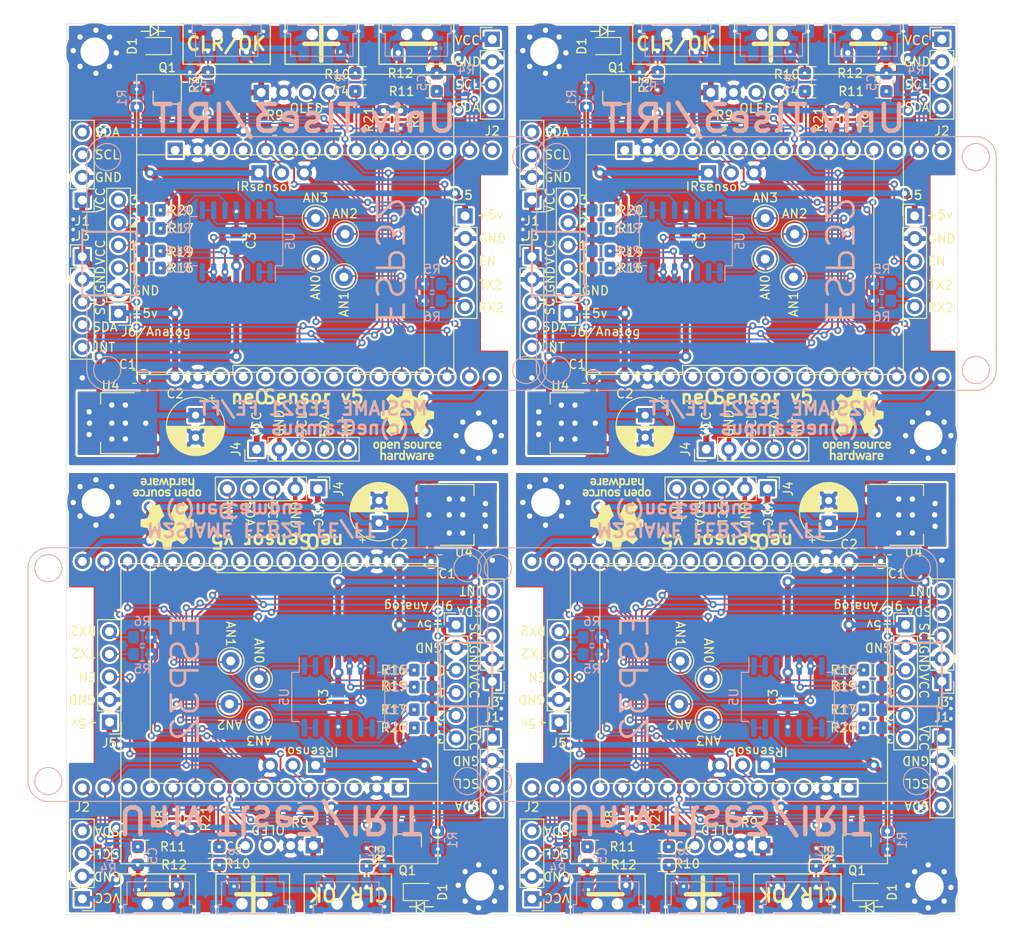
<source format=kicad_pcb>
(kicad_pcb (version 20171130) (host pcbnew 5.1.8-1.fc31)
  (layers (0 F.Cu signal) (31 B.Cu signal) (34 B.Paste user) (35 F.Paste user) (36 B.SilkS user) (37 F.SilkS user) (38 B.Mask user) (39 F.Mask user) (44 Edge.Cuts user))
  (net 0 "")
  (net 1 GND)
  (net 2 +5V)
  (net 3 +3V3)
  (net 4 /SW2)
  (net 5 /SW3)
  (net 6 "Net-(D1-Pad1)")
  (net 7 /SDA)
  (net 8 /SCL)
  (net 9 /INT)
  (net 10 /RX2)
  (net 11 /TX2)
  (net 12 /PM_EN)
  (net 13 /ANA_0)
  (net 14 /ANA_1)
  (net 15 /ANA_2)
  (net 16 /ANA_3)
  (net 17 "Net-(Q1-Pad1)")
  (net 18 /LED)
  (net 19 "Net-(R5-Pad2)")
  (net 20 "Net-(R6-Pad2)")
  (net 21 "Net-(R10-Pad2)")
  (net 22 /IR)
  (net 23 "Net-(R11-Pad1)")
  (net 24 "Net-(R13-Pad2)")
  (net 25 "Net-(R14-Pad2)")
  (net 26 "Net-(R15-Pad2)")
  (net 27 "Net-(R18-Pad2)")
  (net 28 /ADC1_3)
  (net 29 /ADC1_0)
  (net 30 /ADC1_6)
  (net 31 /ADC1_7)
  (net 32 "Net-(U3-Pad28)")
  (net 33 "Net-(U3-Pad27)")
  (net 34 "Net-(U3-Pad26)")
  (net 35 "Net-(U3-Pad25)")
  (net 36 "Net-(U3-Pad24)")
  (net 37 "Net-(U3-Pad23)")
  (net 38 "Net-(U3-Pad22)")
  (net 39 "Net-(U3-Pad21)")
  (net 40 "Net-(U3-Pad13)")
  (net 41 "Net-(U3-Pad12)")
  (net 42 "Net-(U3-Pad3)")
  (net 43 "Net-(U3-Pad1)")
  (net 44 "Net-(D1-Pad2)")
  (module Package_TO_SOT_SMD:SOT-23_Handsoldering (layer F.Cu) (at 36.703 33.679 270)
    (fp_text reference Q1 (at -3.326 0 180) (layer F.SilkS))
    (fp_text value 2N7002)
    (pad 3 smd rect (at 1.5 0 270) (size 1.9 0.8) (layers F.Cu F.Paste F.Mask) (net 1 GND))
    (pad 2 smd rect (at -1.5 0.95 270) (size 1.9 0.8) (layers F.Cu F.Paste F.Mask) (net 6 "Net-(D1-Pad1)"))
    (pad 1 smd rect (at -1.5 -0.95 270) (size 1.9 0.8) (layers F.Cu F.Paste F.Mask) (net 17 "Net-(Q1-Pad1)"))
  )
  (module neosensor_addon:PIR_HC-SR01 (layer F.Cu) (at 49.53 52.324)
    (fp_text reference U1 hide)
    (fp_text value HC-SR01)
    (pad 3 thru_hole circle (at 2.54 -10.16) (size 1.7 1.7) (drill 1) (layers *.Cu *.Mask) (net 1 GND))
    (pad 2 thru_hole circle (at 0 -10.16) (size 1.7 1.7) (drill 1) (layers *.Cu *.Mask) (net 22 /IR))
    (pad 1 thru_hole rect (at -2.54 -10.16) (size 1.7 1.7) (drill 1) (layers *.Cu *.Mask) (net 2 +5V))
  )
  (module neosensor_addon:OLED1.3_I2C (layer F.Cu) (at 51.054 48.006)
    (fp_text reference U2 hide)
    (fp_text value OLED1.3_I2C)
    (pad 4 thru_hole circle (at 3.81 -14.859 270) (size 1.7 1.7) (drill 1) (layers *.Cu *.Mask) (net 7 /SDA))
    (pad 3 thru_hole circle (at 1.27 -14.859) (size 1.7 1.7) (drill 1) (layers *.Cu *.Mask) (net 8 /SCL))
    (pad 2 thru_hole circle (at -1.27 -14.859) (size 1.7 1.7) (drill 1) (layers *.Cu *.Mask) (net 1 GND))
    (pad 1 thru_hole rect (at -3.81 -14.859) (size 1.7 1.7) (drill 1) (layers *.Cu *.Mask) (net 3 +3V3))
  )
  (module neosensor_addon:ESP32_dev_30p (layer B.Cu) (at 54.102 52.324 90)
    (fp_text reference U3 hide)
    (fp_text value ESP32_dev_30p)
    (pad 30 thru_hole circle (at -12.7 -16.51 270) (size 1.7 1.7) (drill 1) (layers *.Cu *.Mask) (net 2 +5V))
    (pad 29 thru_hole circle (at -12.7 -13.97 270) (size 1.7 1.7) (drill 1) (layers *.Cu *.Mask) (net 1 GND))
    (pad 28 thru_hole circle (at -12.7 -11.43 270) (size 1.7 1.7) (drill 1) (layers *.Cu *.Mask) (net 32 "Net-(U3-Pad28)"))
    (pad 27 thru_hole circle (at -12.7 -8.89 270) (size 1.7 1.7) (drill 1) (layers *.Cu *.Mask) (net 33 "Net-(U3-Pad27)"))
    (pad 26 thru_hole circle (at -12.7 -6.35 270) (size 1.7 1.7) (drill 1) (layers *.Cu *.Mask) (net 34 "Net-(U3-Pad26)"))
    (pad 25 thru_hole circle (at -12.7 -3.81 270) (size 1.7 1.7) (drill 1) (layers *.Cu *.Mask) (net 35 "Net-(U3-Pad25)"))
    (pad 24 thru_hole circle (at -12.7 -1.27 270) (size 1.7 1.7) (drill 1) (layers *.Cu *.Mask) (net 36 "Net-(U3-Pad24)"))
    (pad 23 thru_hole circle (at -12.7 1.27 270) (size 1.7 1.7) (drill 1) (layers *.Cu *.Mask) (net 37 "Net-(U3-Pad23)"))
    (pad 22 thru_hole circle (at -12.7 3.81 270) (size 1.7 1.7) (drill 1) (layers *.Cu *.Mask) (net 38 "Net-(U3-Pad22)"))
    (pad 21 thru_hole circle (at -12.7 6.35 270) (size 1.7 1.7) (drill 1) (layers *.Cu *.Mask) (net 39 "Net-(U3-Pad21)"))
    (pad 20 thru_hole circle (at -12.7 8.89 270) (size 1.7 1.7) (drill 1) (layers *.Cu *.Mask) (net 31 /ADC1_7))
    (pad 19 thru_hole circle (at -12.7 11.43 270) (size 1.7 1.7) (drill 1) (layers *.Cu *.Mask) (net 30 /ADC1_6))
    (pad 18 thru_hole circle (at -12.7 13.97 270) (size 1.7 1.7) (drill 1) (layers *.Cu *.Mask) (net 28 /ADC1_3))
    (pad 17 thru_hole circle (at -12.7 16.51 270) (size 1.7 1.7) (drill 1) (layers *.Cu *.Mask) (net 29 /ADC1_0))
    (pad 16 thru_hole circle (at -12.7 19.05 270) (size 1.7 1.7) (drill 1) (layers *.Cu *.Mask) (net 3 +3V3))
    (pad 15 thru_hole circle (at 12.7 19.05 270) (size 1.7 1.7) (drill 1) (layers *.Cu *.Mask) (net 5 /SW3))
    (pad 14 thru_hole circle (at 12.7 16.51 270) (size 1.7 1.7) (drill 1) (layers *.Cu *.Mask) (net 8 /SCL))
    (pad 13 thru_hole circle (at 12.7 13.97 270) (size 1.7 1.7) (drill 1) (layers *.Cu *.Mask) (net 40 "Net-(U3-Pad13)"))
    (pad 12 thru_hole circle (at 12.7 11.43 270) (size 1.7 1.7) (drill 1) (layers *.Cu *.Mask) (net 41 "Net-(U3-Pad12)"))
    (pad 11 thru_hole circle (at 12.7 8.89 270) (size 1.7 1.7) (drill 1) (layers *.Cu *.Mask) (net 7 /SDA))
    (pad 10 thru_hole circle (at 12.7 6.35 270) (size 1.7 1.7) (drill 1) (layers *.Cu *.Mask) (net 9 /INT))
    (pad 9 thru_hole circle (at 12.7 3.81 270) (size 1.7 1.7) (drill 1) (layers *.Cu *.Mask) (net 4 /SW2))
    (pad 8 thru_hole circle (at 12.7 1.27 270) (size 1.7 1.7) (drill 1) (layers *.Cu *.Mask) (net 18 /LED))
    (pad 7 thru_hole circle (at 12.7 -1.27 270) (size 1.7 1.7) (drill 1) (layers *.Cu *.Mask) (net 19 "Net-(R5-Pad2)"))
    (pad 6 thru_hole circle (at 12.7 -3.81 270) (size 1.7 1.7) (drill 1) (layers *.Cu *.Mask) (net 20 "Net-(R6-Pad2)"))
    (pad 5 thru_hole circle (at 12.7 -6.35 270) (size 1.7 1.7) (drill 1) (layers *.Cu *.Mask) (net 22 /IR))
    (pad 4 thru_hole circle (at 12.7 -8.89 270) (size 1.7 1.7) (drill 1) (layers *.Cu *.Mask) (net 12 /PM_EN))
    (pad 3 thru_hole circle (at 12.7 -11.43 270) (size 1.7 1.7) (drill 1) (layers *.Cu *.Mask) (net 42 "Net-(U3-Pad3)"))
    (pad 2 thru_hole circle (at 12.7 -13.97 270) (size 1.7 1.7) (drill 1) (layers *.Cu *.Mask) (net 1 GND))
    (pad 1 thru_hole rect (at 12.7 -16.51 270) (size 1.7 1.7) (drill 1) (layers *.Cu *.Mask) (net 43 "Net-(U3-Pad1)"))
  )
  (module Symbol:OSHW-Logo_7.5x8mm_SilkScreen (layer F.Cu) (at 63.627 70.358)
    (fp_text reference REF** hide)
    (fp_text value OSHW-Logo_7.5x8mm_SilkScreen hide)
  )
  (module Connector_PinHeader_2.54mm:PinHeader_1x06_P2.54mm_Vertical (layer F.Cu) (at 31.242 57.912 180)
    (fp_text reference J6 (at -1.143 -2.076) (layer F.SilkS))
    (fp_text value Conn_01x06)
    (pad 6 thru_hole oval (at 0 12.7 180) (size 1.7 1.7) (drill 1) (layers *.Cu *.Mask) (net 16 /ANA_3))
    (pad 5 thru_hole oval (at 0 10.16 180) (size 1.7 1.7) (drill 1) (layers *.Cu *.Mask) (net 15 /ANA_2))
    (pad 4 thru_hole oval (at 0 7.62 180) (size 1.7 1.7) (drill 1) (layers *.Cu *.Mask) (net 14 /ANA_1))
    (pad 3 thru_hole oval (at 0 5.08 180) (size 1.7 1.7) (drill 1) (layers *.Cu *.Mask) (net 13 /ANA_0))
    (pad 2 thru_hole oval (at 0 2.54 180) (size 1.7 1.7) (drill 1) (layers *.Cu *.Mask) (net 1 GND))
    (pad 1 thru_hole rect (at 0 0 180) (size 1.7 1.7) (drill 1) (layers *.Cu *.Mask) (net 2 +5V))
  )
  (module Package_SO:SO-14_5.3x10.2mm_P1.27mm (layer B.Cu) (at 44.45 49.8175 90)
    (fp_text reference U5 (at 0 6.05 90) (layer B.SilkS) (effects (justify mirror)))
    (fp_text value LM2902)
    (pad 14 smd roundrect (at 3.4625 3.81 90) (size 1.975 0.6) (layers B.Cu B.Paste B.Mask) (net 31 /ADC1_7))
    (pad 13 smd roundrect (at 3.4625 2.54 90) (size 1.975 0.6) (layers B.Cu B.Paste B.Mask) (net 31 /ADC1_7))
    (pad 12 smd roundrect (at 3.4625 1.27 90) (size 1.975 0.6) (layers B.Cu B.Paste B.Mask) (net 25 "Net-(R14-Pad2)"))
    (pad 11 smd roundrect (at 3.4625 0 90) (size 1.975 0.6) (layers B.Cu B.Paste B.Mask) (net 1 GND))
    (pad 10 smd roundrect (at 3.4625 -1.27 90) (size 1.975 0.6) (layers B.Cu B.Paste B.Mask) (net 24 "Net-(R13-Pad2)"))
    (pad 9 smd roundrect (at 3.4625 -2.54 90) (size 1.975 0.6) (layers B.Cu B.Paste B.Mask) (net 30 /ADC1_6))
    (pad 8 smd roundrect (at 3.4625 -3.81 90) (size 1.975 0.6) (layers B.Cu B.Paste B.Mask) (net 30 /ADC1_6))
    (pad 7 smd roundrect (at -3.4625 -3.81 90) (size 1.975 0.6) (layers B.Cu B.Paste B.Mask) (net 28 /ADC1_3))
    (pad 6 smd roundrect (at -3.4625 -2.54 90) (size 1.975 0.6) (layers B.Cu B.Paste B.Mask) (net 28 /ADC1_3))
    (pad 5 smd roundrect (at -3.4625 -1.27 90) (size 1.975 0.6) (layers B.Cu B.Paste B.Mask) (net 27 "Net-(R18-Pad2)"))
    (pad 4 smd roundrect (at -3.4625 0 90) (size 1.975 0.6) (layers B.Cu B.Paste B.Mask) (net 3 +3V3))
    (pad 3 smd roundrect (at -3.4625 1.27 90) (size 1.975 0.6) (layers B.Cu B.Paste B.Mask) (net 26 "Net-(R15-Pad2)"))
    (pad 2 smd roundrect (at -3.4625 2.54 90) (size 1.975 0.6) (layers B.Cu B.Paste B.Mask) (net 29 /ADC1_0))
    (pad 1 smd roundrect (at -3.4625 3.81 90) (size 1.975 0.6) (layers B.Cu B.Paste B.Mask) (net 29 /ADC1_0))
  )
  (module Package_TO_SOT_SMD:SOT-223-3_TabPin2 (layer F.Cu) (at 31.14 70.231 180)
    (fp_text reference U4 (at 0.787 4.191) (layer F.SilkS))
    (fp_text value AMS1117-3.3)
    (pad 1 smd rect (at -3.15 -2.3 180) (size 2 1.5) (layers F.Cu F.Paste F.Mask) (net 1 GND))
    (pad 3 smd rect (at -3.15 2.3 180) (size 2 1.5) (layers F.Cu F.Paste F.Mask) (net 2 +5V))
    (pad 2 smd rect (at -3.15 0 180) (size 2 1.5) (layers F.Cu F.Paste F.Mask) (net 3 +3V3))
    (pad 2 smd rect (at 3.15 0 180) (size 2 3.8) (layers F.Cu F.Paste F.Mask) (net 3 +3V3))
  )
  (module TestPoint:TestPoint_Loop_D2.50mm_Drill1.0mm (layer F.Cu) (at 53.34 47.244)
    (fp_text reference TP6 hide)
    (fp_text value tp_an3)
    (pad 1 thru_hole circle (at 0 0) (size 2 2) (drill 1) (layers *.Cu *.Mask) (net 31 /ADC1_7))
  )
  (module TestPoint:TestPoint_Loop_D2.50mm_Drill1.0mm (layer F.Cu) (at 56.642 49.022)
    (fp_text reference TP5 hide)
    (fp_text value tp_an2)
    (pad 1 thru_hole circle (at 0 0) (size 2 2) (drill 1) (layers *.Cu *.Mask) (net 30 /ADC1_6))
  )
  (module TestPoint:TestPoint_Loop_D2.50mm_Drill1.0mm (layer F.Cu) (at 53.34 51.816)
    (fp_text reference TP4 hide)
    (fp_text value tp_an0)
    (pad 1 thru_hole circle (at 0 0) (size 2 2) (drill 1) (layers *.Cu *.Mask) (net 29 /ADC1_0))
  )
  (module TestPoint:TestPoint_Loop_D2.50mm_Drill1.0mm (layer F.Cu) (at 56.515 53.848)
    (fp_text reference TP3 hide)
    (fp_text value tp_an1)
    (pad 1 thru_hole circle (at 0 0) (size 2 2) (drill 1) (layers *.Cu *.Mask) (net 28 /ADC1_3))
  )
  (module neosensor_addon:G71Y_µsw_smd (layer B.Cu) (at 64.584 25.527 180)
    (fp_text reference SW3 hide)
    (fp_text value -)
    (pad 3 smd rect (at -3.81 -0.381 180) (size 2 0.8) (layers B.Cu B.Paste B.Mask) (net 1 GND))
    (pad 3 smd rect (at -4.191 -0.762 180) (size 1.27 1.524) (layers B.Cu B.Paste B.Mask) (net 1 GND))
    (pad 3 smd rect (at 3.683 -0.381 180) (size 2 0.8) (layers B.Cu B.Paste B.Mask) (net 1 GND))
    (pad 3 smd rect (at 4.064 -0.762 180) (size 1.27 1.524) (layers B.Cu B.Paste B.Mask) (net 1 GND))
    (pad 1 smd rect (at -2.227 -2.667 180) (size 1.2 2) (drill (offset 0 -0.4)) (layers B.Cu B.Paste B.Mask) (net 23 "Net-(R11-Pad1)"))
    (pad 2 smd rect (at 1.973 -2.667 180) (size 1.2 2) (drill (offset 0 -0.4)) (layers B.Cu B.Paste B.Mask) (net 3 +3V3))
    (pad "" np_thru_hole circle (at -1.277 -1.1 180) (size 0.8 0.8) (drill 0.8) (layers *.Cu))
    (pad "" np_thru_hole circle (at 1.023 -1.1 180) (size 0.8 0.8) (drill 0.8) (layers *.Cu))
  )
  (module neosensor_addon:G71Y_µsw_smd (layer B.Cu) (at 53.975 25.527 180)
    (fp_text reference SW2 hide)
    (fp_text value +)
    (pad 3 smd rect (at -3.81 -0.381 180) (size 2 0.8) (layers B.Cu B.Paste B.Mask) (net 1 GND))
    (pad 3 smd rect (at -4.191 -0.762 180) (size 1.27 1.524) (layers B.Cu B.Paste B.Mask) (net 1 GND))
    (pad 3 smd rect (at 3.683 -0.381 180) (size 2 0.8) (layers B.Cu B.Paste B.Mask) (net 1 GND))
    (pad 3 smd rect (at 4.064 -0.762 180) (size 1.27 1.524) (layers B.Cu B.Paste B.Mask) (net 1 GND))
    (pad 1 smd rect (at -2.227 -2.667 180) (size 1.2 2) (drill (offset 0 -0.4)) (layers B.Cu B.Paste B.Mask) (net 21 "Net-(R10-Pad2)"))
    (pad 2 smd rect (at 1.973 -2.667 180) (size 1.2 2) (drill (offset 0 -0.4)) (layers B.Cu B.Paste B.Mask) (net 3 +3V3))
    (pad "" np_thru_hole circle (at -1.277 -1.1 180) (size 0.8 0.8) (drill 0.8) (layers *.Cu))
    (pad "" np_thru_hole circle (at 1.023 -1.1 180) (size 0.8 0.8) (drill 0.8) (layers *.Cu))
  )
  (module neosensor_addon:G71Y_µsw_smd (layer B.Cu) (at 43.307 25.527 180)
    (fp_text reference SW1 hide)
    (fp_text value clear)
    (pad 3 smd rect (at -3.81 -0.381 180) (size 2 0.8) (layers B.Cu B.Paste B.Mask) (net 1 GND))
    (pad 3 smd rect (at -4.191 -0.762 180) (size 1.27 1.524) (layers B.Cu B.Paste B.Mask) (net 1 GND))
    (pad 3 smd rect (at 3.683 -0.381 180) (size 2 0.8) (layers B.Cu B.Paste B.Mask) (net 1 GND))
    (pad 3 smd rect (at 4.064 -0.762 180) (size 1.27 1.524) (layers B.Cu B.Paste B.Mask) (net 1 GND))
    (pad 1 smd rect (at -2.227 -2.667 180) (size 1.2 2) (drill (offset 0 -0.4)) (layers B.Cu B.Paste B.Mask) (net 3 +3V3))
    (pad 2 smd rect (at 1.973 -2.667 180) (size 1.2 2) (drill (offset 0 -0.4)) (layers B.Cu B.Paste B.Mask) (net 17 "Net-(Q1-Pad1)"))
    (pad "" np_thru_hole circle (at -1.277 -1.1 180) (size 0.8 0.8) (drill 0.8) (layers *.Cu))
    (pad "" np_thru_hole circle (at 1.023 -1.1 180) (size 0.8 0.8) (drill 0.8) (layers *.Cu))
  )
  (module Resistor_SMD:R_0805_2012Metric_Pad1.20x1.40mm_HandSolder (layer F.Cu) (at 60.96 36.179 90)
    (fp_text reference R21 (at 0 -1.65 90) (layer F.SilkS))
    (fp_text value 15K)
    (pad 2 smd roundrect (at 1 0 90) (size 1.2 1.4) (layers F.Cu F.Paste F.Mask) (roundrect_rratio 0.2083325) (net 3 +3V3))
    (pad 1 smd roundrect (at -1 0 90) (size 1.2 1.4) (layers F.Cu F.Paste F.Mask) (roundrect_rratio 0.2083325) (net 9 /INT))
  )
  (module Resistor_SMD:R_0805_2012Metric_Pad1.20x1.40mm_HandSolder (layer F.Cu) (at 34.925 46.355)
    (fp_text reference R20 (at 3.302 0 180) (layer F.SilkS))
    (fp_text value 33k)
    (pad 2 smd roundrect (at 1 0) (size 1.2 1.4) (layers F.Cu F.Paste F.Mask) (roundrect_rratio 0.2083325) (net 25 "Net-(R14-Pad2)"))
    (pad 1 smd roundrect (at -1 0) (size 1.2 1.4) (layers F.Cu F.Paste F.Mask) (roundrect_rratio 0.2083325) (net 1 GND))
  )
  (module Resistor_SMD:R_0805_2012Metric_Pad1.20x1.40mm_HandSolder (layer F.Cu) (at 34.941 50.927)
    (fp_text reference R19 (at 3.286 0.127) (layer F.SilkS))
    (fp_text value 33k)
    (pad 2 smd roundrect (at 1 0) (size 1.2 1.4) (layers F.Cu F.Paste F.Mask) (roundrect_rratio 0.2083325) (net 27 "Net-(R18-Pad2)"))
    (pad 1 smd roundrect (at -1 0) (size 1.2 1.4) (layers F.Cu F.Paste F.Mask) (roundrect_rratio 0.2083325) (net 1 GND))
  )
  (module Resistor_SMD:R_0805_2012Metric_Pad1.20x1.40mm_HandSolder (layer B.Cu) (at 34.925 50.927)
    (fp_text reference R18 (at 3.048 0) (layer B.SilkS) (effects (justify mirror)))
    (fp_text value 22k)
    (pad 2 smd roundrect (at 1 0) (size 1.2 1.4) (layers B.Cu B.Paste B.Mask) (roundrect_rratio 0.2083325) (net 27 "Net-(R18-Pad2)"))
    (pad 1 smd roundrect (at -1 0) (size 1.2 1.4) (layers B.Cu B.Paste B.Mask) (roundrect_rratio 0.2083325) (net 14 /ANA_1))
  )
  (module Resistor_SMD:R_0805_2012Metric_Pad1.20x1.40mm_HandSolder (layer F.Cu) (at 34.941 48.387)
    (fp_text reference R17 (at 3.286 0 180) (layer F.SilkS))
    (fp_text value 33k)
    (pad 2 smd roundrect (at 1 0) (size 1.2 1.4) (layers F.Cu F.Paste F.Mask) (roundrect_rratio 0.2083325) (net 24 "Net-(R13-Pad2)"))
    (pad 1 smd roundrect (at -1 0) (size 1.2 1.4) (layers F.Cu F.Paste F.Mask) (roundrect_rratio 0.2083325) (net 1 GND))
  )
  (module Resistor_SMD:R_0805_2012Metric_Pad1.20x1.40mm_HandSolder (layer F.Cu) (at 34.941 52.832)
    (fp_text reference R16 (at 3.286 0) (layer F.SilkS))
    (fp_text value 33k)
    (pad 2 smd roundrect (at 1 0) (size 1.2 1.4) (layers F.Cu F.Paste F.Mask) (roundrect_rratio 0.2083325) (net 26 "Net-(R15-Pad2)"))
    (pad 1 smd roundrect (at -1 0) (size 1.2 1.4) (layers F.Cu F.Paste F.Mask) (roundrect_rratio 0.2083325) (net 1 GND))
  )
  (module Resistor_SMD:R_0805_2012Metric_Pad1.20x1.40mm_HandSolder (layer B.Cu) (at 34.925 52.832)
    (fp_text reference R15 (at 3.048 0) (layer B.SilkS) (effects (justify mirror)))
    (fp_text value 22k)
    (pad 2 smd roundrect (at 1 0) (size 1.2 1.4) (layers B.Cu B.Paste B.Mask) (roundrect_rratio 0.2083325) (net 26 "Net-(R15-Pad2)"))
    (pad 1 smd roundrect (at -1 0) (size 1.2 1.4) (layers B.Cu B.Paste B.Mask) (roundrect_rratio 0.2083325) (net 13 /ANA_0))
  )
  (module Resistor_SMD:R_0805_2012Metric_Pad1.20x1.40mm_HandSolder (layer B.Cu) (at 34.925 46.355)
    (fp_text reference R14 (at 3.048 0.127) (layer B.SilkS) (effects (justify mirror)))
    (fp_text value 22k)
    (pad 2 smd roundrect (at 1 0) (size 1.2 1.4) (layers B.Cu B.Paste B.Mask) (roundrect_rratio 0.2083325) (net 25 "Net-(R14-Pad2)"))
    (pad 1 smd roundrect (at -1 0) (size 1.2 1.4) (layers B.Cu B.Paste B.Mask) (roundrect_rratio 0.2083325) (net 16 /ANA_3))
  )
  (module Resistor_SMD:R_0805_2012Metric_Pad1.20x1.40mm_HandSolder (layer B.Cu) (at 34.925 48.387)
    (fp_text reference R13 (at 3.048 0) (layer B.SilkS) (effects (justify mirror)))
    (fp_text value 22k)
    (pad 2 smd roundrect (at 1 0) (size 1.2 1.4) (layers B.Cu B.Paste B.Mask) (roundrect_rratio 0.2083325) (net 24 "Net-(R13-Pad2)"))
    (pad 1 smd roundrect (at -1 0) (size 1.2 1.4) (layers B.Cu B.Paste B.Mask) (roundrect_rratio 0.2083325) (net 15 /ANA_2))
  )
  (module Resistor_SMD:R_0805_2012Metric_Pad1.20x1.40mm_HandSolder (layer F.Cu) (at 65.897 30.988 180)
    (fp_text reference R12 (at 3.032 0) (layer F.SilkS))
    (fp_text value 15k)
    (pad 2 smd roundrect (at 1 0 180) (size 1.2 1.4) (layers F.Cu F.Paste F.Mask) (roundrect_rratio 0.2083325) (net 23 "Net-(R11-Pad1)"))
    (pad 1 smd roundrect (at -1 0 180) (size 1.2 1.4) (layers F.Cu F.Paste F.Mask) (roundrect_rratio 0.2083325) (net 1 GND))
  )
  (module Resistor_SMD:R_0805_2012Metric_Pad1.20x1.40mm_HandSolder (layer F.Cu) (at 65.897 33.02)
    (fp_text reference R11 (at -2.905 0) (layer F.SilkS))
    (fp_text value 15k)
    (pad 2 smd roundrect (at 1 0) (size 1.2 1.4) (layers F.Cu F.Paste F.Mask) (roundrect_rratio 0.2083325) (net 5 /SW3))
    (pad 1 smd roundrect (at -1 0) (size 1.2 1.4) (layers F.Cu F.Paste F.Mask) (roundrect_rratio 0.2083325) (net 23 "Net-(R11-Pad1)"))
  )
  (module Resistor_SMD:R_0805_2012Metric_Pad1.20x1.40mm_HandSolder (layer F.Cu) (at 58.817 30.988 180)
    (fp_text reference R10 (at 3.064 -0.127) (layer F.SilkS))
    (fp_text value 15k)
    (pad 2 smd roundrect (at 1 0 180) (size 1.2 1.4) (layers F.Cu F.Paste F.Mask) (roundrect_rratio 0.2083325) (net 21 "Net-(R10-Pad2)"))
    (pad 1 smd roundrect (at -1 0 180) (size 1.2 1.4) (layers F.Cu F.Paste F.Mask) (roundrect_rratio 0.2083325) (net 1 GND))
  )
  (module Resistor_SMD:R_0805_2012Metric_Pad1.20x1.40mm_HandSolder (layer F.Cu) (at 48.768 37.211 180)
    (fp_text reference R9 (at 0 1.524) (layer F.SilkS))
    (fp_text value 15k)
    (pad 2 smd roundrect (at 1 0 180) (size 1.2 1.4) (layers F.Cu F.Paste F.Mask) (roundrect_rratio 0.2083325) (net 22 /IR))
    (pad 1 smd roundrect (at -1 0 180) (size 1.2 1.4) (layers F.Cu F.Paste F.Mask) (roundrect_rratio 0.2083325) (net 1 GND))
  )
  (module Resistor_SMD:R_0805_2012Metric_Pad1.20x1.40mm_HandSolder (layer F.Cu) (at 62.865 36.179 90)
    (fp_text reference R8 (at 0 1.524 90) (layer F.SilkS))
    (fp_text value 4K7)
    (pad 2 smd roundrect (at 1 0 90) (size 1.2 1.4) (layers F.Cu F.Paste F.Mask) (roundrect_rratio 0.2083325) (net 3 +3V3))
    (pad 1 smd roundrect (at -1 0 90) (size 1.2 1.4) (layers F.Cu F.Paste F.Mask) (roundrect_rratio 0.2083325) (net 7 /SDA))
  )
  (module Resistor_SMD:R_0805_2012Metric_Pad1.20x1.40mm_HandSolder (layer B.Cu) (at 57.785 31.988 270)
    (fp_text reference R7 (at 0 1.65 270) (layer B.SilkS) (effects (justify mirror)))
    (fp_text value 15k)
    (pad 2 smd roundrect (at 1 0 270) (size 1.2 1.4) (layers B.Cu B.Paste B.Mask) (roundrect_rratio 0.2083325) (net 4 /SW2))
    (pad 1 smd roundrect (at -1 0 270) (size 1.2 1.4) (layers B.Cu B.Paste B.Mask) (roundrect_rratio 0.2083325) (net 21 "Net-(R10-Pad2)"))
  )
  (module Resistor_SMD:R_0805_2012Metric_Pad1.20x1.40mm_HandSolder (layer B.Cu) (at 66.405 56.515 180)
    (fp_text reference R6 (at -0.016 -1.778) (layer B.SilkS) (effects (justify mirror)))
    (fp_text value 470)
    (pad 2 smd roundrect (at 1 0 180) (size 1.2 1.4) (layers B.Cu B.Paste B.Mask) (roundrect_rratio 0.2083325) (net 20 "Net-(R6-Pad2)"))
    (pad 1 smd roundrect (at -1 0 180) (size 1.2 1.4) (layers B.Cu B.Paste B.Mask) (roundrect_rratio 0.2083325) (net 10 /RX2))
  )
  (module Resistor_SMD:R_0805_2012Metric_Pad1.20x1.40mm_HandSolder (layer B.Cu) (at 66.421 54.61 180)
    (fp_text reference R5 (at 0 1.65) (layer B.SilkS) (effects (justify mirror)))
    (fp_text value 470)
    (pad 2 smd roundrect (at 1 0 180) (size 1.2 1.4) (layers B.Cu B.Paste B.Mask) (roundrect_rratio 0.2083325) (net 19 "Net-(R5-Pad2)"))
    (pad 1 smd roundrect (at -1 0 180) (size 1.2 1.4) (layers B.Cu B.Paste B.Mask) (roundrect_rratio 0.2083325) (net 11 /TX2))
  )
  (module Resistor_SMD:R_0805_2012Metric_Pad1.20x1.40mm_HandSolder (layer B.Cu) (at 70.247 32.258 180)
    (fp_text reference R4 (at 0 1.65 180) (layer B.SilkS) (effects (justify mirror)))
    (fp_text value 4K7)
    (pad 2 smd roundrect (at 1 0 180) (size 1.2 1.4) (layers B.Cu B.Paste B.Mask) (roundrect_rratio 0.2083325) (net 3 +3V3))
    (pad 1 smd roundrect (at -1 0 180) (size 1.2 1.4) (layers B.Cu B.Paste B.Mask) (roundrect_rratio 0.2083325) (net 8 /SCL))
  )
  (module Resistor_SMD:R_0805_2012Metric_Pad1.20x1.40mm_HandSolder (layer F.Cu) (at 41.275 31.861 90)
    (fp_text reference R3 (at -0.397 -1.524 90) (layer F.SilkS))
    (fp_text value 470)
    (pad 2 smd roundrect (at 1 0 90) (size 1.2 1.4) (layers F.Cu F.Paste F.Mask) (roundrect_rratio 0.2083325) (net 17 "Net-(Q1-Pad1)"))
    (pad 1 smd roundrect (at -1 0 90) (size 1.2 1.4) (layers F.Cu F.Paste F.Mask) (roundrect_rratio 0.2083325) (net 18 /LED))
  )
  (module Resistor_SMD:R_0805_2012Metric_Pad1.20x1.40mm_HandSolder (layer B.Cu) (at 40.275 30.861)
    (fp_text reference R2 (at 0 1.65) (layer B.SilkS) (effects (justify mirror)))
    (fp_text value 15k)
    (pad 2 smd roundrect (at 1 0) (size 1.2 1.4) (layers B.Cu B.Paste B.Mask) (roundrect_rratio 0.2083325) (net 17 "Net-(Q1-Pad1)"))
    (pad 1 smd roundrect (at -1 0) (size 1.2 1.4) (layers B.Cu B.Paste B.Mask) (roundrect_rratio 0.2083325) (net 1 GND))
  )
  (module Resistor_SMD:R_0805_2012Metric_Pad1.20x1.40mm_HandSolder (layer B.Cu) (at 33.274 33.766 270)
    (fp_text reference R1 (at 0 1.65 270) (layer B.SilkS) (effects (justify mirror)))
    (fp_text value 68)
    (pad 2 smd roundrect (at 1 0 270) (size 1.2 1.4) (layers B.Cu B.Paste B.Mask) (roundrect_rratio 0.2083325) (net 2 +5V))
    (pad 1 smd roundrect (at -1 0 270) (size 1.2 1.4) (layers B.Cu B.Paste B.Mask) (roundrect_rratio 0.2083325) (net 44 "Net-(D1-Pad2)"))
  )
  (module Connector_PinHeader_2.54mm:PinHeader_1x05_P2.54mm_Vertical (layer F.Cu) (at 70.104 46.99)
    (fp_text reference J5 (at 0 -2.33) (layer F.SilkS))
    (fp_text value Conn_01x05)
    (pad 5 thru_hole oval (at 0 10.16) (size 1.7 1.7) (drill 1) (layers *.Cu *.Mask) (net 10 /RX2))
    (pad 4 thru_hole oval (at 0 7.62) (size 1.7 1.7) (drill 1) (layers *.Cu *.Mask) (net 11 /TX2))
    (pad 3 thru_hole oval (at 0 5.08) (size 1.7 1.7) (drill 1) (layers *.Cu *.Mask) (net 12 /PM_EN))
    (pad 2 thru_hole oval (at 0 2.54) (size 1.7 1.7) (drill 1) (layers *.Cu *.Mask) (net 1 GND))
    (pad 1 thru_hole rect (at 0 0) (size 1.7 1.7) (drill 1) (layers *.Cu *.Mask) (net 2 +5V))
  )
  (module Connector_PinHeader_2.54mm:PinHeader_1x05_P2.54mm_Vertical (layer F.Cu) (at 46.736 73.152 90)
    (fp_text reference J4 (at 0 -2.33 90) (layer F.SilkS))
    (fp_text value Conn_01x05)
    (pad 5 thru_hole oval (at 0 10.16 90) (size 1.7 1.7) (drill 1) (layers *.Cu *.Mask) (net 9 /INT))
    (pad 4 thru_hole oval (at 0 7.62 90) (size 1.7 1.7) (drill 1) (layers *.Cu *.Mask) (net 7 /SDA))
    (pad 3 thru_hole oval (at 0 5.08 90) (size 1.7 1.7) (drill 1) (layers *.Cu *.Mask) (net 8 /SCL))
    (pad 2 thru_hole oval (at 0 2.54 90) (size 1.7 1.7) (drill 1) (layers *.Cu *.Mask) (net 1 GND))
    (pad 1 thru_hole rect (at 0 0 90) (size 1.7 1.7) (drill 1) (layers *.Cu *.Mask) (net 3 +3V3))
  )
  (module Connector_PinHeader_2.54mm:PinHeader_1x05_P2.54mm_Vertical (layer F.Cu) (at 27.178 51.562)
    (fp_text reference J3 (at 0 -2.33) (layer F.SilkS))
    (fp_text value Conn_01x05)
    (pad 5 thru_hole oval (at 0 10.16) (size 1.7 1.7) (drill 1) (layers *.Cu *.Mask) (net 9 /INT))
    (pad 4 thru_hole oval (at 0 7.62) (size 1.7 1.7) (drill 1) (layers *.Cu *.Mask) (net 7 /SDA))
    (pad 3 thru_hole oval (at 0 5.08) (size 1.7 1.7) (drill 1) (layers *.Cu *.Mask) (net 8 /SCL))
    (pad 2 thru_hole oval (at 0 2.54) (size 1.7 1.7) (drill 1) (layers *.Cu *.Mask) (net 1 GND))
    (pad 1 thru_hole rect (at 0 0) (size 1.7 1.7) (drill 1) (layers *.Cu *.Mask) (net 3 +3V3))
  )
  (module Connector_PinHeader_2.54mm:PinHeader_1x04_P2.54mm_Vertical (layer F.Cu) (at 73.152 27.178)
    (fp_text reference J2 (at 0 10.287) (layer F.SilkS))
    (fp_text value Conn_01x04)
    (pad 4 thru_hole oval (at 0 7.62) (size 1.7 1.7) (drill 1) (layers *.Cu *.Mask) (net 7 /SDA))
    (pad 3 thru_hole oval (at 0 5.08) (size 1.7 1.7) (drill 1) (layers *.Cu *.Mask) (net 8 /SCL))
    (pad 2 thru_hole oval (at 0 2.54) (size 1.7 1.7) (drill 1) (layers *.Cu *.Mask) (net 1 GND))
    (pad 1 thru_hole rect (at 0 0) (size 1.7 1.7) (drill 1) (layers *.Cu *.Mask) (net 3 +3V3))
  )
  (module Connector_PinHeader_2.54mm:PinHeader_1x04_P2.54mm_Vertical (layer F.Cu) (at 27.178 45.212 180)
    (fp_text reference J1 (at 0 -2.33) (layer F.SilkS))
    (fp_text value Conn_01x04)
    (pad 4 thru_hole oval (at 0 7.62 180) (size 1.7 1.7) (drill 1) (layers *.Cu *.Mask) (net 7 /SDA))
    (pad 3 thru_hole oval (at 0 5.08 180) (size 1.7 1.7) (drill 1) (layers *.Cu *.Mask) (net 8 /SCL))
    (pad 2 thru_hole oval (at 0 2.54 180) (size 1.7 1.7) (drill 1) (layers *.Cu *.Mask) (net 1 GND))
    (pad 1 thru_hole rect (at 0 0 180) (size 1.7 1.7) (drill 1) (layers *.Cu *.Mask) (net 3 +3V3))
  )
  (module MountingHole:MountingHole_3.2mm_M3_Pad (layer F.Cu) (at 71.628 71.628)
    (fp_text reference H2 hide)
    (fp_text value "3.2mm for MH3 screw")
    (pad 1 thru_hole circle (at 0 0) (size 6.4 6.4) (drill 3.2) (layers *.Cu *.Mask) (net 1 GND))
  )
  (module MountingHole:MountingHole_3.2mm_M3_Pad (layer F.Cu) (at 28.575 28.575)
    (fp_text reference H1 hide)
    (fp_text value "3.2mm for MH3 screw")
    (pad 1 thru_hole circle (at 0 0) (size 6.4 6.4) (drill 3.2) (layers *.Cu *.Mask) (net 1 GND))
  )
  (module LED_SMD:LED_0805_2012Metric_Pad1.15x1.40mm_HandSolder (layer F.Cu) (at 35.297 27.94 180)
    (fp_text reference D1 (at 2.531 0 90) (layer F.SilkS))
    (fp_text value Red)
    (pad 2 smd roundrect (at 1.025 0 180) (size 1.15 1.4) (layers F.Cu F.Paste F.Mask) (roundrect_rratio 0.2173904347826087) (net 44 "Net-(D1-Pad2)"))
    (pad 1 smd roundrect (at -1.025 0 180) (size 1.15 1.4) (layers F.Cu F.Paste F.Mask) (roundrect_rratio 0.2173904347826087) (net 6 "Net-(D1-Pad1)"))
  )
  (module Resistor_SMD:R_0805_2012Metric_Pad1.20x1.40mm_HandSolder (layer B.Cu) (at 66.929 32.02 90)
    (fp_text reference C5 (at 0 -1.651 90) (layer B.SilkS) (effects (justify mirror)))
    (fp_text value 1uF)
    (pad 2 smd roundrect (at 1 0 90) (size 1.2 1.4) (layers B.Cu B.Paste B.Mask) (roundrect_rratio 0.2083325) (net 1 GND))
    (pad 1 smd roundrect (at -1 0 90) (size 1.2 1.4) (layers B.Cu B.Paste B.Mask) (roundrect_rratio 0.2083325) (net 5 /SW3))
  )
  (module Resistor_SMD:R_0805_2012Metric_Pad1.20x1.40mm_HandSolder (layer F.Cu) (at 58.801 33.02)
    (fp_text reference C4 (at -2.667 0) (layer F.SilkS))
    (fp_text value 1uF)
    (pad 2 smd roundrect (at 1 0) (size 1.2 1.4) (layers F.Cu F.Paste F.Mask) (roundrect_rratio 0.2083325) (net 1 GND))
    (pad 1 smd roundrect (at -1 0) (size 1.2 1.4) (layers F.Cu F.Paste F.Mask) (roundrect_rratio 0.2083325) (net 4 /SW2))
  )
  (module Resistor_SMD:R_0805_2012Metric_Pad1.20x1.40mm_HandSolder (layer F.Cu) (at 44.45 49.768 90)
    (fp_text reference C3 (at 0 1.651 270) (layer F.SilkS))
    (fp_text value 100nF)
    (pad 2 smd roundrect (at 1 0 90) (size 1.2 1.4) (layers F.Cu F.Paste F.Mask) (roundrect_rratio 0.2083325) (net 1 GND))
    (pad 1 smd roundrect (at -1 0 90) (size 1.2 1.4) (layers F.Cu F.Paste F.Mask) (roundrect_rratio 0.2083325) (net 3 +3V3))
  )
  (module Capacitor_THT:CP_Radial_D6.3mm_P2.50mm (layer F.Cu) (at 39.878 69.342 270)
    (fp_text reference C2 (at -2.413 2.286) (layer F.SilkS))
    (fp_text value "470µF 6.3v")
    (pad 2 thru_hole circle (at 2.5 0 270) (size 1.6 1.6) (drill 0.8) (layers *.Cu *.Mask) (net 1 GND))
    (pad 1 thru_hole rect (at 0 0 270) (size 1.6 1.6) (drill 0.8) (layers *.Cu *.Mask) (net 3 +3V3))
  )
  (module Resistor_SMD:R_0805_2012Metric_Pad1.20x1.40mm_HandSolder (layer F.Cu) (at 33.036 65.024 180)
    (fp_text reference C1 (at 0.778 1.397) (layer F.SilkS))
    (fp_text value 100nF)
    (pad 1 smd roundrect (at -1 0 180) (size 1.2 1.4) (layers F.Cu F.Paste F.Mask) (roundrect_rratio 0.2083325) (net 2 +5V))
    (pad 2 smd roundrect (at 1 0 180) (size 1.2 1.4) (layers F.Cu F.Paste F.Mask) (roundrect_rratio 0.2083325) (net 1 GND))
  )
  (module Package_TO_SOT_SMD:SOT-23_Handsoldering (layer F.Cu) (at 87.122 33.679 270)
    (fp_text reference Q1 (at -3.326 0 180) (layer F.SilkS))
    (fp_text value 2N7002)
    (pad 3 smd rect (at 1.5 0 270) (size 1.9 0.8) (layers F.Cu F.Paste F.Mask) (net 1 GND))
    (pad 2 smd rect (at -1.5 0.95 270) (size 1.9 0.8) (layers F.Cu F.Paste F.Mask) (net 6 "Net-(D1-Pad1)"))
    (pad 1 smd rect (at -1.5 -0.95 270) (size 1.9 0.8) (layers F.Cu F.Paste F.Mask) (net 17 "Net-(Q1-Pad1)"))
  )
  (module neosensor_addon:PIR_HC-SR01 (layer F.Cu) (at 99.949 52.324)
    (fp_text reference U1 hide)
    (fp_text value HC-SR01)
    (pad 3 thru_hole circle (at 2.54 -10.16) (size 1.7 1.7) (drill 1) (layers *.Cu *.Mask) (net 1 GND))
    (pad 2 thru_hole circle (at 0 -10.16) (size 1.7 1.7) (drill 1) (layers *.Cu *.Mask) (net 22 /IR))
    (pad 1 thru_hole rect (at -2.54 -10.16) (size 1.7 1.7) (drill 1) (layers *.Cu *.Mask) (net 2 +5V))
  )
  (module neosensor_addon:OLED1.3_I2C (layer F.Cu) (at 101.473 48.006)
    (fp_text reference U2 hide)
    (fp_text value OLED1.3_I2C)
    (pad 4 thru_hole circle (at 3.81 -14.859 270) (size 1.7 1.7) (drill 1) (layers *.Cu *.Mask) (net 7 /SDA))
    (pad 3 thru_hole circle (at 1.27 -14.859) (size 1.7 1.7) (drill 1) (layers *.Cu *.Mask) (net 8 /SCL))
    (pad 2 thru_hole circle (at -1.27 -14.859) (size 1.7 1.7) (drill 1) (layers *.Cu *.Mask) (net 1 GND))
    (pad 1 thru_hole rect (at -3.81 -14.859) (size 1.7 1.7) (drill 1) (layers *.Cu *.Mask) (net 3 +3V3))
  )
  (module neosensor_addon:ESP32_dev_30p (layer B.Cu) (at 104.521 52.324 90)
    (fp_text reference U3 hide)
    (fp_text value ESP32_dev_30p)
    (pad 30 thru_hole circle (at -12.7 -16.51 270) (size 1.7 1.7) (drill 1) (layers *.Cu *.Mask) (net 2 +5V))
    (pad 29 thru_hole circle (at -12.7 -13.97 270) (size 1.7 1.7) (drill 1) (layers *.Cu *.Mask) (net 1 GND))
    (pad 28 thru_hole circle (at -12.7 -11.43 270) (size 1.7 1.7) (drill 1) (layers *.Cu *.Mask) (net 32 "Net-(U3-Pad28)"))
    (pad 27 thru_hole circle (at -12.7 -8.89 270) (size 1.7 1.7) (drill 1) (layers *.Cu *.Mask) (net 33 "Net-(U3-Pad27)"))
    (pad 26 thru_hole circle (at -12.7 -6.35 270) (size 1.7 1.7) (drill 1) (layers *.Cu *.Mask) (net 34 "Net-(U3-Pad26)"))
    (pad 25 thru_hole circle (at -12.7 -3.81 270) (size 1.7 1.7) (drill 1) (layers *.Cu *.Mask) (net 35 "Net-(U3-Pad25)"))
    (pad 24 thru_hole circle (at -12.7 -1.27 270) (size 1.7 1.7) (drill 1) (layers *.Cu *.Mask) (net 36 "Net-(U3-Pad24)"))
    (pad 23 thru_hole circle (at -12.7 1.27 270) (size 1.7 1.7) (drill 1) (layers *.Cu *.Mask) (net 37 "Net-(U3-Pad23)"))
    (pad 22 thru_hole circle (at -12.7 3.81 270) (size 1.7 1.7) (drill 1) (layers *.Cu *.Mask) (net 38 "Net-(U3-Pad22)"))
    (pad 21 thru_hole circle (at -12.7 6.35 270) (size 1.7 1.7) (drill 1) (layers *.Cu *.Mask) (net 39 "Net-(U3-Pad21)"))
    (pad 20 thru_hole circle (at -12.7 8.89 270) (size 1.7 1.7) (drill 1) (layers *.Cu *.Mask) (net 31 /ADC1_7))
    (pad 19 thru_hole circle (at -12.7 11.43 270) (size 1.7 1.7) (drill 1) (layers *.Cu *.Mask) (net 30 /ADC1_6))
    (pad 18 thru_hole circle (at -12.7 13.97 270) (size 1.7 1.7) (drill 1) (layers *.Cu *.Mask) (net 28 /ADC1_3))
    (pad 17 thru_hole circle (at -12.7 16.51 270) (size 1.7 1.7) (drill 1) (layers *.Cu *.Mask) (net 29 /ADC1_0))
    (pad 16 thru_hole circle (at -12.7 19.05 270) (size 1.7 1.7) (drill 1) (layers *.Cu *.Mask) (net 3 +3V3))
    (pad 15 thru_hole circle (at 12.7 19.05 270) (size 1.7 1.7) (drill 1) (layers *.Cu *.Mask) (net 5 /SW3))
    (pad 14 thru_hole circle (at 12.7 16.51 270) (size 1.7 1.7) (drill 1) (layers *.Cu *.Mask) (net 8 /SCL))
    (pad 13 thru_hole circle (at 12.7 13.97 270) (size 1.7 1.7) (drill 1) (layers *.Cu *.Mask) (net 40 "Net-(U3-Pad13)"))
    (pad 12 thru_hole circle (at 12.7 11.43 270) (size 1.7 1.7) (drill 1) (layers *.Cu *.Mask) (net 41 "Net-(U3-Pad12)"))
    (pad 11 thru_hole circle (at 12.7 8.89 270) (size 1.7 1.7) (drill 1) (layers *.Cu *.Mask) (net 7 /SDA))
    (pad 10 thru_hole circle (at 12.7 6.35 270) (size 1.7 1.7) (drill 1) (layers *.Cu *.Mask) (net 9 /INT))
    (pad 9 thru_hole circle (at 12.7 3.81 270) (size 1.7 1.7) (drill 1) (layers *.Cu *.Mask) (net 4 /SW2))
    (pad 8 thru_hole circle (at 12.7 1.27 270) (size 1.7 1.7) (drill 1) (layers *.Cu *.Mask) (net 18 /LED))
    (pad 7 thru_hole circle (at 12.7 -1.27 270) (size 1.7 1.7) (drill 1) (layers *.Cu *.Mask) (net 19 "Net-(R5-Pad2)"))
    (pad 6 thru_hole circle (at 12.7 -3.81 270) (size 1.7 1.7) (drill 1) (layers *.Cu *.Mask) (net 20 "Net-(R6-Pad2)"))
    (pad 5 thru_hole circle (at 12.7 -6.35 270) (size 1.7 1.7) (drill 1) (layers *.Cu *.Mask) (net 22 /IR))
    (pad 4 thru_hole circle (at 12.7 -8.89 270) (size 1.7 1.7) (drill 1) (layers *.Cu *.Mask) (net 12 /PM_EN))
    (pad 3 thru_hole circle (at 12.7 -11.43 270) (size 1.7 1.7) (drill 1) (layers *.Cu *.Mask) (net 42 "Net-(U3-Pad3)"))
    (pad 2 thru_hole circle (at 12.7 -13.97 270) (size 1.7 1.7) (drill 1) (layers *.Cu *.Mask) (net 1 GND))
    (pad 1 thru_hole rect (at 12.7 -16.51 270) (size 1.7 1.7) (drill 1) (layers *.Cu *.Mask) (net 43 "Net-(U3-Pad1)"))
  )
  (module Symbol:OSHW-Logo_7.5x8mm_SilkScreen (layer F.Cu) (at 114.046 70.358)
    (fp_text reference REF** hide)
    (fp_text value OSHW-Logo_7.5x8mm_SilkScreen hide)
  )
  (module Connector_PinHeader_2.54mm:PinHeader_1x06_P2.54mm_Vertical (layer F.Cu) (at 81.661 57.912 180)
    (fp_text reference J6 (at -1.143 -2.076) (layer F.SilkS))
    (fp_text value Conn_01x06)
    (pad 6 thru_hole oval (at 0 12.7 180) (size 1.7 1.7) (drill 1) (layers *.Cu *.Mask) (net 16 /ANA_3))
    (pad 5 thru_hole oval (at 0 10.16 180) (size 1.7 1.7) (drill 1) (layers *.Cu *.Mask) (net 15 /ANA_2))
    (pad 4 thru_hole oval (at 0 7.62 180) (size 1.7 1.7) (drill 1) (layers *.Cu *.Mask) (net 14 /ANA_1))
    (pad 3 thru_hole oval (at 0 5.08 180) (size 1.7 1.7) (drill 1) (layers *.Cu *.Mask) (net 13 /ANA_0))
    (pad 2 thru_hole oval (at 0 2.54 180) (size 1.7 1.7) (drill 1) (layers *.Cu *.Mask) (net 1 GND))
    (pad 1 thru_hole rect (at 0 0 180) (size 1.7 1.7) (drill 1) (layers *.Cu *.Mask) (net 2 +5V))
  )
  (module Package_SO:SO-14_5.3x10.2mm_P1.27mm (layer B.Cu) (at 94.869 49.8175 90)
    (fp_text reference U5 (at 0 6.05 90) (layer B.SilkS) (effects (justify mirror)))
    (fp_text value LM2902)
    (pad 14 smd roundrect (at 3.4625 3.81 90) (size 1.975 0.6) (layers B.Cu B.Paste B.Mask) (net 31 /ADC1_7))
    (pad 13 smd roundrect (at 3.4625 2.54 90) (size 1.975 0.6) (layers B.Cu B.Paste B.Mask) (net 31 /ADC1_7))
    (pad 12 smd roundrect (at 3.4625 1.27 90) (size 1.975 0.6) (layers B.Cu B.Paste B.Mask) (net 25 "Net-(R14-Pad2)"))
    (pad 11 smd roundrect (at 3.4625 0 90) (size 1.975 0.6) (layers B.Cu B.Paste B.Mask) (net 1 GND))
    (pad 10 smd roundrect (at 3.4625 -1.27 90) (size 1.975 0.6) (layers B.Cu B.Paste B.Mask) (net 24 "Net-(R13-Pad2)"))
    (pad 9 smd roundrect (at 3.4625 -2.54 90) (size 1.975 0.6) (layers B.Cu B.Paste B.Mask) (net 30 /ADC1_6))
    (pad 8 smd roundrect (at 3.4625 -3.81 90) (size 1.975 0.6) (layers B.Cu B.Paste B.Mask) (net 30 /ADC1_6))
    (pad 7 smd roundrect (at -3.4625 -3.81 90) (size 1.975 0.6) (layers B.Cu B.Paste B.Mask) (net 28 /ADC1_3))
    (pad 6 smd roundrect (at -3.4625 -2.54 90) (size 1.975 0.6) (layers B.Cu B.Paste B.Mask) (net 28 /ADC1_3))
    (pad 5 smd roundrect (at -3.4625 -1.27 90) (size 1.975 0.6) (layers B.Cu B.Paste B.Mask) (net 27 "Net-(R18-Pad2)"))
    (pad 4 smd roundrect (at -3.4625 0 90) (size 1.975 0.6) (layers B.Cu B.Paste B.Mask) (net 3 +3V3))
    (pad 3 smd roundrect (at -3.4625 1.27 90) (size 1.975 0.6) (layers B.Cu B.Paste B.Mask) (net 26 "Net-(R15-Pad2)"))
    (pad 2 smd roundrect (at -3.4625 2.54 90) (size 1.975 0.6) (layers B.Cu B.Paste B.Mask) (net 29 /ADC1_0))
    (pad 1 smd roundrect (at -3.4625 3.81 90) (size 1.975 0.6) (layers B.Cu B.Paste B.Mask) (net 29 /ADC1_0))
  )
  (module Package_TO_SOT_SMD:SOT-223-3_TabPin2 (layer F.Cu) (at 81.559 70.231 180)
    (fp_text reference U4 (at 0.787 4.191) (layer F.SilkS))
    (fp_text value AMS1117-3.3)
    (pad 1 smd rect (at -3.15 -2.3 180) (size 2 1.5) (layers F.Cu F.Paste F.Mask) (net 1 GND))
    (pad 3 smd rect (at -3.15 2.3 180) (size 2 1.5) (layers F.Cu F.Paste F.Mask) (net 2 +5V))
    (pad 2 smd rect (at -3.15 0 180) (size 2 1.5) (layers F.Cu F.Paste F.Mask) (net 3 +3V3))
    (pad 2 smd rect (at 3.15 0 180) (size 2 3.8) (layers F.Cu F.Paste F.Mask) (net 3 +3V3))
  )
  (module TestPoint:TestPoint_Loop_D2.50mm_Drill1.0mm (layer F.Cu) (at 103.759 47.244)
    (fp_text reference TP6 hide)
    (fp_text value tp_an3)
    (pad 1 thru_hole circle (at 0 0) (size 2 2) (drill 1) (layers *.Cu *.Mask) (net 31 /ADC1_7))
  )
  (module TestPoint:TestPoint_Loop_D2.50mm_Drill1.0mm (layer F.Cu) (at 107.061 49.022)
    (fp_text reference TP5 hide)
    (fp_text value tp_an2)
    (pad 1 thru_hole circle (at 0 0) (size 2 2) (drill 1) (layers *.Cu *.Mask) (net 30 /ADC1_6))
  )
  (module TestPoint:TestPoint_Loop_D2.50mm_Drill1.0mm (layer F.Cu) (at 103.759 51.816)
    (fp_text reference TP4 hide)
    (fp_text value tp_an0)
    (pad 1 thru_hole circle (at 0 0) (size 2 2) (drill 1) (layers *.Cu *.Mask) (net 29 /ADC1_0))
  )
  (module TestPoint:TestPoint_Loop_D2.50mm_Drill1.0mm (layer F.Cu) (at 106.934 53.848)
    (fp_text reference TP3 hide)
    (fp_text value tp_an1)
    (pad 1 thru_hole circle (at 0 0) (size 2 2) (drill 1) (layers *.Cu *.Mask) (net 28 /ADC1_3))
  )
  (module neosensor_addon:G71Y_µsw_smd (layer B.Cu) (at 115.003 25.527 180)
    (fp_text reference SW3 hide)
    (fp_text value -)
    (pad 3 smd rect (at -3.81 -0.381 180) (size 2 0.8) (layers B.Cu B.Paste B.Mask) (net 1 GND))
    (pad 3 smd rect (at -4.191 -0.762 180) (size 1.27 1.524) (layers B.Cu B.Paste B.Mask) (net 1 GND))
    (pad 3 smd rect (at 3.683 -0.381 180) (size 2 0.8) (layers B.Cu B.Paste B.Mask) (net 1 GND))
    (pad 3 smd rect (at 4.064 -0.762 180) (size 1.27 1.524) (layers B.Cu B.Paste B.Mask) (net 1 GND))
    (pad 1 smd rect (at -2.227 -2.667 180) (size 1.2 2) (drill (offset 0 -0.4)) (layers B.Cu B.Paste B.Mask) (net 23 "Net-(R11-Pad1)"))
    (pad 2 smd rect (at 1.973 -2.667 180) (size 1.2 2) (drill (offset 0 -0.4)) (layers B.Cu B.Paste B.Mask) (net 3 +3V3))
    (pad "" np_thru_hole circle (at -1.277 -1.1 180) (size 0.8 0.8) (drill 0.8) (layers *.Cu))
    (pad "" np_thru_hole circle (at 1.023 -1.1 180) (size 0.8 0.8) (drill 0.8) (layers *.Cu))
  )
  (module neosensor_addon:G71Y_µsw_smd (layer B.Cu) (at 104.394 25.527 180)
    (fp_text reference SW2 hide)
    (fp_text value +)
    (pad 3 smd rect (at -3.81 -0.381 180) (size 2 0.8) (layers B.Cu B.Paste B.Mask) (net 1 GND))
    (pad 3 smd rect (at -4.191 -0.762 180) (size 1.27 1.524) (layers B.Cu B.Paste B.Mask) (net 1 GND))
    (pad 3 smd rect (at 3.683 -0.381 180) (size 2 0.8) (layers B.Cu B.Paste B.Mask) (net 1 GND))
    (pad 3 smd rect (at 4.064 -0.762 180) (size 1.27 1.524) (layers B.Cu B.Paste B.Mask) (net 1 GND))
    (pad 1 smd rect (at -2.227 -2.667 180) (size 1.2 2) (drill (offset 0 -0.4)) (layers B.Cu B.Paste B.Mask) (net 21 "Net-(R10-Pad2)"))
    (pad 2 smd rect (at 1.973 -2.667 180) (size 1.2 2) (drill (offset 0 -0.4)) (layers B.Cu B.Paste B.Mask) (net 3 +3V3))
    (pad "" np_thru_hole circle (at -1.277 -1.1 180) (size 0.8 0.8) (drill 0.8) (layers *.Cu))
    (pad "" np_thru_hole circle (at 1.023 -1.1 180) (size 0.8 0.8) (drill 0.8) (layers *.Cu))
  )
  (module neosensor_addon:G71Y_µsw_smd (layer B.Cu) (at 93.726 25.527 180)
    (fp_text reference SW1 hide)
    (fp_text value clear)
    (pad 3 smd rect (at -3.81 -0.381 180) (size 2 0.8) (layers B.Cu B.Paste B.Mask) (net 1 GND))
    (pad 3 smd rect (at -4.191 -0.762 180) (size 1.27 1.524) (layers B.Cu B.Paste B.Mask) (net 1 GND))
    (pad 3 smd rect (at 3.683 -0.381 180) (size 2 0.8) (layers B.Cu B.Paste B.Mask) (net 1 GND))
    (pad 3 smd rect (at 4.064 -0.762 180) (size 1.27 1.524) (layers B.Cu B.Paste B.Mask) (net 1 GND))
    (pad 1 smd rect (at -2.227 -2.667 180) (size 1.2 2) (drill (offset 0 -0.4)) (layers B.Cu B.Paste B.Mask) (net 3 +3V3))
    (pad 2 smd rect (at 1.973 -2.667 180) (size 1.2 2) (drill (offset 0 -0.4)) (layers B.Cu B.Paste B.Mask) (net 17 "Net-(Q1-Pad1)"))
    (pad "" np_thru_hole circle (at -1.277 -1.1 180) (size 0.8 0.8) (drill 0.8) (layers *.Cu))
    (pad "" np_thru_hole circle (at 1.023 -1.1 180) (size 0.8 0.8) (drill 0.8) (layers *.Cu))
  )
  (module Resistor_SMD:R_0805_2012Metric_Pad1.20x1.40mm_HandSolder (layer F.Cu) (at 111.379 36.179 90)
    (fp_text reference R21 (at 0 -1.65 90) (layer F.SilkS))
    (fp_text value 15K)
    (pad 2 smd roundrect (at 1 0 90) (size 1.2 1.4) (layers F.Cu F.Paste F.Mask) (roundrect_rratio 0.2083325) (net 3 +3V3))
    (pad 1 smd roundrect (at -1 0 90) (size 1.2 1.4) (layers F.Cu F.Paste F.Mask) (roundrect_rratio 0.2083325) (net 9 /INT))
  )
  (module Resistor_SMD:R_0805_2012Metric_Pad1.20x1.40mm_HandSolder (layer F.Cu) (at 85.344 46.355)
    (fp_text reference R20 (at 3.302 0 180) (layer F.SilkS))
    (fp_text value 33k)
    (pad 2 smd roundrect (at 1 0) (size 1.2 1.4) (layers F.Cu F.Paste F.Mask) (roundrect_rratio 0.2083325) (net 25 "Net-(R14-Pad2)"))
    (pad 1 smd roundrect (at -1 0) (size 1.2 1.4) (layers F.Cu F.Paste F.Mask) (roundrect_rratio 0.2083325) (net 1 GND))
  )
  (module Resistor_SMD:R_0805_2012Metric_Pad1.20x1.40mm_HandSolder (layer F.Cu) (at 85.36 50.927)
    (fp_text reference R19 (at 3.286 0.127) (layer F.SilkS))
    (fp_text value 33k)
    (pad 2 smd roundrect (at 1 0) (size 1.2 1.4) (layers F.Cu F.Paste F.Mask) (roundrect_rratio 0.2083325) (net 27 "Net-(R18-Pad2)"))
    (pad 1 smd roundrect (at -1 0) (size 1.2 1.4) (layers F.Cu F.Paste F.Mask) (roundrect_rratio 0.2083325) (net 1 GND))
  )
  (module Resistor_SMD:R_0805_2012Metric_Pad1.20x1.40mm_HandSolder (layer B.Cu) (at 85.344 50.927)
    (fp_text reference R18 (at 3.048 0) (layer B.SilkS) (effects (justify mirror)))
    (fp_text value 22k)
    (pad 2 smd roundrect (at 1 0) (size 1.2 1.4) (layers B.Cu B.Paste B.Mask) (roundrect_rratio 0.2083325) (net 27 "Net-(R18-Pad2)"))
    (pad 1 smd roundrect (at -1 0) (size 1.2 1.4) (layers B.Cu B.Paste B.Mask) (roundrect_rratio 0.2083325) (net 14 /ANA_1))
  )
  (module Resistor_SMD:R_0805_2012Metric_Pad1.20x1.40mm_HandSolder (layer F.Cu) (at 85.36 48.387)
    (fp_text reference R17 (at 3.286 0 180) (layer F.SilkS))
    (fp_text value 33k)
    (pad 2 smd roundrect (at 1 0) (size 1.2 1.4) (layers F.Cu F.Paste F.Mask) (roundrect_rratio 0.2083325) (net 24 "Net-(R13-Pad2)"))
    (pad 1 smd roundrect (at -1 0) (size 1.2 1.4) (layers F.Cu F.Paste F.Mask) (roundrect_rratio 0.2083325) (net 1 GND))
  )
  (module Resistor_SMD:R_0805_2012Metric_Pad1.20x1.40mm_HandSolder (layer F.Cu) (at 85.36 52.832)
    (fp_text reference R16 (at 3.286 0) (layer F.SilkS))
    (fp_text value 33k)
    (pad 2 smd roundrect (at 1 0) (size 1.2 1.4) (layers F.Cu F.Paste F.Mask) (roundrect_rratio 0.2083325) (net 26 "Net-(R15-Pad2)"))
    (pad 1 smd roundrect (at -1 0) (size 1.2 1.4) (layers F.Cu F.Paste F.Mask) (roundrect_rratio 0.2083325) (net 1 GND))
  )
  (module Resistor_SMD:R_0805_2012Metric_Pad1.20x1.40mm_HandSolder (layer B.Cu) (at 85.344 52.832)
    (fp_text reference R15 (at 3.048 0) (layer B.SilkS) (effects (justify mirror)))
    (fp_text value 22k)
    (pad 2 smd roundrect (at 1 0) (size 1.2 1.4) (layers B.Cu B.Paste B.Mask) (roundrect_rratio 0.2083325) (net 26 "Net-(R15-Pad2)"))
    (pad 1 smd roundrect (at -1 0) (size 1.2 1.4) (layers B.Cu B.Paste B.Mask) (roundrect_rratio 0.2083325) (net 13 /ANA_0))
  )
  (module Resistor_SMD:R_0805_2012Metric_Pad1.20x1.40mm_HandSolder (layer B.Cu) (at 85.344 46.355)
    (fp_text reference R14 (at 3.048 0.127) (layer B.SilkS) (effects (justify mirror)))
    (fp_text value 22k)
    (pad 2 smd roundrect (at 1 0) (size 1.2 1.4) (layers B.Cu B.Paste B.Mask) (roundrect_rratio 0.2083325) (net 25 "Net-(R14-Pad2)"))
    (pad 1 smd roundrect (at -1 0) (size 1.2 1.4) (layers B.Cu B.Paste B.Mask) (roundrect_rratio 0.2083325) (net 16 /ANA_3))
  )
  (module Resistor_SMD:R_0805_2012Metric_Pad1.20x1.40mm_HandSolder (layer B.Cu) (at 85.344 48.387)
    (fp_text reference R13 (at 3.048 0) (layer B.SilkS) (effects (justify mirror)))
    (fp_text value 22k)
    (pad 2 smd roundrect (at 1 0) (size 1.2 1.4) (layers B.Cu B.Paste B.Mask) (roundrect_rratio 0.2083325) (net 24 "Net-(R13-Pad2)"))
    (pad 1 smd roundrect (at -1 0) (size 1.2 1.4) (layers B.Cu B.Paste B.Mask) (roundrect_rratio 0.2083325) (net 15 /ANA_2))
  )
  (module Resistor_SMD:R_0805_2012Metric_Pad1.20x1.40mm_HandSolder (layer F.Cu) (at 116.316 30.988 180)
    (fp_text reference R12 (at 3.032 0) (layer F.SilkS))
    (fp_text value 15k)
    (pad 2 smd roundrect (at 1 0 180) (size 1.2 1.4) (layers F.Cu F.Paste F.Mask) (roundrect_rratio 0.2083325) (net 23 "Net-(R11-Pad1)"))
    (pad 1 smd roundrect (at -1 0 180) (size 1.2 1.4) (layers F.Cu F.Paste F.Mask) (roundrect_rratio 0.2083325) (net 1 GND))
  )
  (module Resistor_SMD:R_0805_2012Metric_Pad1.20x1.40mm_HandSolder (layer F.Cu) (at 116.316 33.02)
    (fp_text reference R11 (at -2.905 0) (layer F.SilkS))
    (fp_text value 15k)
    (pad 2 smd roundrect (at 1 0) (size 1.2 1.4) (layers F.Cu F.Paste F.Mask) (roundrect_rratio 0.2083325) (net 5 /SW3))
    (pad 1 smd roundrect (at -1 0) (size 1.2 1.4) (layers F.Cu F.Paste F.Mask) (roundrect_rratio 0.2083325) (net 23 "Net-(R11-Pad1)"))
  )
  (module Resistor_SMD:R_0805_2012Metric_Pad1.20x1.40mm_HandSolder (layer F.Cu) (at 109.236 30.988 180)
    (fp_text reference R10 (at 3.064 -0.127) (layer F.SilkS))
    (fp_text value 15k)
    (pad 2 smd roundrect (at 1 0 180) (size 1.2 1.4) (layers F.Cu F.Paste F.Mask) (roundrect_rratio 0.2083325) (net 21 "Net-(R10-Pad2)"))
    (pad 1 smd roundrect (at -1 0 180) (size 1.2 1.4) (layers F.Cu F.Paste F.Mask) (roundrect_rratio 0.2083325) (net 1 GND))
  )
  (module Resistor_SMD:R_0805_2012Metric_Pad1.20x1.40mm_HandSolder (layer F.Cu) (at 99.187 37.211 180)
    (fp_text reference R9 (at 0 1.524) (layer F.SilkS))
    (fp_text value 15k)
    (pad 2 smd roundrect (at 1 0 180) (size 1.2 1.4) (layers F.Cu F.Paste F.Mask) (roundrect_rratio 0.2083325) (net 22 /IR))
    (pad 1 smd roundrect (at -1 0 180) (size 1.2 1.4) (layers F.Cu F.Paste F.Mask) (roundrect_rratio 0.2083325) (net 1 GND))
  )
  (module Resistor_SMD:R_0805_2012Metric_Pad1.20x1.40mm_HandSolder (layer F.Cu) (at 113.284 36.179 90)
    (fp_text reference R8 (at 0 1.524 90) (layer F.SilkS))
    (fp_text value 4K7)
    (pad 2 smd roundrect (at 1 0 90) (size 1.2 1.4) (layers F.Cu F.Paste F.Mask) (roundrect_rratio 0.2083325) (net 3 +3V3))
    (pad 1 smd roundrect (at -1 0 90) (size 1.2 1.4) (layers F.Cu F.Paste F.Mask) (roundrect_rratio 0.2083325) (net 7 /SDA))
  )
  (module Resistor_SMD:R_0805_2012Metric_Pad1.20x1.40mm_HandSolder (layer B.Cu) (at 108.204 31.988 270)
    (fp_text reference R7 (at 0 1.65 270) (layer B.SilkS) (effects (justify mirror)))
    (fp_text value 15k)
    (pad 2 smd roundrect (at 1 0 270) (size 1.2 1.4) (layers B.Cu B.Paste B.Mask) (roundrect_rratio 0.2083325) (net 4 /SW2))
    (pad 1 smd roundrect (at -1 0 270) (size 1.2 1.4) (layers B.Cu B.Paste B.Mask) (roundrect_rratio 0.2083325) (net 21 "Net-(R10-Pad2)"))
  )
  (module Resistor_SMD:R_0805_2012Metric_Pad1.20x1.40mm_HandSolder (layer B.Cu) (at 116.824 56.515 180)
    (fp_text reference R6 (at -0.016 -1.778) (layer B.SilkS) (effects (justify mirror)))
    (fp_text value 470)
    (pad 2 smd roundrect (at 1 0 180) (size 1.2 1.4) (layers B.Cu B.Paste B.Mask) (roundrect_rratio 0.2083325) (net 20 "Net-(R6-Pad2)"))
    (pad 1 smd roundrect (at -1 0 180) (size 1.2 1.4) (layers B.Cu B.Paste B.Mask) (roundrect_rratio 0.2083325) (net 10 /RX2))
  )
  (module Resistor_SMD:R_0805_2012Metric_Pad1.20x1.40mm_HandSolder (layer B.Cu) (at 116.84 54.61 180)
    (fp_text reference R5 (at 0 1.65) (layer B.SilkS) (effects (justify mirror)))
    (fp_text value 470)
    (pad 2 smd roundrect (at 1 0 180) (size 1.2 1.4) (layers B.Cu B.Paste B.Mask) (roundrect_rratio 0.2083325) (net 19 "Net-(R5-Pad2)"))
    (pad 1 smd roundrect (at -1 0 180) (size 1.2 1.4) (layers B.Cu B.Paste B.Mask) (roundrect_rratio 0.2083325) (net 11 /TX2))
  )
  (module Resistor_SMD:R_0805_2012Metric_Pad1.20x1.40mm_HandSolder (layer B.Cu) (at 120.666 32.258 180)
    (fp_text reference R4 (at 0 1.65 180) (layer B.SilkS) (effects (justify mirror)))
    (fp_text value 4K7)
    (pad 2 smd roundrect (at 1 0 180) (size 1.2 1.4) (layers B.Cu B.Paste B.Mask) (roundrect_rratio 0.2083325) (net 3 +3V3))
    (pad 1 smd roundrect (at -1 0 180) (size 1.2 1.4) (layers B.Cu B.Paste B.Mask) (roundrect_rratio 0.2083325) (net 8 /SCL))
  )
  (module Resistor_SMD:R_0805_2012Metric_Pad1.20x1.40mm_HandSolder (layer F.Cu) (at 91.694 31.861 90)
    (fp_text reference R3 (at -0.397 -1.524 90) (layer F.SilkS))
    (fp_text value 470)
    (pad 2 smd roundrect (at 1 0 90) (size 1.2 1.4) (layers F.Cu F.Paste F.Mask) (roundrect_rratio 0.2083325) (net 17 "Net-(Q1-Pad1)"))
    (pad 1 smd roundrect (at -1 0 90) (size 1.2 1.4) (layers F.Cu F.Paste F.Mask) (roundrect_rratio 0.2083325) (net 18 /LED))
  )
  (module Resistor_SMD:R_0805_2012Metric_Pad1.20x1.40mm_HandSolder (layer B.Cu) (at 90.694 30.861)
    (fp_text reference R2 (at 0 1.65) (layer B.SilkS) (effects (justify mirror)))
    (fp_text value 15k)
    (pad 2 smd roundrect (at 1 0) (size 1.2 1.4) (layers B.Cu B.Paste B.Mask) (roundrect_rratio 0.2083325) (net 17 "Net-(Q1-Pad1)"))
    (pad 1 smd roundrect (at -1 0) (size 1.2 1.4) (layers B.Cu B.Paste B.Mask) (roundrect_rratio 0.2083325) (net 1 GND))
  )
  (module Resistor_SMD:R_0805_2012Metric_Pad1.20x1.40mm_HandSolder (layer B.Cu) (at 83.693 33.766 270)
    (fp_text reference R1 (at 0 1.65 270) (layer B.SilkS) (effects (justify mirror)))
    (fp_text value 68)
    (pad 2 smd roundrect (at 1 0 270) (size 1.2 1.4) (layers B.Cu B.Paste B.Mask) (roundrect_rratio 0.2083325) (net 2 +5V))
    (pad 1 smd roundrect (at -1 0 270) (size 1.2 1.4) (layers B.Cu B.Paste B.Mask) (roundrect_rratio 0.2083325) (net 44 "Net-(D1-Pad2)"))
  )
  (module Connector_PinHeader_2.54mm:PinHeader_1x05_P2.54mm_Vertical (layer F.Cu) (at 120.523 46.99)
    (fp_text reference J5 (at 0 -2.33) (layer F.SilkS))
    (fp_text value Conn_01x05)
    (pad 5 thru_hole oval (at 0 10.16) (size 1.7 1.7) (drill 1) (layers *.Cu *.Mask) (net 10 /RX2))
    (pad 4 thru_hole oval (at 0 7.62) (size 1.7 1.7) (drill 1) (layers *.Cu *.Mask) (net 11 /TX2))
    (pad 3 thru_hole oval (at 0 5.08) (size 1.7 1.7) (drill 1) (layers *.Cu *.Mask) (net 12 /PM_EN))
    (pad 2 thru_hole oval (at 0 2.54) (size 1.7 1.7) (drill 1) (layers *.Cu *.Mask) (net 1 GND))
    (pad 1 thru_hole rect (at 0 0) (size 1.7 1.7) (drill 1) (layers *.Cu *.Mask) (net 2 +5V))
  )
  (module Connector_PinHeader_2.54mm:PinHeader_1x05_P2.54mm_Vertical (layer F.Cu) (at 97.155 73.152 90)
    (fp_text reference J4 (at 0 -2.33 90) (layer F.SilkS))
    (fp_text value Conn_01x05)
    (pad 5 thru_hole oval (at 0 10.16 90) (size 1.7 1.7) (drill 1) (layers *.Cu *.Mask) (net 9 /INT))
    (pad 4 thru_hole oval (at 0 7.62 90) (size 1.7 1.7) (drill 1) (layers *.Cu *.Mask) (net 7 /SDA))
    (pad 3 thru_hole oval (at 0 5.08 90) (size 1.7 1.7) (drill 1) (layers *.Cu *.Mask) (net 8 /SCL))
    (pad 2 thru_hole oval (at 0 2.54 90) (size 1.7 1.7) (drill 1) (layers *.Cu *.Mask) (net 1 GND))
    (pad 1 thru_hole rect (at 0 0 90) (size 1.7 1.7) (drill 1) (layers *.Cu *.Mask) (net 3 +3V3))
  )
  (module Connector_PinHeader_2.54mm:PinHeader_1x05_P2.54mm_Vertical (layer F.Cu) (at 77.597 51.562)
    (fp_text reference J3 (at 0 -2.33) (layer F.SilkS))
    (fp_text value Conn_01x05)
    (pad 5 thru_hole oval (at 0 10.16) (size 1.7 1.7) (drill 1) (layers *.Cu *.Mask) (net 9 /INT))
    (pad 4 thru_hole oval (at 0 7.62) (size 1.7 1.7) (drill 1) (layers *.Cu *.Mask) (net 7 /SDA))
    (pad 3 thru_hole oval (at 0 5.08) (size 1.7 1.7) (drill 1) (layers *.Cu *.Mask) (net 8 /SCL))
    (pad 2 thru_hole oval (at 0 2.54) (size 1.7 1.7) (drill 1) (layers *.Cu *.Mask) (net 1 GND))
    (pad 1 thru_hole rect (at 0 0) (size 1.7 1.7) (drill 1) (layers *.Cu *.Mask) (net 3 +3V3))
  )
  (module Connector_PinHeader_2.54mm:PinHeader_1x04_P2.54mm_Vertical (layer F.Cu) (at 123.571 27.178)
    (fp_text reference J2 (at 0 10.287) (layer F.SilkS))
    (fp_text value Conn_01x04)
    (pad 4 thru_hole oval (at 0 7.62) (size 1.7 1.7) (drill 1) (layers *.Cu *.Mask) (net 7 /SDA))
    (pad 3 thru_hole oval (at 0 5.08) (size 1.7 1.7) (drill 1) (layers *.Cu *.Mask) (net 8 /SCL))
    (pad 2 thru_hole oval (at 0 2.54) (size 1.7 1.7) (drill 1) (layers *.Cu *.Mask) (net 1 GND))
    (pad 1 thru_hole rect (at 0 0) (size 1.7 1.7) (drill 1) (layers *.Cu *.Mask) (net 3 +3V3))
  )
  (module Connector_PinHeader_2.54mm:PinHeader_1x04_P2.54mm_Vertical (layer F.Cu) (at 77.597 45.212 180)
    (fp_text reference J1 (at 0 -2.33) (layer F.SilkS))
    (fp_text value Conn_01x04)
    (pad 4 thru_hole oval (at 0 7.62 180) (size 1.7 1.7) (drill 1) (layers *.Cu *.Mask) (net 7 /SDA))
    (pad 3 thru_hole oval (at 0 5.08 180) (size 1.7 1.7) (drill 1) (layers *.Cu *.Mask) (net 8 /SCL))
    (pad 2 thru_hole oval (at 0 2.54 180) (size 1.7 1.7) (drill 1) (layers *.Cu *.Mask) (net 1 GND))
    (pad 1 thru_hole rect (at 0 0 180) (size 1.7 1.7) (drill 1) (layers *.Cu *.Mask) (net 3 +3V3))
  )
  (module MountingHole:MountingHole_3.2mm_M3_Pad (layer F.Cu) (at 122.047 71.628)
    (fp_text reference H2 hide)
    (fp_text value "3.2mm for MH3 screw")
    (pad 1 thru_hole circle (at 0 0) (size 6.4 6.4) (drill 3.2) (layers *.Cu *.Mask) (net 1 GND))
  )
  (module MountingHole:MountingHole_3.2mm_M3_Pad (layer F.Cu) (at 78.994 28.575)
    (fp_text reference H1 hide)
    (fp_text value "3.2mm for MH3 screw")
    (pad 1 thru_hole circle (at 0 0) (size 6.4 6.4) (drill 3.2) (layers *.Cu *.Mask) (net 1 GND))
  )
  (module LED_SMD:LED_0805_2012Metric_Pad1.15x1.40mm_HandSolder (layer F.Cu) (at 85.716 27.94 180)
    (fp_text reference D1 (at 2.531 0 90) (layer F.SilkS))
    (fp_text value Red)
    (pad 2 smd roundrect (at 1.025 0 180) (size 1.15 1.4) (layers F.Cu F.Paste F.Mask) (roundrect_rratio 0.2173904347826087) (net 44 "Net-(D1-Pad2)"))
    (pad 1 smd roundrect (at -1.025 0 180) (size 1.15 1.4) (layers F.Cu F.Paste F.Mask) (roundrect_rratio 0.2173904347826087) (net 6 "Net-(D1-Pad1)"))
  )
  (module Resistor_SMD:R_0805_2012Metric_Pad1.20x1.40mm_HandSolder (layer B.Cu) (at 117.348 32.02 90)
    (fp_text reference C5 (at 0 -1.651 90) (layer B.SilkS) (effects (justify mirror)))
    (fp_text value 1uF)
    (pad 2 smd roundrect (at 1 0 90) (size 1.2 1.4) (layers B.Cu B.Paste B.Mask) (roundrect_rratio 0.2083325) (net 1 GND))
    (pad 1 smd roundrect (at -1 0 90) (size 1.2 1.4) (layers B.Cu B.Paste B.Mask) (roundrect_rratio 0.2083325) (net 5 /SW3))
  )
  (module Resistor_SMD:R_0805_2012Metric_Pad1.20x1.40mm_HandSolder (layer F.Cu) (at 109.22 33.02)
    (fp_text reference C4 (at -2.667 0) (layer F.SilkS))
    (fp_text value 1uF)
    (pad 2 smd roundrect (at 1 0) (size 1.2 1.4) (layers F.Cu F.Paste F.Mask) (roundrect_rratio 0.2083325) (net 1 GND))
    (pad 1 smd roundrect (at -1 0) (size 1.2 1.4) (layers F.Cu F.Paste F.Mask) (roundrect_rratio 0.2083325) (net 4 /SW2))
  )
  (module Resistor_SMD:R_0805_2012Metric_Pad1.20x1.40mm_HandSolder (layer F.Cu) (at 94.869 49.768 90)
    (fp_text reference C3 (at 0 1.651 270) (layer F.SilkS))
    (fp_text value 100nF)
    (pad 2 smd roundrect (at 1 0 90) (size 1.2 1.4) (layers F.Cu F.Paste F.Mask) (roundrect_rratio 0.2083325) (net 1 GND))
    (pad 1 smd roundrect (at -1 0 90) (size 1.2 1.4) (layers F.Cu F.Paste F.Mask) (roundrect_rratio 0.2083325) (net 3 +3V3))
  )
  (module Capacitor_THT:CP_Radial_D6.3mm_P2.50mm (layer F.Cu) (at 90.297 69.342 270)
    (fp_text reference C2 (at -2.413 2.286) (layer F.SilkS))
    (fp_text value "470µF 6.3v")
    (pad 2 thru_hole circle (at 2.5 0 270) (size 1.6 1.6) (drill 0.8) (layers *.Cu *.Mask) (net 1 GND))
    (pad 1 thru_hole rect (at 0 0 270) (size 1.6 1.6) (drill 0.8) (layers *.Cu *.Mask) (net 3 +3V3))
  )
  (module Resistor_SMD:R_0805_2012Metric_Pad1.20x1.40mm_HandSolder (layer F.Cu) (at 83.455 65.024 180)
    (fp_text reference C1 (at 0.778 1.397) (layer F.SilkS))
    (fp_text value 100nF)
    (pad 1 smd roundrect (at -1 0 180) (size 1.2 1.4) (layers F.Cu F.Paste F.Mask) (roundrect_rratio 0.2083325) (net 2 +5V))
    (pad 2 smd roundrect (at 1 0 180) (size 1.2 1.4) (layers F.Cu F.Paste F.Mask) (roundrect_rratio 0.2083325) (net 1 GND))
  )
  (module Package_TO_SOT_SMD:SOT-23_Handsoldering (layer F.Cu) (at 63.627 117.07 90)
    (fp_text reference Q1 (at -3.326 0 180) (layer F.SilkS))
    (fp_text value 2N7002)
    (pad 3 smd rect (at 1.5 0 90) (size 1.9 0.8) (layers F.Cu F.Paste F.Mask) (net 1 GND))
    (pad 2 smd rect (at -1.5 0.95 90) (size 1.9 0.8) (layers F.Cu F.Paste F.Mask) (net 6 "Net-(D1-Pad1)"))
    (pad 1 smd rect (at -1.5 -0.95 90) (size 1.9 0.8) (layers F.Cu F.Paste F.Mask) (net 17 "Net-(Q1-Pad1)"))
  )
  (module neosensor_addon:PIR_HC-SR01 (layer F.Cu) (at 50.8 98.425 180)
    (fp_text reference U1 hide)
    (fp_text value HC-SR01)
    (pad 3 thru_hole circle (at 2.54 -10.16 180) (size 1.7 1.7) (drill 1) (layers *.Cu *.Mask) (net 1 GND))
    (pad 2 thru_hole circle (at 0 -10.16 180) (size 1.7 1.7) (drill 1) (layers *.Cu *.Mask) (net 22 /IR))
    (pad 1 thru_hole rect (at -2.54 -10.16 180) (size 1.7 1.7) (drill 1) (layers *.Cu *.Mask) (net 2 +5V))
  )
  (module neosensor_addon:OLED1.3_I2C (layer F.Cu) (at 49.276 102.743 180)
    (fp_text reference U2 hide)
    (fp_text value OLED1.3_I2C)
    (pad 4 thru_hole circle (at 3.81 -14.859 90) (size 1.7 1.7) (drill 1) (layers *.Cu *.Mask) (net 7 /SDA))
    (pad 3 thru_hole circle (at 1.27 -14.859 180) (size 1.7 1.7) (drill 1) (layers *.Cu *.Mask) (net 8 /SCL))
    (pad 2 thru_hole circle (at -1.27 -14.859 180) (size 1.7 1.7) (drill 1) (layers *.Cu *.Mask) (net 1 GND))
    (pad 1 thru_hole rect (at -3.81 -14.859 180) (size 1.7 1.7) (drill 1) (layers *.Cu *.Mask) (net 3 +3V3))
  )
  (module neosensor_addon:ESP32_dev_30p (layer B.Cu) (at 46.228 98.425 270)
    (fp_text reference U3 hide)
    (fp_text value ESP32_dev_30p)
    (pad 30 thru_hole circle (at -12.7 -16.51 90) (size 1.7 1.7) (drill 1) (layers *.Cu *.Mask) (net 2 +5V))
    (pad 29 thru_hole circle (at -12.7 -13.97 90) (size 1.7 1.7) (drill 1) (layers *.Cu *.Mask) (net 1 GND))
    (pad 28 thru_hole circle (at -12.7 -11.43 90) (size 1.7 1.7) (drill 1) (layers *.Cu *.Mask) (net 32 "Net-(U3-Pad28)"))
    (pad 27 thru_hole circle (at -12.7 -8.89 90) (size 1.7 1.7) (drill 1) (layers *.Cu *.Mask) (net 33 "Net-(U3-Pad27)"))
    (pad 26 thru_hole circle (at -12.7 -6.35 90) (size 1.7 1.7) (drill 1) (layers *.Cu *.Mask) (net 34 "Net-(U3-Pad26)"))
    (pad 25 thru_hole circle (at -12.7 -3.81 90) (size 1.7 1.7) (drill 1) (layers *.Cu *.Mask) (net 35 "Net-(U3-Pad25)"))
    (pad 24 thru_hole circle (at -12.7 -1.27 90) (size 1.7 1.7) (drill 1) (layers *.Cu *.Mask) (net 36 "Net-(U3-Pad24)"))
    (pad 23 thru_hole circle (at -12.7 1.27 90) (size 1.7 1.7) (drill 1) (layers *.Cu *.Mask) (net 37 "Net-(U3-Pad23)"))
    (pad 22 thru_hole circle (at -12.7 3.81 90) (size 1.7 1.7) (drill 1) (layers *.Cu *.Mask) (net 38 "Net-(U3-Pad22)"))
    (pad 21 thru_hole circle (at -12.7 6.35 90) (size 1.7 1.7) (drill 1) (layers *.Cu *.Mask) (net 39 "Net-(U3-Pad21)"))
    (pad 20 thru_hole circle (at -12.7 8.89 90) (size 1.7 1.7) (drill 1) (layers *.Cu *.Mask) (net 31 /ADC1_7))
    (pad 19 thru_hole circle (at -12.7 11.43 90) (size 1.7 1.7) (drill 1) (layers *.Cu *.Mask) (net 30 /ADC1_6))
    (pad 18 thru_hole circle (at -12.7 13.97 90) (size 1.7 1.7) (drill 1) (layers *.Cu *.Mask) (net 28 /ADC1_3))
    (pad 17 thru_hole circle (at -12.7 16.51 90) (size 1.7 1.7) (drill 1) (layers *.Cu *.Mask) (net 29 /ADC1_0))
    (pad 16 thru_hole circle (at -12.7 19.05 90) (size 1.7 1.7) (drill 1) (layers *.Cu *.Mask) (net 3 +3V3))
    (pad 15 thru_hole circle (at 12.7 19.05 90) (size 1.7 1.7) (drill 1) (layers *.Cu *.Mask) (net 5 /SW3))
    (pad 14 thru_hole circle (at 12.7 16.51 90) (size 1.7 1.7) (drill 1) (layers *.Cu *.Mask) (net 8 /SCL))
    (pad 13 thru_hole circle (at 12.7 13.97 90) (size 1.7 1.7) (drill 1) (layers *.Cu *.Mask) (net 40 "Net-(U3-Pad13)"))
    (pad 12 thru_hole circle (at 12.7 11.43 90) (size 1.7 1.7) (drill 1) (layers *.Cu *.Mask) (net 41 "Net-(U3-Pad12)"))
    (pad 11 thru_hole circle (at 12.7 8.89 90) (size 1.7 1.7) (drill 1) (layers *.Cu *.Mask) (net 7 /SDA))
    (pad 10 thru_hole circle (at 12.7 6.35 90) (size 1.7 1.7) (drill 1) (layers *.Cu *.Mask) (net 9 /INT))
    (pad 9 thru_hole circle (at 12.7 3.81 90) (size 1.7 1.7) (drill 1) (layers *.Cu *.Mask) (net 4 /SW2))
    (pad 8 thru_hole circle (at 12.7 1.27 90) (size 1.7 1.7) (drill 1) (layers *.Cu *.Mask) (net 18 /LED))
    (pad 7 thru_hole circle (at 12.7 -1.27 90) (size 1.7 1.7) (drill 1) (layers *.Cu *.Mask) (net 19 "Net-(R5-Pad2)"))
    (pad 6 thru_hole circle (at 12.7 -3.81 90) (size 1.7 1.7) (drill 1) (layers *.Cu *.Mask) (net 20 "Net-(R6-Pad2)"))
    (pad 5 thru_hole circle (at 12.7 -6.35 90) (size 1.7 1.7) (drill 1) (layers *.Cu *.Mask) (net 22 /IR))
    (pad 4 thru_hole circle (at 12.7 -8.89 90) (size 1.7 1.7) (drill 1) (layers *.Cu *.Mask) (net 12 /PM_EN))
    (pad 3 thru_hole circle (at 12.7 -11.43 90) (size 1.7 1.7) (drill 1) (layers *.Cu *.Mask) (net 42 "Net-(U3-Pad3)"))
    (pad 2 thru_hole circle (at 12.7 -13.97 90) (size 1.7 1.7) (drill 1) (layers *.Cu *.Mask) (net 1 GND))
    (pad 1 thru_hole rect (at 12.7 -16.51 90) (size 1.7 1.7) (drill 1) (layers *.Cu *.Mask) (net 43 "Net-(U3-Pad1)"))
  )
  (module Symbol:OSHW-Logo_7.5x8mm_SilkScreen (layer F.Cu) (at 36.703 80.391 180)
    (fp_text reference REF** hide)
    (fp_text value OSHW-Logo_7.5x8mm_SilkScreen hide)
  )
  (module Connector_PinHeader_2.54mm:PinHeader_1x06_P2.54mm_Vertical (layer F.Cu) (at 69.088 92.837)
    (fp_text reference J6 (at -1.143 -2.076) (layer F.SilkS))
    (fp_text value Conn_01x06)
    (pad 6 thru_hole oval (at 0 12.7) (size 1.7 1.7) (drill 1) (layers *.Cu *.Mask) (net 16 /ANA_3))
    (pad 5 thru_hole oval (at 0 10.16) (size 1.7 1.7) (drill 1) (layers *.Cu *.Mask) (net 15 /ANA_2))
    (pad 4 thru_hole oval (at 0 7.62) (size 1.7 1.7) (drill 1) (layers *.Cu *.Mask) (net 14 /ANA_1))
    (pad 3 thru_hole oval (at 0 5.08) (size 1.7 1.7) (drill 1) (layers *.Cu *.Mask) (net 13 /ANA_0))
    (pad 2 thru_hole oval (at 0 2.54) (size 1.7 1.7) (drill 1) (layers *.Cu *.Mask) (net 1 GND))
    (pad 1 thru_hole rect (at 0 0) (size 1.7 1.7) (drill 1) (layers *.Cu *.Mask) (net 2 +5V))
  )
  (module Package_SO:SO-14_5.3x10.2mm_P1.27mm (layer B.Cu) (at 55.88 100.9315 270)
    (fp_text reference U5 (at 0 6.05 90) (layer B.SilkS) (effects (justify mirror)))
    (fp_text value LM2902)
    (pad 14 smd roundrect (at 3.4625 3.81 270) (size 1.975 0.6) (layers B.Cu B.Paste B.Mask) (net 31 /ADC1_7))
    (pad 13 smd roundrect (at 3.4625 2.54 270) (size 1.975 0.6) (layers B.Cu B.Paste B.Mask) (net 31 /ADC1_7))
    (pad 12 smd roundrect (at 3.4625 1.27 270) (size 1.975 0.6) (layers B.Cu B.Paste B.Mask) (net 25 "Net-(R14-Pad2)"))
    (pad 11 smd roundrect (at 3.4625 0 270) (size 1.975 0.6) (layers B.Cu B.Paste B.Mask) (net 1 GND))
    (pad 10 smd roundrect (at 3.4625 -1.27 270) (size 1.975 0.6) (layers B.Cu B.Paste B.Mask) (net 24 "Net-(R13-Pad2)"))
    (pad 9 smd roundrect (at 3.4625 -2.54 270) (size 1.975 0.6) (layers B.Cu B.Paste B.Mask) (net 30 /ADC1_6))
    (pad 8 smd roundrect (at 3.4625 -3.81 270) (size 1.975 0.6) (layers B.Cu B.Paste B.Mask) (net 30 /ADC1_6))
    (pad 7 smd roundrect (at -3.4625 -3.81 270) (size 1.975 0.6) (layers B.Cu B.Paste B.Mask) (net 28 /ADC1_3))
    (pad 6 smd roundrect (at -3.4625 -2.54 270) (size 1.975 0.6) (layers B.Cu B.Paste B.Mask) (net 28 /ADC1_3))
    (pad 5 smd roundrect (at -3.4625 -1.27 270) (size 1.975 0.6) (layers B.Cu B.Paste B.Mask) (net 27 "Net-(R18-Pad2)"))
    (pad 4 smd roundrect (at -3.4625 0 270) (size 1.975 0.6) (layers B.Cu B.Paste B.Mask) (net 3 +3V3))
    (pad 3 smd roundrect (at -3.4625 1.27 270) (size 1.975 0.6) (layers B.Cu B.Paste B.Mask) (net 26 "Net-(R15-Pad2)"))
    (pad 2 smd roundrect (at -3.4625 2.54 270) (size 1.975 0.6) (layers B.Cu B.Paste B.Mask) (net 29 /ADC1_0))
    (pad 1 smd roundrect (at -3.4625 3.81 270) (size 1.975 0.6) (layers B.Cu B.Paste B.Mask) (net 29 /ADC1_0))
  )
  (module Package_TO_SOT_SMD:SOT-223-3_TabPin2 (layer F.Cu) (at 69.19 80.518)
    (fp_text reference U4 (at 0.787 4.191) (layer F.SilkS))
    (fp_text value AMS1117-3.3)
    (pad 1 smd rect (at -3.15 -2.3) (size 2 1.5) (layers F.Cu F.Paste F.Mask) (net 1 GND))
    (pad 3 smd rect (at -3.15 2.3) (size 2 1.5) (layers F.Cu F.Paste F.Mask) (net 2 +5V))
    (pad 2 smd rect (at -3.15 0) (size 2 1.5) (layers F.Cu F.Paste F.Mask) (net 3 +3V3))
    (pad 2 smd rect (at 3.15 0) (size 2 3.8) (layers F.Cu F.Paste F.Mask) (net 3 +3V3))
  )
  (module TestPoint:TestPoint_Loop_D2.50mm_Drill1.0mm (layer F.Cu) (at 46.99 103.505 180)
    (fp_text reference TP6 hide)
    (fp_text value tp_an3)
    (pad 1 thru_hole circle (at 0 0 180) (size 2 2) (drill 1) (layers *.Cu *.Mask) (net 31 /ADC1_7))
  )
  (module TestPoint:TestPoint_Loop_D2.50mm_Drill1.0mm (layer F.Cu) (at 43.688 101.727 180)
    (fp_text reference TP5 hide)
    (fp_text value tp_an2)
    (pad 1 thru_hole circle (at 0 0 180) (size 2 2) (drill 1) (layers *.Cu *.Mask) (net 30 /ADC1_6))
  )
  (module TestPoint:TestPoint_Loop_D2.50mm_Drill1.0mm (layer F.Cu) (at 46.99 98.933 180)
    (fp_text reference TP4 hide)
    (fp_text value tp_an0)
    (pad 1 thru_hole circle (at 0 0 180) (size 2 2) (drill 1) (layers *.Cu *.Mask) (net 29 /ADC1_0))
  )
  (module TestPoint:TestPoint_Loop_D2.50mm_Drill1.0mm (layer F.Cu) (at 43.815 96.901 180)
    (fp_text reference TP3 hide)
    (fp_text value tp_an1)
    (pad 1 thru_hole circle (at 0 0 180) (size 2 2) (drill 1) (layers *.Cu *.Mask) (net 28 /ADC1_3))
  )
  (module neosensor_addon:G71Y_µsw_smd (layer B.Cu) (at 35.746 125.222)
    (fp_text reference SW3 hide)
    (fp_text value -)
    (pad 3 smd rect (at -3.81 -0.381) (size 2 0.8) (layers B.Cu B.Paste B.Mask) (net 1 GND))
    (pad 3 smd rect (at -4.191 -0.762) (size 1.27 1.524) (layers B.Cu B.Paste B.Mask) (net 1 GND))
    (pad 3 smd rect (at 3.683 -0.381) (size 2 0.8) (layers B.Cu B.Paste B.Mask) (net 1 GND))
    (pad 3 smd rect (at 4.064 -0.762) (size 1.27 1.524) (layers B.Cu B.Paste B.Mask) (net 1 GND))
    (pad 1 smd rect (at -2.227 -2.667) (size 1.2 2) (drill (offset 0 -0.4)) (layers B.Cu B.Paste B.Mask) (net 23 "Net-(R11-Pad1)"))
    (pad 2 smd rect (at 1.973 -2.667) (size 1.2 2) (drill (offset 0 -0.4)) (layers B.Cu B.Paste B.Mask) (net 3 +3V3))
    (pad "" np_thru_hole circle (at -1.277 -1.1) (size 0.8 0.8) (drill 0.8) (layers *.Cu))
    (pad "" np_thru_hole circle (at 1.023 -1.1) (size 0.8 0.8) (drill 0.8) (layers *.Cu))
  )
  (module neosensor_addon:G71Y_µsw_smd (layer B.Cu) (at 46.355 125.222)
    (fp_text reference SW2 hide)
    (fp_text value +)
    (pad 3 smd rect (at -3.81 -0.381) (size 2 0.8) (layers B.Cu B.Paste B.Mask) (net 1 GND))
    (pad 3 smd rect (at -4.191 -0.762) (size 1.27 1.524) (layers B.Cu B.Paste B.Mask) (net 1 GND))
    (pad 3 smd rect (at 3.683 -0.381) (size 2 0.8) (layers B.Cu B.Paste B.Mask) (net 1 GND))
    (pad 3 smd rect (at 4.064 -0.762) (size 1.27 1.524) (layers B.Cu B.Paste B.Mask) (net 1 GND))
    (pad 1 smd rect (at -2.227 -2.667) (size 1.2 2) (drill (offset 0 -0.4)) (layers B.Cu B.Paste B.Mask) (net 21 "Net-(R10-Pad2)"))
    (pad 2 smd rect (at 1.973 -2.667) (size 1.2 2) (drill (offset 0 -0.4)) (layers B.Cu B.Paste B.Mask) (net 3 +3V3))
    (pad "" np_thru_hole circle (at -1.277 -1.1) (size 0.8 0.8) (drill 0.8) (layers *.Cu))
    (pad "" np_thru_hole circle (at 1.023 -1.1) (size 0.8 0.8) (drill 0.8) (layers *.Cu))
  )
  (module neosensor_addon:G71Y_µsw_smd (layer B.Cu) (at 57.023 125.222)
    (fp_text reference SW1 hide)
    (fp_text value clear)
    (pad 3 smd rect (at -3.81 -0.381) (size 2 0.8) (layers B.Cu B.Paste B.Mask) (net 1 GND))
    (pad 3 smd rect (at -4.191 -0.762) (size 1.27 1.524) (layers B.Cu B.Paste B.Mask) (net 1 GND))
    (pad 3 smd rect (at 3.683 -0.381) (size 2 0.8) (layers B.Cu B.Paste B.Mask) (net 1 GND))
    (pad 3 smd rect (at 4.064 -0.762) (size 1.27 1.524) (layers B.Cu B.Paste B.Mask) (net 1 GND))
    (pad 1 smd rect (at -2.227 -2.667) (size 1.2 2) (drill (offset 0 -0.4)) (layers B.Cu B.Paste B.Mask) (net 3 +3V3))
    (pad 2 smd rect (at 1.973 -2.667) (size 1.2 2) (drill (offset 0 -0.4)) (layers B.Cu B.Paste B.Mask) (net 17 "Net-(Q1-Pad1)"))
    (pad "" np_thru_hole circle (at -1.277 -1.1) (size 0.8 0.8) (drill 0.8) (layers *.Cu))
    (pad "" np_thru_hole circle (at 1.023 -1.1) (size 0.8 0.8) (drill 0.8) (layers *.Cu))
  )
  (module Resistor_SMD:R_0805_2012Metric_Pad1.20x1.40mm_HandSolder (layer F.Cu) (at 39.37 114.57 270)
    (fp_text reference R21 (at 0 -1.65 90) (layer F.SilkS))
    (fp_text value 15K)
    (pad 2 smd roundrect (at 1 0 270) (size 1.2 1.4) (layers F.Cu F.Paste F.Mask) (roundrect_rratio 0.2083325) (net 3 +3V3))
    (pad 1 smd roundrect (at -1 0 270) (size 1.2 1.4) (layers F.Cu F.Paste F.Mask) (roundrect_rratio 0.2083325) (net 9 /INT))
  )
  (module Resistor_SMD:R_0805_2012Metric_Pad1.20x1.40mm_HandSolder (layer F.Cu) (at 65.405 104.394 180)
    (fp_text reference R20 (at 3.302 0 180) (layer F.SilkS))
    (fp_text value 33k)
    (pad 2 smd roundrect (at 1 0 180) (size 1.2 1.4) (layers F.Cu F.Paste F.Mask) (roundrect_rratio 0.2083325) (net 25 "Net-(R14-Pad2)"))
    (pad 1 smd roundrect (at -1 0 180) (size 1.2 1.4) (layers F.Cu F.Paste F.Mask) (roundrect_rratio 0.2083325) (net 1 GND))
  )
  (module Resistor_SMD:R_0805_2012Metric_Pad1.20x1.40mm_HandSolder (layer F.Cu) (at 65.389 99.822 180)
    (fp_text reference R19 (at 3.286 0.127) (layer F.SilkS))
    (fp_text value 33k)
    (pad 2 smd roundrect (at 1 0 180) (size 1.2 1.4) (layers F.Cu F.Paste F.Mask) (roundrect_rratio 0.2083325) (net 27 "Net-(R18-Pad2)"))
    (pad 1 smd roundrect (at -1 0 180) (size 1.2 1.4) (layers F.Cu F.Paste F.Mask) (roundrect_rratio 0.2083325) (net 1 GND))
  )
  (module Resistor_SMD:R_0805_2012Metric_Pad1.20x1.40mm_HandSolder (layer B.Cu) (at 65.405 99.822 180)
    (fp_text reference R18 (at 3.048 0) (layer B.SilkS) (effects (justify mirror)))
    (fp_text value 22k)
    (pad 2 smd roundrect (at 1 0 180) (size 1.2 1.4) (layers B.Cu B.Paste B.Mask) (roundrect_rratio 0.2083325) (net 27 "Net-(R18-Pad2)"))
    (pad 1 smd roundrect (at -1 0 180) (size 1.2 1.4) (layers B.Cu B.Paste B.Mask) (roundrect_rratio 0.2083325) (net 14 /ANA_1))
  )
  (module Resistor_SMD:R_0805_2012Metric_Pad1.20x1.40mm_HandSolder (layer F.Cu) (at 65.389 102.362 180)
    (fp_text reference R17 (at 3.286 0 180) (layer F.SilkS))
    (fp_text value 33k)
    (pad 2 smd roundrect (at 1 0 180) (size 1.2 1.4) (layers F.Cu F.Paste F.Mask) (roundrect_rratio 0.2083325) (net 24 "Net-(R13-Pad2)"))
    (pad 1 smd roundrect (at -1 0 180) (size 1.2 1.4) (layers F.Cu F.Paste F.Mask) (roundrect_rratio 0.2083325) (net 1 GND))
  )
  (module Resistor_SMD:R_0805_2012Metric_Pad1.20x1.40mm_HandSolder (layer F.Cu) (at 65.389 97.917 180)
    (fp_text reference R16 (at 3.286 0) (layer F.SilkS))
    (fp_text value 33k)
    (pad 2 smd roundrect (at 1 0 180) (size 1.2 1.4) (layers F.Cu F.Paste F.Mask) (roundrect_rratio 0.2083325) (net 26 "Net-(R15-Pad2)"))
    (pad 1 smd roundrect (at -1 0 180) (size 1.2 1.4) (layers F.Cu F.Paste F.Mask) (roundrect_rratio 0.2083325) (net 1 GND))
  )
  (module Resistor_SMD:R_0805_2012Metric_Pad1.20x1.40mm_HandSolder (layer B.Cu) (at 65.405 97.917 180)
    (fp_text reference R15 (at 3.048 0) (layer B.SilkS) (effects (justify mirror)))
    (fp_text value 22k)
    (pad 2 smd roundrect (at 1 0 180) (size 1.2 1.4) (layers B.Cu B.Paste B.Mask) (roundrect_rratio 0.2083325) (net 26 "Net-(R15-Pad2)"))
    (pad 1 smd roundrect (at -1 0 180) (size 1.2 1.4) (layers B.Cu B.Paste B.Mask) (roundrect_rratio 0.2083325) (net 13 /ANA_0))
  )
  (module Resistor_SMD:R_0805_2012Metric_Pad1.20x1.40mm_HandSolder (layer B.Cu) (at 65.405 104.394 180)
    (fp_text reference R14 (at 3.048 0.127) (layer B.SilkS) (effects (justify mirror)))
    (fp_text value 22k)
    (pad 2 smd roundrect (at 1 0 180) (size 1.2 1.4) (layers B.Cu B.Paste B.Mask) (roundrect_rratio 0.2083325) (net 25 "Net-(R14-Pad2)"))
    (pad 1 smd roundrect (at -1 0 180) (size 1.2 1.4) (layers B.Cu B.Paste B.Mask) (roundrect_rratio 0.2083325) (net 16 /ANA_3))
  )
  (module Resistor_SMD:R_0805_2012Metric_Pad1.20x1.40mm_HandSolder (layer B.Cu) (at 65.405 102.362 180)
    (fp_text reference R13 (at 3.048 0) (layer B.SilkS) (effects (justify mirror)))
    (fp_text value 22k)
    (pad 2 smd roundrect (at 1 0 180) (size 1.2 1.4) (layers B.Cu B.Paste B.Mask) (roundrect_rratio 0.2083325) (net 24 "Net-(R13-Pad2)"))
    (pad 1 smd roundrect (at -1 0 180) (size 1.2 1.4) (layers B.Cu B.Paste B.Mask) (roundrect_rratio 0.2083325) (net 15 /ANA_2))
  )
  (module Resistor_SMD:R_0805_2012Metric_Pad1.20x1.40mm_HandSolder (layer F.Cu) (at 34.433 119.761)
    (fp_text reference R12 (at 3.032 0) (layer F.SilkS))
    (fp_text value 15k)
    (pad 2 smd roundrect (at 1 0) (size 1.2 1.4) (layers F.Cu F.Paste F.Mask) (roundrect_rratio 0.2083325) (net 23 "Net-(R11-Pad1)"))
    (pad 1 smd roundrect (at -1 0) (size 1.2 1.4) (layers F.Cu F.Paste F.Mask) (roundrect_rratio 0.2083325) (net 1 GND))
  )
  (module Resistor_SMD:R_0805_2012Metric_Pad1.20x1.40mm_HandSolder (layer F.Cu) (at 34.433 117.729 180)
    (fp_text reference R11 (at -2.905 0) (layer F.SilkS))
    (fp_text value 15k)
    (pad 2 smd roundrect (at 1 0 180) (size 1.2 1.4) (layers F.Cu F.Paste F.Mask) (roundrect_rratio 0.2083325) (net 5 /SW3))
    (pad 1 smd roundrect (at -1 0 180) (size 1.2 1.4) (layers F.Cu F.Paste F.Mask) (roundrect_rratio 0.2083325) (net 23 "Net-(R11-Pad1)"))
  )
  (module Resistor_SMD:R_0805_2012Metric_Pad1.20x1.40mm_HandSolder (layer F.Cu) (at 41.513 119.761)
    (fp_text reference R10 (at 3.064 -0.127) (layer F.SilkS))
    (fp_text value 15k)
    (pad 2 smd roundrect (at 1 0) (size 1.2 1.4) (layers F.Cu F.Paste F.Mask) (roundrect_rratio 0.2083325) (net 21 "Net-(R10-Pad2)"))
    (pad 1 smd roundrect (at -1 0) (size 1.2 1.4) (layers F.Cu F.Paste F.Mask) (roundrect_rratio 0.2083325) (net 1 GND))
  )
  (module Resistor_SMD:R_0805_2012Metric_Pad1.20x1.40mm_HandSolder (layer F.Cu) (at 51.562 113.538)
    (fp_text reference R9 (at 0 1.524) (layer F.SilkS))
    (fp_text value 15k)
    (pad 2 smd roundrect (at 1 0) (size 1.2 1.4) (layers F.Cu F.Paste F.Mask) (roundrect_rratio 0.2083325) (net 22 /IR))
    (pad 1 smd roundrect (at -1 0) (size 1.2 1.4) (layers F.Cu F.Paste F.Mask) (roundrect_rratio 0.2083325) (net 1 GND))
  )
  (module Resistor_SMD:R_0805_2012Metric_Pad1.20x1.40mm_HandSolder (layer F.Cu) (at 37.465 114.57 270)
    (fp_text reference R8 (at 0 1.524 90) (layer F.SilkS))
    (fp_text value 4K7)
    (pad 2 smd roundrect (at 1 0 270) (size 1.2 1.4) (layers F.Cu F.Paste F.Mask) (roundrect_rratio 0.2083325) (net 3 +3V3))
    (pad 1 smd roundrect (at -1 0 270) (size 1.2 1.4) (layers F.Cu F.Paste F.Mask) (roundrect_rratio 0.2083325) (net 7 /SDA))
  )
  (module Resistor_SMD:R_0805_2012Metric_Pad1.20x1.40mm_HandSolder (layer B.Cu) (at 42.545 118.761 90)
    (fp_text reference R7 (at 0 1.65 270) (layer B.SilkS) (effects (justify mirror)))
    (fp_text value 15k)
    (pad 2 smd roundrect (at 1 0 90) (size 1.2 1.4) (layers B.Cu B.Paste B.Mask) (roundrect_rratio 0.2083325) (net 4 /SW2))
    (pad 1 smd roundrect (at -1 0 90) (size 1.2 1.4) (layers B.Cu B.Paste B.Mask) (roundrect_rratio 0.2083325) (net 21 "Net-(R10-Pad2)"))
  )
  (module Resistor_SMD:R_0805_2012Metric_Pad1.20x1.40mm_HandSolder (layer B.Cu) (at 33.925 94.234)
    (fp_text reference R6 (at -0.016 -1.778) (layer B.SilkS) (effects (justify mirror)))
    (fp_text value 470)
    (pad 2 smd roundrect (at 1 0) (size 1.2 1.4) (layers B.Cu B.Paste B.Mask) (roundrect_rratio 0.2083325) (net 20 "Net-(R6-Pad2)"))
    (pad 1 smd roundrect (at -1 0) (size 1.2 1.4) (layers B.Cu B.Paste B.Mask) (roundrect_rratio 0.2083325) (net 10 /RX2))
  )
  (module Resistor_SMD:R_0805_2012Metric_Pad1.20x1.40mm_HandSolder (layer B.Cu) (at 33.909 96.139)
    (fp_text reference R5 (at 0 1.65) (layer B.SilkS) (effects (justify mirror)))
    (fp_text value 470)
    (pad 2 smd roundrect (at 1 0) (size 1.2 1.4) (layers B.Cu B.Paste B.Mask) (roundrect_rratio 0.2083325) (net 19 "Net-(R5-Pad2)"))
    (pad 1 smd roundrect (at -1 0) (size 1.2 1.4) (layers B.Cu B.Paste B.Mask) (roundrect_rratio 0.2083325) (net 11 /TX2))
  )
  (module Resistor_SMD:R_0805_2012Metric_Pad1.20x1.40mm_HandSolder (layer B.Cu) (at 30.083 118.491)
    (fp_text reference R4 (at 0 1.65 180) (layer B.SilkS) (effects (justify mirror)))
    (fp_text value 4K7)
    (pad 2 smd roundrect (at 1 0) (size 1.2 1.4) (layers B.Cu B.Paste B.Mask) (roundrect_rratio 0.2083325) (net 3 +3V3))
    (pad 1 smd roundrect (at -1 0) (size 1.2 1.4) (layers B.Cu B.Paste B.Mask) (roundrect_rratio 0.2083325) (net 8 /SCL))
  )
  (module Resistor_SMD:R_0805_2012Metric_Pad1.20x1.40mm_HandSolder (layer F.Cu) (at 59.055 118.888 270)
    (fp_text reference R3 (at -0.397 -1.524 90) (layer F.SilkS))
    (fp_text value 470)
    (pad 2 smd roundrect (at 1 0 270) (size 1.2 1.4) (layers F.Cu F.Paste F.Mask) (roundrect_rratio 0.2083325) (net 17 "Net-(Q1-Pad1)"))
    (pad 1 smd roundrect (at -1 0 270) (size 1.2 1.4) (layers F.Cu F.Paste F.Mask) (roundrect_rratio 0.2083325) (net 18 /LED))
  )
  (module Resistor_SMD:R_0805_2012Metric_Pad1.20x1.40mm_HandSolder (layer B.Cu) (at 60.055 119.888 180)
    (fp_text reference R2 (at 0 1.65) (layer B.SilkS) (effects (justify mirror)))
    (fp_text value 15k)
    (pad 2 smd roundrect (at 1 0 180) (size 1.2 1.4) (layers B.Cu B.Paste B.Mask) (roundrect_rratio 0.2083325) (net 17 "Net-(Q1-Pad1)"))
    (pad 1 smd roundrect (at -1 0 180) (size 1.2 1.4) (layers B.Cu B.Paste B.Mask) (roundrect_rratio 0.2083325) (net 1 GND))
  )
  (module Resistor_SMD:R_0805_2012Metric_Pad1.20x1.40mm_HandSolder (layer B.Cu) (at 67.056 116.983 90)
    (fp_text reference R1 (at 0 1.65 270) (layer B.SilkS) (effects (justify mirror)))
    (fp_text value 68)
    (pad 2 smd roundrect (at 1 0 90) (size 1.2 1.4) (layers B.Cu B.Paste B.Mask) (roundrect_rratio 0.2083325) (net 2 +5V))
    (pad 1 smd roundrect (at -1 0 90) (size 1.2 1.4) (layers B.Cu B.Paste B.Mask) (roundrect_rratio 0.2083325) (net 44 "Net-(D1-Pad2)"))
  )
  (module Connector_PinHeader_2.54mm:PinHeader_1x05_P2.54mm_Vertical (layer F.Cu) (at 30.226 103.759 180)
    (fp_text reference J5 (at 0 -2.33) (layer F.SilkS))
    (fp_text value Conn_01x05)
    (pad 5 thru_hole oval (at 0 10.16 180) (size 1.7 1.7) (drill 1) (layers *.Cu *.Mask) (net 10 /RX2))
    (pad 4 thru_hole oval (at 0 7.62 180) (size 1.7 1.7) (drill 1) (layers *.Cu *.Mask) (net 11 /TX2))
    (pad 3 thru_hole oval (at 0 5.08 180) (size 1.7 1.7) (drill 1) (layers *.Cu *.Mask) (net 12 /PM_EN))
    (pad 2 thru_hole oval (at 0 2.54 180) (size 1.7 1.7) (drill 1) (layers *.Cu *.Mask) (net 1 GND))
    (pad 1 thru_hole rect (at 0 0 180) (size 1.7 1.7) (drill 1) (layers *.Cu *.Mask) (net 2 +5V))
  )
  (module Connector_PinHeader_2.54mm:PinHeader_1x05_P2.54mm_Vertical (layer F.Cu) (at 53.594 77.597 270)
    (fp_text reference J4 (at 0 -2.33 90) (layer F.SilkS))
    (fp_text value Conn_01x05)
    (pad 5 thru_hole oval (at 0 10.16 270) (size 1.7 1.7) (drill 1) (layers *.Cu *.Mask) (net 9 /INT))
    (pad 4 thru_hole oval (at 0 7.62 270) (size 1.7 1.7) (drill 1) (layers *.Cu *.Mask) (net 7 /SDA))
    (pad 3 thru_hole oval (at 0 5.08 270) (size 1.7 1.7) (drill 1) (layers *.Cu *.Mask) (net 8 /SCL))
    (pad 2 thru_hole oval (at 0 2.54 270) (size 1.7 1.7) (drill 1) (layers *.Cu *.Mask) (net 1 GND))
    (pad 1 thru_hole rect (at 0 0 270) (size 1.7 1.7) (drill 1) (layers *.Cu *.Mask) (net 3 +3V3))
  )
  (module Connector_PinHeader_2.54mm:PinHeader_1x05_P2.54mm_Vertical (layer F.Cu) (at 73.152 99.187 180)
    (fp_text reference J3 (at 0 -2.33) (layer F.SilkS))
    (fp_text value Conn_01x05)
    (pad 5 thru_hole oval (at 0 10.16 180) (size 1.7 1.7) (drill 1) (layers *.Cu *.Mask) (net 9 /INT))
    (pad 4 thru_hole oval (at 0 7.62 180) (size 1.7 1.7) (drill 1) (layers *.Cu *.Mask) (net 7 /SDA))
    (pad 3 thru_hole oval (at 0 5.08 180) (size 1.7 1.7) (drill 1) (layers *.Cu *.Mask) (net 8 /SCL))
    (pad 2 thru_hole oval (at 0 2.54 180) (size 1.7 1.7) (drill 1) (layers *.Cu *.Mask) (net 1 GND))
    (pad 1 thru_hole rect (at 0 0 180) (size 1.7 1.7) (drill 1) (layers *.Cu *.Mask) (net 3 +3V3))
  )
  (module Connector_PinHeader_2.54mm:PinHeader_1x04_P2.54mm_Vertical (layer F.Cu) (at 27.178 123.571 180)
    (fp_text reference J2 (at 0 10.287) (layer F.SilkS))
    (fp_text value Conn_01x04)
    (pad 4 thru_hole oval (at 0 7.62 180) (size 1.7 1.7) (drill 1) (layers *.Cu *.Mask) (net 7 /SDA))
    (pad 3 thru_hole oval (at 0 5.08 180) (size 1.7 1.7) (drill 1) (layers *.Cu *.Mask) (net 8 /SCL))
    (pad 2 thru_hole oval (at 0 2.54 180) (size 1.7 1.7) (drill 1) (layers *.Cu *.Mask) (net 1 GND))
    (pad 1 thru_hole rect (at 0 0 180) (size 1.7 1.7) (drill 1) (layers *.Cu *.Mask) (net 3 +3V3))
  )
  (module Connector_PinHeader_2.54mm:PinHeader_1x04_P2.54mm_Vertical (layer F.Cu) (at 73.152 105.537)
    (fp_text reference J1 (at 0 -2.33) (layer F.SilkS))
    (fp_text value Conn_01x04)
    (pad 4 thru_hole oval (at 0 7.62) (size 1.7 1.7) (drill 1) (layers *.Cu *.Mask) (net 7 /SDA))
    (pad 3 thru_hole oval (at 0 5.08) (size 1.7 1.7) (drill 1) (layers *.Cu *.Mask) (net 8 /SCL))
    (pad 2 thru_hole oval (at 0 2.54) (size 1.7 1.7) (drill 1) (layers *.Cu *.Mask) (net 1 GND))
    (pad 1 thru_hole rect (at 0 0) (size 1.7 1.7) (drill 1) (layers *.Cu *.Mask) (net 3 +3V3))
  )
  (module MountingHole:MountingHole_3.2mm_M3_Pad (layer F.Cu) (at 28.702 79.121 180)
    (fp_text reference H2 hide)
    (fp_text value "3.2mm for MH3 screw")
    (pad 1 thru_hole circle (at 0 0 180) (size 6.4 6.4) (drill 3.2) (layers *.Cu *.Mask) (net 1 GND))
  )
  (module MountingHole:MountingHole_3.2mm_M3_Pad (layer F.Cu) (at 71.755 122.174 180)
    (fp_text reference H1 hide)
    (fp_text value "3.2mm for MH3 screw")
    (pad 1 thru_hole circle (at 0 0 180) (size 6.4 6.4) (drill 3.2) (layers *.Cu *.Mask) (net 1 GND))
  )
  (module LED_SMD:LED_0805_2012Metric_Pad1.15x1.40mm_HandSolder (layer F.Cu) (at 65.033 122.809)
    (fp_text reference D1 (at 2.531 0 90) (layer F.SilkS))
    (fp_text value Red)
    (pad 2 smd roundrect (at 1.025 0) (size 1.15 1.4) (layers F.Cu F.Paste F.Mask) (roundrect_rratio 0.2173904347826087) (net 44 "Net-(D1-Pad2)"))
    (pad 1 smd roundrect (at -1.025 0) (size 1.15 1.4) (layers F.Cu F.Paste F.Mask) (roundrect_rratio 0.2173904347826087) (net 6 "Net-(D1-Pad1)"))
  )
  (module Resistor_SMD:R_0805_2012Metric_Pad1.20x1.40mm_HandSolder (layer B.Cu) (at 33.401 118.729 270)
    (fp_text reference C5 (at 0 -1.651 90) (layer B.SilkS) (effects (justify mirror)))
    (fp_text value 1uF)
    (pad 2 smd roundrect (at 1 0 270) (size 1.2 1.4) (layers B.Cu B.Paste B.Mask) (roundrect_rratio 0.2083325) (net 1 GND))
    (pad 1 smd roundrect (at -1 0 270) (size 1.2 1.4) (layers B.Cu B.Paste B.Mask) (roundrect_rratio 0.2083325) (net 5 /SW3))
  )
  (module Resistor_SMD:R_0805_2012Metric_Pad1.20x1.40mm_HandSolder (layer F.Cu) (at 41.529 117.729 180)
    (fp_text reference C4 (at -2.667 0) (layer F.SilkS))
    (fp_text value 1uF)
    (pad 2 smd roundrect (at 1 0 180) (size 1.2 1.4) (layers F.Cu F.Paste F.Mask) (roundrect_rratio 0.2083325) (net 1 GND))
    (pad 1 smd roundrect (at -1 0 180) (size 1.2 1.4) (layers F.Cu F.Paste F.Mask) (roundrect_rratio 0.2083325) (net 4 /SW2))
  )
  (module Resistor_SMD:R_0805_2012Metric_Pad1.20x1.40mm_HandSolder (layer F.Cu) (at 55.88 100.981 270)
    (fp_text reference C3 (at 0 1.651 270) (layer F.SilkS))
    (fp_text value 100nF)
    (pad 2 smd roundrect (at 1 0 270) (size 1.2 1.4) (layers F.Cu F.Paste F.Mask) (roundrect_rratio 0.2083325) (net 1 GND))
    (pad 1 smd roundrect (at -1 0 270) (size 1.2 1.4) (layers F.Cu F.Paste F.Mask) (roundrect_rratio 0.2083325) (net 3 +3V3))
  )
  (module Capacitor_THT:CP_Radial_D6.3mm_P2.50mm (layer F.Cu) (at 60.452 81.407 90)
    (fp_text reference C2 (at -2.413 2.286) (layer F.SilkS))
    (fp_text value "470µF 6.3v")
    (pad 2 thru_hole circle (at 2.5 0 90) (size 1.6 1.6) (drill 0.8) (layers *.Cu *.Mask) (net 1 GND))
    (pad 1 thru_hole rect (at 0 0 90) (size 1.6 1.6) (drill 0.8) (layers *.Cu *.Mask) (net 3 +3V3))
  )
  (module Resistor_SMD:R_0805_2012Metric_Pad1.20x1.40mm_HandSolder (layer F.Cu) (at 67.294 85.725)
    (fp_text reference C1 (at 0.778 1.397) (layer F.SilkS))
    (fp_text value 100nF)
    (pad 1 smd roundrect (at -1 0) (size 1.2 1.4) (layers F.Cu F.Paste F.Mask) (roundrect_rratio 0.2083325) (net 2 +5V))
    (pad 2 smd roundrect (at 1 0) (size 1.2 1.4) (layers F.Cu F.Paste F.Mask) (roundrect_rratio 0.2083325) (net 1 GND))
  )
  (module Package_TO_SOT_SMD:SOT-23_Handsoldering (layer F.Cu) (at 114.046 117.07 90)
    (fp_text reference Q1 (at -3.326 0 180) (layer F.SilkS))
    (fp_text value 2N7002)
    (pad 3 smd rect (at 1.5 0 90) (size 1.9 0.8) (layers F.Cu F.Paste F.Mask) (net 1 GND))
    (pad 2 smd rect (at -1.5 0.95 90) (size 1.9 0.8) (layers F.Cu F.Paste F.Mask) (net 6 "Net-(D1-Pad1)"))
    (pad 1 smd rect (at -1.5 -0.95 90) (size 1.9 0.8) (layers F.Cu F.Paste F.Mask) (net 17 "Net-(Q1-Pad1)"))
  )
  (module neosensor_addon:PIR_HC-SR01 (layer F.Cu) (at 101.219 98.425 180)
    (fp_text reference U1 hide)
    (fp_text value HC-SR01)
    (pad 3 thru_hole circle (at 2.54 -10.16 180) (size 1.7 1.7) (drill 1) (layers *.Cu *.Mask) (net 1 GND))
    (pad 2 thru_hole circle (at 0 -10.16 180) (size 1.7 1.7) (drill 1) (layers *.Cu *.Mask) (net 22 /IR))
    (pad 1 thru_hole rect (at -2.54 -10.16 180) (size 1.7 1.7) (drill 1) (layers *.Cu *.Mask) (net 2 +5V))
  )
  (module neosensor_addon:OLED1.3_I2C (layer F.Cu) (at 99.695 102.743 180)
    (fp_text reference U2 hide)
    (fp_text value OLED1.3_I2C)
    (pad 4 thru_hole circle (at 3.81 -14.859 90) (size 1.7 1.7) (drill 1) (layers *.Cu *.Mask) (net 7 /SDA))
    (pad 3 thru_hole circle (at 1.27 -14.859 180) (size 1.7 1.7) (drill 1) (layers *.Cu *.Mask) (net 8 /SCL))
    (pad 2 thru_hole circle (at -1.27 -14.859 180) (size 1.7 1.7) (drill 1) (layers *.Cu *.Mask) (net 1 GND))
    (pad 1 thru_hole rect (at -3.81 -14.859 180) (size 1.7 1.7) (drill 1) (layers *.Cu *.Mask) (net 3 +3V3))
  )
  (module neosensor_addon:ESP32_dev_30p (layer B.Cu) (at 96.647 98.425 270)
    (fp_text reference U3 hide)
    (fp_text value ESP32_dev_30p)
    (pad 30 thru_hole circle (at -12.7 -16.51 90) (size 1.7 1.7) (drill 1) (layers *.Cu *.Mask) (net 2 +5V))
    (pad 29 thru_hole circle (at -12.7 -13.97 90) (size 1.7 1.7) (drill 1) (layers *.Cu *.Mask) (net 1 GND))
    (pad 28 thru_hole circle (at -12.7 -11.43 90) (size 1.7 1.7) (drill 1) (layers *.Cu *.Mask) (net 32 "Net-(U3-Pad28)"))
    (pad 27 thru_hole circle (at -12.7 -8.89 90) (size 1.7 1.7) (drill 1) (layers *.Cu *.Mask) (net 33 "Net-(U3-Pad27)"))
    (pad 26 thru_hole circle (at -12.7 -6.35 90) (size 1.7 1.7) (drill 1) (layers *.Cu *.Mask) (net 34 "Net-(U3-Pad26)"))
    (pad 25 thru_hole circle (at -12.7 -3.81 90) (size 1.7 1.7) (drill 1) (layers *.Cu *.Mask) (net 35 "Net-(U3-Pad25)"))
    (pad 24 thru_hole circle (at -12.7 -1.27 90) (size 1.7 1.7) (drill 1) (layers *.Cu *.Mask) (net 36 "Net-(U3-Pad24)"))
    (pad 23 thru_hole circle (at -12.7 1.27 90) (size 1.7 1.7) (drill 1) (layers *.Cu *.Mask) (net 37 "Net-(U3-Pad23)"))
    (pad 22 thru_hole circle (at -12.7 3.81 90) (size 1.7 1.7) (drill 1) (layers *.Cu *.Mask) (net 38 "Net-(U3-Pad22)"))
    (pad 21 thru_hole circle (at -12.7 6.35 90) (size 1.7 1.7) (drill 1) (layers *.Cu *.Mask) (net 39 "Net-(U3-Pad21)"))
    (pad 20 thru_hole circle (at -12.7 8.89 90) (size 1.7 1.7) (drill 1) (layers *.Cu *.Mask) (net 31 /ADC1_7))
    (pad 19 thru_hole circle (at -12.7 11.43 90) (size 1.7 1.7) (drill 1) (layers *.Cu *.Mask) (net 30 /ADC1_6))
    (pad 18 thru_hole circle (at -12.7 13.97 90) (size 1.7 1.7) (drill 1) (layers *.Cu *.Mask) (net 28 /ADC1_3))
    (pad 17 thru_hole circle (at -12.7 16.51 90) (size 1.7 1.7) (drill 1) (layers *.Cu *.Mask) (net 29 /ADC1_0))
    (pad 16 thru_hole circle (at -12.7 19.05 90) (size 1.7 1.7) (drill 1) (layers *.Cu *.Mask) (net 3 +3V3))
    (pad 15 thru_hole circle (at 12.7 19.05 90) (size 1.7 1.7) (drill 1) (layers *.Cu *.Mask) (net 5 /SW3))
    (pad 14 thru_hole circle (at 12.7 16.51 90) (size 1.7 1.7) (drill 1) (layers *.Cu *.Mask) (net 8 /SCL))
    (pad 13 thru_hole circle (at 12.7 13.97 90) (size 1.7 1.7) (drill 1) (layers *.Cu *.Mask) (net 40 "Net-(U3-Pad13)"))
    (pad 12 thru_hole circle (at 12.7 11.43 90) (size 1.7 1.7) (drill 1) (layers *.Cu *.Mask) (net 41 "Net-(U3-Pad12)"))
    (pad 11 thru_hole circle (at 12.7 8.89 90) (size 1.7 1.7) (drill 1) (layers *.Cu *.Mask) (net 7 /SDA))
    (pad 10 thru_hole circle (at 12.7 6.35 90) (size 1.7 1.7) (drill 1) (layers *.Cu *.Mask) (net 9 /INT))
    (pad 9 thru_hole circle (at 12.7 3.81 90) (size 1.7 1.7) (drill 1) (layers *.Cu *.Mask) (net 4 /SW2))
    (pad 8 thru_hole circle (at 12.7 1.27 90) (size 1.7 1.7) (drill 1) (layers *.Cu *.Mask) (net 18 /LED))
    (pad 7 thru_hole circle (at 12.7 -1.27 90) (size 1.7 1.7) (drill 1) (layers *.Cu *.Mask) (net 19 "Net-(R5-Pad2)"))
    (pad 6 thru_hole circle (at 12.7 -3.81 90) (size 1.7 1.7) (drill 1) (layers *.Cu *.Mask) (net 20 "Net-(R6-Pad2)"))
    (pad 5 thru_hole circle (at 12.7 -6.35 90) (size 1.7 1.7) (drill 1) (layers *.Cu *.Mask) (net 22 /IR))
    (pad 4 thru_hole circle (at 12.7 -8.89 90) (size 1.7 1.7) (drill 1) (layers *.Cu *.Mask) (net 12 /PM_EN))
    (pad 3 thru_hole circle (at 12.7 -11.43 90) (size 1.7 1.7) (drill 1) (layers *.Cu *.Mask) (net 42 "Net-(U3-Pad3)"))
    (pad 2 thru_hole circle (at 12.7 -13.97 90) (size 1.7 1.7) (drill 1) (layers *.Cu *.Mask) (net 1 GND))
    (pad 1 thru_hole rect (at 12.7 -16.51 90) (size 1.7 1.7) (drill 1) (layers *.Cu *.Mask) (net 43 "Net-(U3-Pad1)"))
  )
  (module Symbol:OSHW-Logo_7.5x8mm_SilkScreen (layer F.Cu) (at 87.122 80.391 180)
    (fp_text reference REF** hide)
    (fp_text value OSHW-Logo_7.5x8mm_SilkScreen hide)
  )
  (module Connector_PinHeader_2.54mm:PinHeader_1x06_P2.54mm_Vertical (layer F.Cu) (at 119.507 92.837)
    (fp_text reference J6 (at -1.143 -2.076) (layer F.SilkS))
    (fp_text value Conn_01x06)
    (pad 6 thru_hole oval (at 0 12.7) (size 1.7 1.7) (drill 1) (layers *.Cu *.Mask) (net 16 /ANA_3))
    (pad 5 thru_hole oval (at 0 10.16) (size 1.7 1.7) (drill 1) (layers *.Cu *.Mask) (net 15 /ANA_2))
    (pad 4 thru_hole oval (at 0 7.62) (size 1.7 1.7) (drill 1) (layers *.Cu *.Mask) (net 14 /ANA_1))
    (pad 3 thru_hole oval (at 0 5.08) (size 1.7 1.7) (drill 1) (layers *.Cu *.Mask) (net 13 /ANA_0))
    (pad 2 thru_hole oval (at 0 2.54) (size 1.7 1.7) (drill 1) (layers *.Cu *.Mask) (net 1 GND))
    (pad 1 thru_hole rect (at 0 0) (size 1.7 1.7) (drill 1) (layers *.Cu *.Mask) (net 2 +5V))
  )
  (module Package_SO:SO-14_5.3x10.2mm_P1.27mm (layer B.Cu) (at 106.299 100.9315 270)
    (fp_text reference U5 (at 0 6.05 90) (layer B.SilkS) (effects (justify mirror)))
    (fp_text value LM2902)
    (pad 14 smd roundrect (at 3.4625 3.81 270) (size 1.975 0.6) (layers B.Cu B.Paste B.Mask) (net 31 /ADC1_7))
    (pad 13 smd roundrect (at 3.4625 2.54 270) (size 1.975 0.6) (layers B.Cu B.Paste B.Mask) (net 31 /ADC1_7))
    (pad 12 smd roundrect (at 3.4625 1.27 270) (size 1.975 0.6) (layers B.Cu B.Paste B.Mask) (net 25 "Net-(R14-Pad2)"))
    (pad 11 smd roundrect (at 3.4625 0 270) (size 1.975 0.6) (layers B.Cu B.Paste B.Mask) (net 1 GND))
    (pad 10 smd roundrect (at 3.4625 -1.27 270) (size 1.975 0.6) (layers B.Cu B.Paste B.Mask) (net 24 "Net-(R13-Pad2)"))
    (pad 9 smd roundrect (at 3.4625 -2.54 270) (size 1.975 0.6) (layers B.Cu B.Paste B.Mask) (net 30 /ADC1_6))
    (pad 8 smd roundrect (at 3.4625 -3.81 270) (size 1.975 0.6) (layers B.Cu B.Paste B.Mask) (net 30 /ADC1_6))
    (pad 7 smd roundrect (at -3.4625 -3.81 270) (size 1.975 0.6) (layers B.Cu B.Paste B.Mask) (net 28 /ADC1_3))
    (pad 6 smd roundrect (at -3.4625 -2.54 270) (size 1.975 0.6) (layers B.Cu B.Paste B.Mask) (net 28 /ADC1_3))
    (pad 5 smd roundrect (at -3.4625 -1.27 270) (size 1.975 0.6) (layers B.Cu B.Paste B.Mask) (net 27 "Net-(R18-Pad2)"))
    (pad 4 smd roundrect (at -3.4625 0 270) (size 1.975 0.6) (layers B.Cu B.Paste B.Mask) (net 3 +3V3))
    (pad 3 smd roundrect (at -3.4625 1.27 270) (size 1.975 0.6) (layers B.Cu B.Paste B.Mask) (net 26 "Net-(R15-Pad2)"))
    (pad 2 smd roundrect (at -3.4625 2.54 270) (size 1.975 0.6) (layers B.Cu B.Paste B.Mask) (net 29 /ADC1_0))
    (pad 1 smd roundrect (at -3.4625 3.81 270) (size 1.975 0.6) (layers B.Cu B.Paste B.Mask) (net 29 /ADC1_0))
  )
  (module Package_TO_SOT_SMD:SOT-223-3_TabPin2 (layer F.Cu) (at 119.609 80.518)
    (fp_text reference U4 (at 0.787 4.191) (layer F.SilkS))
    (fp_text value AMS1117-3.3)
    (pad 1 smd rect (at -3.15 -2.3) (size 2 1.5) (layers F.Cu F.Paste F.Mask) (net 1 GND))
    (pad 3 smd rect (at -3.15 2.3) (size 2 1.5) (layers F.Cu F.Paste F.Mask) (net 2 +5V))
    (pad 2 smd rect (at -3.15 0) (size 2 1.5) (layers F.Cu F.Paste F.Mask) (net 3 +3V3))
    (pad 2 smd rect (at 3.15 0) (size 2 3.8) (layers F.Cu F.Paste F.Mask) (net 3 +3V3))
  )
  (module TestPoint:TestPoint_Loop_D2.50mm_Drill1.0mm (layer F.Cu) (at 97.409 103.505 180)
    (fp_text reference TP6 hide)
    (fp_text value tp_an3)
    (pad 1 thru_hole circle (at 0 0 180) (size 2 2) (drill 1) (layers *.Cu *.Mask) (net 31 /ADC1_7))
  )
  (module TestPoint:TestPoint_Loop_D2.50mm_Drill1.0mm (layer F.Cu) (at 94.107 101.727 180)
    (fp_text reference TP5 hide)
    (fp_text value tp_an2)
    (pad 1 thru_hole circle (at 0 0 180) (size 2 2) (drill 1) (layers *.Cu *.Mask) (net 30 /ADC1_6))
  )
  (module TestPoint:TestPoint_Loop_D2.50mm_Drill1.0mm (layer F.Cu) (at 97.409 98.933 180)
    (fp_text reference TP4 hide)
    (fp_text value tp_an0)
    (pad 1 thru_hole circle (at 0 0 180) (size 2 2) (drill 1) (layers *.Cu *.Mask) (net 29 /ADC1_0))
  )
  (module TestPoint:TestPoint_Loop_D2.50mm_Drill1.0mm (layer F.Cu) (at 94.234 96.901 180)
    (fp_text reference TP3 hide)
    (fp_text value tp_an1)
    (pad 1 thru_hole circle (at 0 0 180) (size 2 2) (drill 1) (layers *.Cu *.Mask) (net 28 /ADC1_3))
  )
  (module neosensor_addon:G71Y_µsw_smd (layer B.Cu) (at 86.165 125.222)
    (fp_text reference SW3 hide)
    (fp_text value -)
    (pad 3 smd rect (at -3.81 -0.381) (size 2 0.8) (layers B.Cu B.Paste B.Mask) (net 1 GND))
    (pad 3 smd rect (at -4.191 -0.762) (size 1.27 1.524) (layers B.Cu B.Paste B.Mask) (net 1 GND))
    (pad 3 smd rect (at 3.683 -0.381) (size 2 0.8) (layers B.Cu B.Paste B.Mask) (net 1 GND))
    (pad 3 smd rect (at 4.064 -0.762) (size 1.27 1.524) (layers B.Cu B.Paste B.Mask) (net 1 GND))
    (pad 1 smd rect (at -2.227 -2.667) (size 1.2 2) (drill (offset 0 -0.4)) (layers B.Cu B.Paste B.Mask) (net 23 "Net-(R11-Pad1)"))
    (pad 2 smd rect (at 1.973 -2.667) (size 1.2 2) (drill (offset 0 -0.4)) (layers B.Cu B.Paste B.Mask) (net 3 +3V3))
    (pad "" np_thru_hole circle (at -1.277 -1.1) (size 0.8 0.8) (drill 0.8) (layers *.Cu))
    (pad "" np_thru_hole circle (at 1.023 -1.1) (size 0.8 0.8) (drill 0.8) (layers *.Cu))
  )
  (module neosensor_addon:G71Y_µsw_smd (layer B.Cu) (at 96.774 125.222)
    (fp_text reference SW2 hide)
    (fp_text value +)
    (pad 3 smd rect (at -3.81 -0.381) (size 2 0.8) (layers B.Cu B.Paste B.Mask) (net 1 GND))
    (pad 3 smd rect (at -4.191 -0.762) (size 1.27 1.524) (layers B.Cu B.Paste B.Mask) (net 1 GND))
    (pad 3 smd rect (at 3.683 -0.381) (size 2 0.8) (layers B.Cu B.Paste B.Mask) (net 1 GND))
    (pad 3 smd rect (at 4.064 -0.762) (size 1.27 1.524) (layers B.Cu B.Paste B.Mask) (net 1 GND))
    (pad 1 smd rect (at -2.227 -2.667) (size 1.2 2) (drill (offset 0 -0.4)) (layers B.Cu B.Paste B.Mask) (net 21 "Net-(R10-Pad2)"))
    (pad 2 smd rect (at 1.973 -2.667) (size 1.2 2) (drill (offset 0 -0.4)) (layers B.Cu B.Paste B.Mask) (net 3 +3V3))
    (pad "" np_thru_hole circle (at -1.277 -1.1) (size 0.8 0.8) (drill 0.8) (layers *.Cu))
    (pad "" np_thru_hole circle (at 1.023 -1.1) (size 0.8 0.8) (drill 0.8) (layers *.Cu))
  )
  (module neosensor_addon:G71Y_µsw_smd (layer B.Cu) (at 107.442 125.222)
    (fp_text reference SW1 hide)
    (fp_text value clear)
    (pad 3 smd rect (at -3.81 -0.381) (size 2 0.8) (layers B.Cu B.Paste B.Mask) (net 1 GND))
    (pad 3 smd rect (at -4.191 -0.762) (size 1.27 1.524) (layers B.Cu B.Paste B.Mask) (net 1 GND))
    (pad 3 smd rect (at 3.683 -0.381) (size 2 0.8) (layers B.Cu B.Paste B.Mask) (net 1 GND))
    (pad 3 smd rect (at 4.064 -0.762) (size 1.27 1.524) (layers B.Cu B.Paste B.Mask) (net 1 GND))
    (pad 1 smd rect (at -2.227 -2.667) (size 1.2 2) (drill (offset 0 -0.4)) (layers B.Cu B.Paste B.Mask) (net 3 +3V3))
    (pad 2 smd rect (at 1.973 -2.667) (size 1.2 2) (drill (offset 0 -0.4)) (layers B.Cu B.Paste B.Mask) (net 17 "Net-(Q1-Pad1)"))
    (pad "" np_thru_hole circle (at -1.277 -1.1) (size 0.8 0.8) (drill 0.8) (layers *.Cu))
    (pad "" np_thru_hole circle (at 1.023 -1.1) (size 0.8 0.8) (drill 0.8) (layers *.Cu))
  )
  (module Resistor_SMD:R_0805_2012Metric_Pad1.20x1.40mm_HandSolder (layer F.Cu) (at 89.789 114.57 270)
    (fp_text reference R21 (at 0 -1.65 90) (layer F.SilkS))
    (fp_text value 15K)
    (pad 2 smd roundrect (at 1 0 270) (size 1.2 1.4) (layers F.Cu F.Paste F.Mask) (roundrect_rratio 0.2083325) (net 3 +3V3))
    (pad 1 smd roundrect (at -1 0 270) (size 1.2 1.4) (layers F.Cu F.Paste F.Mask) (roundrect_rratio 0.2083325) (net 9 /INT))
  )
  (module Resistor_SMD:R_0805_2012Metric_Pad1.20x1.40mm_HandSolder (layer F.Cu) (at 115.824 104.394 180)
    (fp_text reference R20 (at 3.302 0 180) (layer F.SilkS))
    (fp_text value 33k)
    (pad 2 smd roundrect (at 1 0 180) (size 1.2 1.4) (layers F.Cu F.Paste F.Mask) (roundrect_rratio 0.2083325) (net 25 "Net-(R14-Pad2)"))
    (pad 1 smd roundrect (at -1 0 180) (size 1.2 1.4) (layers F.Cu F.Paste F.Mask) (roundrect_rratio 0.2083325) (net 1 GND))
  )
  (module Resistor_SMD:R_0805_2012Metric_Pad1.20x1.40mm_HandSolder (layer F.Cu) (at 115.808 99.822 180)
    (fp_text reference R19 (at 3.286 0.127) (layer F.SilkS))
    (fp_text value 33k)
    (pad 2 smd roundrect (at 1 0 180) (size 1.2 1.4) (layers F.Cu F.Paste F.Mask) (roundrect_rratio 0.2083325) (net 27 "Net-(R18-Pad2)"))
    (pad 1 smd roundrect (at -1 0 180) (size 1.2 1.4) (layers F.Cu F.Paste F.Mask) (roundrect_rratio 0.2083325) (net 1 GND))
  )
  (module Resistor_SMD:R_0805_2012Metric_Pad1.20x1.40mm_HandSolder (layer B.Cu) (at 115.824 99.822 180)
    (fp_text reference R18 (at 3.048 0) (layer B.SilkS) (effects (justify mirror)))
    (fp_text value 22k)
    (pad 2 smd roundrect (at 1 0 180) (size 1.2 1.4) (layers B.Cu B.Paste B.Mask) (roundrect_rratio 0.2083325) (net 27 "Net-(R18-Pad2)"))
    (pad 1 smd roundrect (at -1 0 180) (size 1.2 1.4) (layers B.Cu B.Paste B.Mask) (roundrect_rratio 0.2083325) (net 14 /ANA_1))
  )
  (module Resistor_SMD:R_0805_2012Metric_Pad1.20x1.40mm_HandSolder (layer F.Cu) (at 115.808 102.362 180)
    (fp_text reference R17 (at 3.286 0 180) (layer F.SilkS))
    (fp_text value 33k)
    (pad 2 smd roundrect (at 1 0 180) (size 1.2 1.4) (layers F.Cu F.Paste F.Mask) (roundrect_rratio 0.2083325) (net 24 "Net-(R13-Pad2)"))
    (pad 1 smd roundrect (at -1 0 180) (size 1.2 1.4) (layers F.Cu F.Paste F.Mask) (roundrect_rratio 0.2083325) (net 1 GND))
  )
  (module Resistor_SMD:R_0805_2012Metric_Pad1.20x1.40mm_HandSolder (layer F.Cu) (at 115.808 97.917 180)
    (fp_text reference R16 (at 3.286 0) (layer F.SilkS))
    (fp_text value 33k)
    (pad 2 smd roundrect (at 1 0 180) (size 1.2 1.4) (layers F.Cu F.Paste F.Mask) (roundrect_rratio 0.2083325) (net 26 "Net-(R15-Pad2)"))
    (pad 1 smd roundrect (at -1 0 180) (size 1.2 1.4) (layers F.Cu F.Paste F.Mask) (roundrect_rratio 0.2083325) (net 1 GND))
  )
  (module Resistor_SMD:R_0805_2012Metric_Pad1.20x1.40mm_HandSolder (layer B.Cu) (at 115.824 97.917 180)
    (fp_text reference R15 (at 3.048 0) (layer B.SilkS) (effects (justify mirror)))
    (fp_text value 22k)
    (pad 2 smd roundrect (at 1 0 180) (size 1.2 1.4) (layers B.Cu B.Paste B.Mask) (roundrect_rratio 0.2083325) (net 26 "Net-(R15-Pad2)"))
    (pad 1 smd roundrect (at -1 0 180) (size 1.2 1.4) (layers B.Cu B.Paste B.Mask) (roundrect_rratio 0.2083325) (net 13 /ANA_0))
  )
  (module Resistor_SMD:R_0805_2012Metric_Pad1.20x1.40mm_HandSolder (layer B.Cu) (at 115.824 104.394 180)
    (fp_text reference R14 (at 3.048 0.127) (layer B.SilkS) (effects (justify mirror)))
    (fp_text value 22k)
    (pad 2 smd roundrect (at 1 0 180) (size 1.2 1.4) (layers B.Cu B.Paste B.Mask) (roundrect_rratio 0.2083325) (net 25 "Net-(R14-Pad2)"))
    (pad 1 smd roundrect (at -1 0 180) (size 1.2 1.4) (layers B.Cu B.Paste B.Mask) (roundrect_rratio 0.2083325) (net 16 /ANA_3))
  )
  (module Resistor_SMD:R_0805_2012Metric_Pad1.20x1.40mm_HandSolder (layer B.Cu) (at 115.824 102.362 180)
    (fp_text reference R13 (at 3.048 0) (layer B.SilkS) (effects (justify mirror)))
    (fp_text value 22k)
    (pad 2 smd roundrect (at 1 0 180) (size 1.2 1.4) (layers B.Cu B.Paste B.Mask) (roundrect_rratio 0.2083325) (net 24 "Net-(R13-Pad2)"))
    (pad 1 smd roundrect (at -1 0 180) (size 1.2 1.4) (layers B.Cu B.Paste B.Mask) (roundrect_rratio 0.2083325) (net 15 /ANA_2))
  )
  (module Resistor_SMD:R_0805_2012Metric_Pad1.20x1.40mm_HandSolder (layer F.Cu) (at 84.852 119.761)
    (fp_text reference R12 (at 3.032 0) (layer F.SilkS))
    (fp_text value 15k)
    (pad 2 smd roundrect (at 1 0) (size 1.2 1.4) (layers F.Cu F.Paste F.Mask) (roundrect_rratio 0.2083325) (net 23 "Net-(R11-Pad1)"))
    (pad 1 smd roundrect (at -1 0) (size 1.2 1.4) (layers F.Cu F.Paste F.Mask) (roundrect_rratio 0.2083325) (net 1 GND))
  )
  (module Resistor_SMD:R_0805_2012Metric_Pad1.20x1.40mm_HandSolder (layer F.Cu) (at 84.852 117.729 180)
    (fp_text reference R11 (at -2.905 0) (layer F.SilkS))
    (fp_text value 15k)
    (pad 2 smd roundrect (at 1 0 180) (size 1.2 1.4) (layers F.Cu F.Paste F.Mask) (roundrect_rratio 0.2083325) (net 5 /SW3))
    (pad 1 smd roundrect (at -1 0 180) (size 1.2 1.4) (layers F.Cu F.Paste F.Mask) (roundrect_rratio 0.2083325) (net 23 "Net-(R11-Pad1)"))
  )
  (module Resistor_SMD:R_0805_2012Metric_Pad1.20x1.40mm_HandSolder (layer F.Cu) (at 91.932 119.761)
    (fp_text reference R10 (at 3.064 -0.127) (layer F.SilkS))
    (fp_text value 15k)
    (pad 2 smd roundrect (at 1 0) (size 1.2 1.4) (layers F.Cu F.Paste F.Mask) (roundrect_rratio 0.2083325) (net 21 "Net-(R10-Pad2)"))
    (pad 1 smd roundrect (at -1 0) (size 1.2 1.4) (layers F.Cu F.Paste F.Mask) (roundrect_rratio 0.2083325) (net 1 GND))
  )
  (module Resistor_SMD:R_0805_2012Metric_Pad1.20x1.40mm_HandSolder (layer F.Cu) (at 101.981 113.538)
    (fp_text reference R9 (at 0 1.524) (layer F.SilkS))
    (fp_text value 15k)
    (pad 2 smd roundrect (at 1 0) (size 1.2 1.4) (layers F.Cu F.Paste F.Mask) (roundrect_rratio 0.2083325) (net 22 /IR))
    (pad 1 smd roundrect (at -1 0) (size 1.2 1.4) (layers F.Cu F.Paste F.Mask) (roundrect_rratio 0.2083325) (net 1 GND))
  )
  (module Resistor_SMD:R_0805_2012Metric_Pad1.20x1.40mm_HandSolder (layer F.Cu) (at 87.884 114.57 270)
    (fp_text reference R8 (at 0 1.524 90) (layer F.SilkS))
    (fp_text value 4K7)
    (pad 2 smd roundrect (at 1 0 270) (size 1.2 1.4) (layers F.Cu F.Paste F.Mask) (roundrect_rratio 0.2083325) (net 3 +3V3))
    (pad 1 smd roundrect (at -1 0 270) (size 1.2 1.4) (layers F.Cu F.Paste F.Mask) (roundrect_rratio 0.2083325) (net 7 /SDA))
  )
  (module Resistor_SMD:R_0805_2012Metric_Pad1.20x1.40mm_HandSolder (layer B.Cu) (at 92.964 118.761 90)
    (fp_text reference R7 (at 0 1.65 270) (layer B.SilkS) (effects (justify mirror)))
    (fp_text value 15k)
    (pad 2 smd roundrect (at 1 0 90) (size 1.2 1.4) (layers B.Cu B.Paste B.Mask) (roundrect_rratio 0.2083325) (net 4 /SW2))
    (pad 1 smd roundrect (at -1 0 90) (size 1.2 1.4) (layers B.Cu B.Paste B.Mask) (roundrect_rratio 0.2083325) (net 21 "Net-(R10-Pad2)"))
  )
  (module Resistor_SMD:R_0805_2012Metric_Pad1.20x1.40mm_HandSolder (layer B.Cu) (at 84.344 94.234)
    (fp_text reference R6 (at -0.016 -1.778) (layer B.SilkS) (effects (justify mirror)))
    (fp_text value 470)
    (pad 2 smd roundrect (at 1 0) (size 1.2 1.4) (layers B.Cu B.Paste B.Mask) (roundrect_rratio 0.2083325) (net 20 "Net-(R6-Pad2)"))
    (pad 1 smd roundrect (at -1 0) (size 1.2 1.4) (layers B.Cu B.Paste B.Mask) (roundrect_rratio 0.2083325) (net 10 /RX2))
  )
  (module Resistor_SMD:R_0805_2012Metric_Pad1.20x1.40mm_HandSolder (layer B.Cu) (at 84.328 96.139)
    (fp_text reference R5 (at 0 1.65) (layer B.SilkS) (effects (justify mirror)))
    (fp_text value 470)
    (pad 2 smd roundrect (at 1 0) (size 1.2 1.4) (layers B.Cu B.Paste B.Mask) (roundrect_rratio 0.2083325) (net 19 "Net-(R5-Pad2)"))
    (pad 1 smd roundrect (at -1 0) (size 1.2 1.4) (layers B.Cu B.Paste B.Mask) (roundrect_rratio 0.2083325) (net 11 /TX2))
  )
  (module Resistor_SMD:R_0805_2012Metric_Pad1.20x1.40mm_HandSolder (layer B.Cu) (at 80.502 118.491)
    (fp_text reference R4 (at 0 1.65 180) (layer B.SilkS) (effects (justify mirror)))
    (fp_text value 4K7)
    (pad 2 smd roundrect (at 1 0) (size 1.2 1.4) (layers B.Cu B.Paste B.Mask) (roundrect_rratio 0.2083325) (net 3 +3V3))
    (pad 1 smd roundrect (at -1 0) (size 1.2 1.4) (layers B.Cu B.Paste B.Mask) (roundrect_rratio 0.2083325) (net 8 /SCL))
  )
  (module Resistor_SMD:R_0805_2012Metric_Pad1.20x1.40mm_HandSolder (layer F.Cu) (at 109.474 118.888 270)
    (fp_text reference R3 (at -0.397 -1.524 90) (layer F.SilkS))
    (fp_text value 470)
    (pad 2 smd roundrect (at 1 0 270) (size 1.2 1.4) (layers F.Cu F.Paste F.Mask) (roundrect_rratio 0.2083325) (net 17 "Net-(Q1-Pad1)"))
    (pad 1 smd roundrect (at -1 0 270) (size 1.2 1.4) (layers F.Cu F.Paste F.Mask) (roundrect_rratio 0.2083325) (net 18 /LED))
  )
  (module Resistor_SMD:R_0805_2012Metric_Pad1.20x1.40mm_HandSolder (layer B.Cu) (at 110.474 119.888 180)
    (fp_text reference R2 (at 0 1.65) (layer B.SilkS) (effects (justify mirror)))
    (fp_text value 15k)
    (pad 2 smd roundrect (at 1 0 180) (size 1.2 1.4) (layers B.Cu B.Paste B.Mask) (roundrect_rratio 0.2083325) (net 17 "Net-(Q1-Pad1)"))
    (pad 1 smd roundrect (at -1 0 180) (size 1.2 1.4) (layers B.Cu B.Paste B.Mask) (roundrect_rratio 0.2083325) (net 1 GND))
  )
  (module Resistor_SMD:R_0805_2012Metric_Pad1.20x1.40mm_HandSolder (layer B.Cu) (at 117.475 116.983 90)
    (fp_text reference R1 (at 0 1.65 270) (layer B.SilkS) (effects (justify mirror)))
    (fp_text value 68)
    (pad 2 smd roundrect (at 1 0 90) (size 1.2 1.4) (layers B.Cu B.Paste B.Mask) (roundrect_rratio 0.2083325) (net 2 +5V))
    (pad 1 smd roundrect (at -1 0 90) (size 1.2 1.4) (layers B.Cu B.Paste B.Mask) (roundrect_rratio 0.2083325) (net 44 "Net-(D1-Pad2)"))
  )
  (module Connector_PinHeader_2.54mm:PinHeader_1x05_P2.54mm_Vertical (layer F.Cu) (at 80.645 103.759 180)
    (fp_text reference J5 (at 0 -2.33) (layer F.SilkS))
    (fp_text value Conn_01x05)
    (pad 5 thru_hole oval (at 0 10.16 180) (size 1.7 1.7) (drill 1) (layers *.Cu *.Mask) (net 10 /RX2))
    (pad 4 thru_hole oval (at 0 7.62 180) (size 1.7 1.7) (drill 1) (layers *.Cu *.Mask) (net 11 /TX2))
    (pad 3 thru_hole oval (at 0 5.08 180) (size 1.7 1.7) (drill 1) (layers *.Cu *.Mask) (net 12 /PM_EN))
    (pad 2 thru_hole oval (at 0 2.54 180) (size 1.7 1.7) (drill 1) (layers *.Cu *.Mask) (net 1 GND))
    (pad 1 thru_hole rect (at 0 0 180) (size 1.7 1.7) (drill 1) (layers *.Cu *.Mask) (net 2 +5V))
  )
  (module Connector_PinHeader_2.54mm:PinHeader_1x05_P2.54mm_Vertical (layer F.Cu) (at 104.013 77.597 270)
    (fp_text reference J4 (at 0 -2.33 90) (layer F.SilkS))
    (fp_text value Conn_01x05)
    (pad 5 thru_hole oval (at 0 10.16 270) (size 1.7 1.7) (drill 1) (layers *.Cu *.Mask) (net 9 /INT))
    (pad 4 thru_hole oval (at 0 7.62 270) (size 1.7 1.7) (drill 1) (layers *.Cu *.Mask) (net 7 /SDA))
    (pad 3 thru_hole oval (at 0 5.08 270) (size 1.7 1.7) (drill 1) (layers *.Cu *.Mask) (net 8 /SCL))
    (pad 2 thru_hole oval (at 0 2.54 270) (size 1.7 1.7) (drill 1) (layers *.Cu *.Mask) (net 1 GND))
    (pad 1 thru_hole rect (at 0 0 270) (size 1.7 1.7) (drill 1) (layers *.Cu *.Mask) (net 3 +3V3))
  )
  (module Connector_PinHeader_2.54mm:PinHeader_1x05_P2.54mm_Vertical (layer F.Cu) (at 123.571 99.187 180)
    (fp_text reference J3 (at 0 -2.33) (layer F.SilkS))
    (fp_text value Conn_01x05)
    (pad 5 thru_hole oval (at 0 10.16 180) (size 1.7 1.7) (drill 1) (layers *.Cu *.Mask) (net 9 /INT))
    (pad 4 thru_hole oval (at 0 7.62 180) (size 1.7 1.7) (drill 1) (layers *.Cu *.Mask) (net 7 /SDA))
    (pad 3 thru_hole oval (at 0 5.08 180) (size 1.7 1.7) (drill 1) (layers *.Cu *.Mask) (net 8 /SCL))
    (pad 2 thru_hole oval (at 0 2.54 180) (size 1.7 1.7) (drill 1) (layers *.Cu *.Mask) (net 1 GND))
    (pad 1 thru_hole rect (at 0 0 180) (size 1.7 1.7) (drill 1) (layers *.Cu *.Mask) (net 3 +3V3))
  )
  (module Connector_PinHeader_2.54mm:PinHeader_1x04_P2.54mm_Vertical (layer F.Cu) (at 77.597 123.571 180)
    (fp_text reference J2 (at 0 10.287) (layer F.SilkS))
    (fp_text value Conn_01x04)
    (pad 4 thru_hole oval (at 0 7.62 180) (size 1.7 1.7) (drill 1) (layers *.Cu *.Mask) (net 7 /SDA))
    (pad 3 thru_hole oval (at 0 5.08 180) (size 1.7 1.7) (drill 1) (layers *.Cu *.Mask) (net 8 /SCL))
    (pad 2 thru_hole oval (at 0 2.54 180) (size 1.7 1.7) (drill 1) (layers *.Cu *.Mask) (net 1 GND))
    (pad 1 thru_hole rect (at 0 0 180) (size 1.7 1.7) (drill 1) (layers *.Cu *.Mask) (net 3 +3V3))
  )
  (module Connector_PinHeader_2.54mm:PinHeader_1x04_P2.54mm_Vertical (layer F.Cu) (at 123.571 105.537)
    (fp_text reference J1 (at 0 -2.33) (layer F.SilkS))
    (fp_text value Conn_01x04)
    (pad 4 thru_hole oval (at 0 7.62) (size 1.7 1.7) (drill 1) (layers *.Cu *.Mask) (net 7 /SDA))
    (pad 3 thru_hole oval (at 0 5.08) (size 1.7 1.7) (drill 1) (layers *.Cu *.Mask) (net 8 /SCL))
    (pad 2 thru_hole oval (at 0 2.54) (size 1.7 1.7) (drill 1) (layers *.Cu *.Mask) (net 1 GND))
    (pad 1 thru_hole rect (at 0 0) (size 1.7 1.7) (drill 1) (layers *.Cu *.Mask) (net 3 +3V3))
  )
  (module MountingHole:MountingHole_3.2mm_M3_Pad (layer F.Cu) (at 79.121 79.121 180)
    (fp_text reference H2 hide)
    (fp_text value "3.2mm for MH3 screw")
    (pad 1 thru_hole circle (at 0 0 180) (size 6.4 6.4) (drill 3.2) (layers *.Cu *.Mask) (net 1 GND))
  )
  (module MountingHole:MountingHole_3.2mm_M3_Pad (layer F.Cu) (at 122.174 122.174 180)
    (fp_text reference H1 hide)
    (fp_text value "3.2mm for MH3 screw")
    (pad 1 thru_hole circle (at 0 0 180) (size 6.4 6.4) (drill 3.2) (layers *.Cu *.Mask) (net 1 GND))
  )
  (module LED_SMD:LED_0805_2012Metric_Pad1.15x1.40mm_HandSolder (layer F.Cu) (at 115.452 122.809)
    (fp_text reference D1 (at 2.531 0 90) (layer F.SilkS))
    (fp_text value Red)
    (pad 2 smd roundrect (at 1.025 0) (size 1.15 1.4) (layers F.Cu F.Paste F.Mask) (roundrect_rratio 0.2173904347826087) (net 44 "Net-(D1-Pad2)"))
    (pad 1 smd roundrect (at -1.025 0) (size 1.15 1.4) (layers F.Cu F.Paste F.Mask) (roundrect_rratio 0.2173904347826087) (net 6 "Net-(D1-Pad1)"))
  )
  (module Resistor_SMD:R_0805_2012Metric_Pad1.20x1.40mm_HandSolder (layer B.Cu) (at 83.82 118.729 270)
    (fp_text reference C5 (at 0 -1.651 90) (layer B.SilkS) (effects (justify mirror)))
    (fp_text value 1uF)
    (pad 2 smd roundrect (at 1 0 270) (size 1.2 1.4) (layers B.Cu B.Paste B.Mask) (roundrect_rratio 0.2083325) (net 1 GND))
    (pad 1 smd roundrect (at -1 0 270) (size 1.2 1.4) (layers B.Cu B.Paste B.Mask) (roundrect_rratio 0.2083325) (net 5 /SW3))
  )
  (module Resistor_SMD:R_0805_2012Metric_Pad1.20x1.40mm_HandSolder (layer F.Cu) (at 91.948 117.729 180)
    (fp_text reference C4 (at -2.667 0) (layer F.SilkS))
    (fp_text value 1uF)
    (pad 2 smd roundrect (at 1 0 180) (size 1.2 1.4) (layers F.Cu F.Paste F.Mask) (roundrect_rratio 0.2083325) (net 1 GND))
    (pad 1 smd roundrect (at -1 0 180) (size 1.2 1.4) (layers F.Cu F.Paste F.Mask) (roundrect_rratio 0.2083325) (net 4 /SW2))
  )
  (module Resistor_SMD:R_0805_2012Metric_Pad1.20x1.40mm_HandSolder (layer F.Cu) (at 106.299 100.981 270)
    (fp_text reference C3 (at 0 1.651 270) (layer F.SilkS))
    (fp_text value 100nF)
    (pad 2 smd roundrect (at 1 0 270) (size 1.2 1.4) (layers F.Cu F.Paste F.Mask) (roundrect_rratio 0.2083325) (net 1 GND))
    (pad 1 smd roundrect (at -1 0 270) (size 1.2 1.4) (layers F.Cu F.Paste F.Mask) (roundrect_rratio 0.2083325) (net 3 +3V3))
  )
  (module Capacitor_THT:CP_Radial_D6.3mm_P2.50mm (layer F.Cu) (at 110.871 81.407 90)
    (fp_text reference C2 (at -2.413 2.286) (layer F.SilkS))
    (fp_text value "470µF 6.3v")
    (pad 2 thru_hole circle (at 2.5 0 90) (size 1.6 1.6) (drill 0.8) (layers *.Cu *.Mask) (net 1 GND))
    (pad 1 thru_hole rect (at 0 0 90) (size 1.6 1.6) (drill 0.8) (layers *.Cu *.Mask) (net 3 +3V3))
  )
  (module Resistor_SMD:R_0805_2012Metric_Pad1.20x1.40mm_HandSolder (layer F.Cu) (at 117.713 85.725)
    (fp_text reference C1 (at 0.778 1.397) (layer F.SilkS))
    (fp_text value 100nF)
    (pad 1 smd roundrect (at -1 0) (size 1.2 1.4) (layers F.Cu F.Paste F.Mask) (roundrect_rratio 0.2083325) (net 2 +5V))
    (pad 2 smd roundrect (at 1 0) (size 1.2 1.4) (layers F.Cu F.Paste F.Mask) (roundrect_rratio 0.2083325) (net 1 GND))
  )
  (gr_line (start 25.4 125.349) (end 25.4 25.4) (layer Edge.Cuts) (width 0.05))
  (gr_line (start 125.349 125.349) (end 25.4 125.349) (layer Edge.Cuts) (width 0.05))
  (gr_line (start 125.349 25.4) (end 125.349 125.349) (layer Edge.Cuts) (width 0.05))
  (gr_line (start 25.4 25.4) (end 125.349 25.4) (layer Edge.Cuts) (width 0.05))
  (gr_text AN3 (at 53.34 44.958) (layer F.SilkS) (effects (font (size 1 1))))
  (gr_text AN2 (at 56.642 46.736) (layer F.SilkS) (effects (font (size 1 1))))
  (gr_text AN1 (at 56.515 56.896 90) (layer F.SilkS) (effects (font (size 1 1))))
  (gr_text AN0 (at 53.34 54.991 90) (layer F.SilkS) (effects (font (size 1 1))))
  (gr_text SDA (at 70.358 34.798) (layer F.SilkS) (effects (font (size 1 1))))
  (gr_text SCL (at 70.358 32.258) (layer F.SilkS) (effects (font (size 1 1))))
  (gr_text GND (at 70.358 29.718) (layer F.SilkS) (effects (font (size 1 1))))
  (gr_text VCC (at 70.358 27.305) (layer F.SilkS) (effects (font (size 1 1))))
  (gr_text SDA (at 29.972 37.592) (layer F.SilkS) (effects (font (size 1 1))))
  (gr_text SCL (at 29.972 40.132) (layer F.SilkS) (effects (font (size 1 1))))
  (gr_text GND (at 30.099 42.672) (layer F.SilkS) (effects (font (size 1 1))))
  (gr_text INT (at 29.718 61.722) (layer F.SilkS) (effects (font (size 1 1))))
  (gr_text SDA (at 29.718 59.436) (layer F.SilkS) (effects (font (size 1 1))))
  (gr_text SCL (at 29.21 56.769 90) (layer F.SilkS) (effects (font (size 1 1))))
  (gr_text GND (at 29.21 54.102 90) (layer F.SilkS) (effects (font (size 1 1))))
  (gr_text VCC (at 29.21 45.212 90) (layer F.SilkS) (effects (font (size 1 1))))
  (gr_text VCC (at 29.21 51.054 90) (layer F.SilkS) (effects (font (size 1 1))))
  (gr_text /Analog (at 36.322 59.944) (layer F.SilkS) (effects (font (size 1 1))))
  (gr_text 3 (at 33.02 45.212) (layer F.SilkS) (effects (font (size 1 1))))
  (gr_text 2 (at 32.893 47.752) (layer F.SilkS) (effects (font (size 1 1))))
  (gr_text 1 (at 32.893 50.292) (layer F.SilkS) (effects (font (size 1 1))))
  (gr_text 0 (at 32.893 52.832) (layer F.SilkS) (effects (font (size 1 1))))
  (gr_text GND (at 34.29 55.372) (layer F.SilkS) (effects (font (size 1 1))))
  (gr_text +5v (at 34.163 57.912) (layer F.SilkS) (effects (font (size 1 1))))
  (gr_text INT (at 56.896 70.612 90) (layer F.SilkS) (effects (font (size 1 1))))
  (gr_text SDA (at 54.356 70.358 90) (layer F.SilkS) (effects (font (size 1 1))))
  (gr_text SCL (at 51.816 70.358 90) (layer F.SilkS) (effects (font (size 1 1))))
  (gr_text GND (at 49.276 70.231 90) (layer F.SilkS) (effects (font (size 1 1))))
  (gr_text VCC (at 46.736 70.358 90) (layer F.SilkS) (effects (font (size 1 1))))
  (gr_text RX2 (at 73.025 57.277) (layer F.SilkS) (effects (font (size 1 1))))
  (gr_text TX2 (at 73.025 54.737) (layer F.SilkS) (effects (font (size 1 1))))
  (gr_text EN (at 71.501 52.07) (layer F.SilkS) (effects (font (size 1 1)) (justify left)))
  (gr_text GND (at 73.152 49.53) (layer F.SilkS) (effects (font (size 1 1))))
  (gr_text +5v (at 72.898 46.863) (layer F.SilkS) (effects (font (size 1 1))))
  (gr_text Univ.Tlse3/IRIT (at 52.07 36.068) (layer B.SilkS) (effects (font (size 3 3) (thickness 0.5)) (justify mirror)))
  (gr_line (start 34.798 26.289) (end 33.782 26.289) (layer F.SilkS) (width 0.15))
  (gr_line (start 35.687 26.289) (end 36.449 26.289) (layer F.SilkS) (width 0.15))
  (gr_line (start 35.687 25.654) (end 35.687 26.797) (layer F.SilkS) (width 0.15))
  (gr_line (start 35.687 26.289) (end 34.798 26.797) (layer F.SilkS) (width 0.15))
  (gr_line (start 34.798 25.654) (end 35.687 26.289) (layer F.SilkS) (width 0.15))
  (gr_line (start 34.798 26.797) (end 34.798 25.654) (layer F.SilkS) (width 0.15))
  (gr_text ESP32 (at 61.595 51.943 270) (layer B.SilkS) (effects (font (size 3 3) (thickness 0.3)) (justify mirror)))
  (gr_text OLED (at 52.324 34.925) (layer F.SilkS) (effects (font (size 1 1))))
  (gr_text IRsensor (at 47.625 43.688) (layer F.SilkS) (effects (font (size 1 1))))
  (gr_text "Sensor v5" (at 53.086 67.31) (layer F.SilkS) (effects (font (size 1.5 1.5) (thickness 0.3))))
  (gr_text "M2SIAME FEB21 FE/FT" (at 53.086 68.58) (layer B.SilkS) (effects (font (size 1.5 1.5) (thickness 0.3)) (justify mirror)))
  (gr_line (start 58.166 25.4) (end 58.166 29.972) (layer F.SilkS) (width 0.15))
  (gr_line (start 58.166 29.972) (end 49.911 29.972) (layer F.SilkS) (width 0.15))
  (gr_line (start 49.911 29.972) (end 49.911 25.4) (layer F.SilkS) (width 0.15))
  (gr_line (start 68.834 29.972) (end 60.452 29.972) (layer F.SilkS) (width 0.15))
  (gr_line (start 60.452 29.972) (end 60.452 25.4) (layer F.SilkS) (width 0.15))
  (gr_line (start 68.834 25.4) (end 68.834 29.972) (layer F.SilkS) (width 0.15))
  (gr_line (start 38.481 29.972) (end 38.481 25.4) (layer F.SilkS) (width 0.15))
  (gr_line (start 48.26 29.972) (end 38.481 29.972) (layer F.SilkS) (width 0.15))
  (gr_line (start 48.26 25.4) (end 48.26 29.972) (layer F.SilkS) (width 0.15))
  (gr_text CLR/OK (at 43.307 27.686) (layer F.SilkS) (effects (font (size 1.5 1.5) (thickness 0.3))))
  (gr_text - (at 64.897 27.305) (layer F.SilkS) (effects (font (size 5 5) (thickness 0.5))))
  (gr_text + (at 53.975 27.305) (layer F.SilkS) (effects (font (size 5 5) (thickness 0.5))))
  (gr_text neO (at 45.974 67.31) (layer F.SilkS) (effects (font (size 1.5 1.5) (thickness 0.3))))
  (gr_text Campus (at 52.705 70.739) (layer B.SilkS) (effects (font (size 1.5 1.5) (thickness 0.3)) (justify mirror)))
  (gr_text "(c)neO" (at 60.071 70.739) (layer B.SilkS) (effects (font (size 1.5 1.5) (thickness 0.3)) (justify mirror)))
  (gr_text AN3 (at 103.759 44.958) (layer F.SilkS) (effects (font (size 1 1))))
  (gr_text AN2 (at 107.061 46.736) (layer F.SilkS) (effects (font (size 1 1))))
  (gr_text AN1 (at 106.934 56.896 90) (layer F.SilkS) (effects (font (size 1 1))))
  (gr_text AN0 (at 103.759 54.991 90) (layer F.SilkS) (effects (font (size 1 1))))
  (gr_text SDA (at 120.777 34.798) (layer F.SilkS) (effects (font (size 1 1))))
  (gr_text SCL (at 120.777 32.258) (layer F.SilkS) (effects (font (size 1 1))))
  (gr_text GND (at 120.777 29.718) (layer F.SilkS) (effects (font (size 1 1))))
  (gr_text VCC (at 120.777 27.305) (layer F.SilkS) (effects (font (size 1 1))))
  (gr_text SDA (at 80.391 37.592) (layer F.SilkS) (effects (font (size 1 1))))
  (gr_text SCL (at 80.391 40.132) (layer F.SilkS) (effects (font (size 1 1))))
  (gr_text GND (at 80.518 42.672) (layer F.SilkS) (effects (font (size 1 1))))
  (gr_text INT (at 80.137 61.722) (layer F.SilkS) (effects (font (size 1 1))))
  (gr_text SDA (at 80.137 59.436) (layer F.SilkS) (effects (font (size 1 1))))
  (gr_text SCL (at 79.629 56.769 90) (layer F.SilkS) (effects (font (size 1 1))))
  (gr_text GND (at 79.629 54.102 90) (layer F.SilkS) (effects (font (size 1 1))))
  (gr_text VCC (at 79.629 45.212 90) (layer F.SilkS) (effects (font (size 1 1))))
  (gr_text VCC (at 79.629 51.054 90) (layer F.SilkS) (effects (font (size 1 1))))
  (gr_text /Analog (at 86.741 59.944) (layer F.SilkS) (effects (font (size 1 1))))
  (gr_text 3 (at 83.439 45.212) (layer F.SilkS) (effects (font (size 1 1))))
  (gr_text 2 (at 83.312 47.752) (layer F.SilkS) (effects (font (size 1 1))))
  (gr_text 1 (at 83.312 50.292) (layer F.SilkS) (effects (font (size 1 1))))
  (gr_text 0 (at 83.312 52.832) (layer F.SilkS) (effects (font (size 1 1))))
  (gr_text GND (at 84.709 55.372) (layer F.SilkS) (effects (font (size 1 1))))
  (gr_text +5v (at 84.582 57.912) (layer F.SilkS) (effects (font (size 1 1))))
  (gr_text INT (at 107.315 70.612 90) (layer F.SilkS) (effects (font (size 1 1))))
  (gr_text SDA (at 104.775 70.358 90) (layer F.SilkS) (effects (font (size 1 1))))
  (gr_text SCL (at 102.235 70.358 90) (layer F.SilkS) (effects (font (size 1 1))))
  (gr_text GND (at 99.695 70.231 90) (layer F.SilkS) (effects (font (size 1 1))))
  (gr_text VCC (at 97.155 70.358 90) (layer F.SilkS) (effects (font (size 1 1))))
  (gr_text RX2 (at 123.444 57.277) (layer F.SilkS) (effects (font (size 1 1))))
  (gr_text TX2 (at 123.444 54.737) (layer F.SilkS) (effects (font (size 1 1))))
  (gr_text EN (at 121.92 52.07) (layer F.SilkS) (effects (font (size 1 1)) (justify left)))
  (gr_text GND (at 123.571 49.53) (layer F.SilkS) (effects (font (size 1 1))))
  (gr_text +5v (at 123.317 46.863) (layer F.SilkS) (effects (font (size 1 1))))
  (gr_text Univ.Tlse3/IRIT (at 102.489 36.068) (layer B.SilkS) (effects (font (size 3 3) (thickness 0.5)) (justify mirror)))
  (gr_line (start 85.217 26.289) (end 84.201 26.289) (layer F.SilkS) (width 0.15))
  (gr_line (start 86.106 26.289) (end 86.868 26.289) (layer F.SilkS) (width 0.15))
  (gr_line (start 86.106 25.654) (end 86.106 26.797) (layer F.SilkS) (width 0.15))
  (gr_line (start 86.106 26.289) (end 85.217 26.797) (layer F.SilkS) (width 0.15))
  (gr_line (start 85.217 25.654) (end 86.106 26.289) (layer F.SilkS) (width 0.15))
  (gr_line (start 85.217 26.797) (end 85.217 25.654) (layer F.SilkS) (width 0.15))
  (gr_text ESP32 (at 112.014 51.943 270) (layer B.SilkS) (effects (font (size 3 3) (thickness 0.3)) (justify mirror)))
  (gr_text OLED (at 102.743 34.925) (layer F.SilkS) (effects (font (size 1 1))))
  (gr_text IRsensor (at 98.044 43.688) (layer F.SilkS) (effects (font (size 1 1))))
  (gr_text "Sensor v5" (at 103.505 67.31) (layer F.SilkS) (effects (font (size 1.5 1.5) (thickness 0.3))))
  (gr_text "M2SIAME FEB21 FE/FT" (at 103.505 68.58) (layer B.SilkS) (effects (font (size 1.5 1.5) (thickness 0.3)) (justify mirror)))
  (gr_line (start 108.585 25.4) (end 108.585 29.972) (layer F.SilkS) (width 0.15))
  (gr_line (start 108.585 29.972) (end 100.33 29.972) (layer F.SilkS) (width 0.15))
  (gr_line (start 100.33 29.972) (end 100.33 25.4) (layer F.SilkS) (width 0.15))
  (gr_line (start 119.253 29.972) (end 110.871 29.972) (layer F.SilkS) (width 0.15))
  (gr_line (start 110.871 29.972) (end 110.871 25.4) (layer F.SilkS) (width 0.15))
  (gr_line (start 119.253 25.4) (end 119.253 29.972) (layer F.SilkS) (width 0.15))
  (gr_line (start 88.9 29.972) (end 88.9 25.4) (layer F.SilkS) (width 0.15))
  (gr_line (start 98.679 29.972) (end 88.9 29.972) (layer F.SilkS) (width 0.15))
  (gr_line (start 98.679 25.4) (end 98.679 29.972) (layer F.SilkS) (width 0.15))
  (gr_text CLR/OK (at 93.726 27.686) (layer F.SilkS) (effects (font (size 1.5 1.5) (thickness 0.3))))
  (gr_text - (at 115.316 27.305) (layer F.SilkS) (effects (font (size 5 5) (thickness 0.5))))
  (gr_text + (at 104.394 27.305) (layer F.SilkS) (effects (font (size 5 5) (thickness 0.5))))
  (gr_text neO (at 96.393 67.31) (layer F.SilkS) (effects (font (size 1.5 1.5) (thickness 0.3))))
  (gr_text Campus (at 103.124 70.739) (layer B.SilkS) (effects (font (size 1.5 1.5) (thickness 0.3)) (justify mirror)))
  (gr_text "(c)neO" (at 110.49 70.739) (layer B.SilkS) (effects (font (size 1.5 1.5) (thickness 0.3)) (justify mirror)))
  (gr_text AN3 (at 46.99 105.791 180) (layer F.SilkS) (effects (font (size 1 1))))
  (gr_text AN2 (at 43.688 104.013 180) (layer F.SilkS) (effects (font (size 1 1))))
  (gr_text AN1 (at 43.815 93.853 270) (layer F.SilkS) (effects (font (size 1 1))))
  (gr_text AN0 (at 46.99 95.758 270) (layer F.SilkS) (effects (font (size 1 1))))
  (gr_text SDA (at 29.972 115.951 180) (layer F.SilkS) (effects (font (size 1 1))))
  (gr_text SCL (at 29.972 118.491 180) (layer F.SilkS) (effects (font (size 1 1))))
  (gr_text GND (at 29.972 121.031 180) (layer F.SilkS) (effects (font (size 1 1))))
  (gr_text VCC (at 29.972 123.444 180) (layer F.SilkS) (effects (font (size 1 1))))
  (gr_text SDA (at 70.358 113.157 180) (layer F.SilkS) (effects (font (size 1 1))))
  (gr_text SCL (at 70.358 110.617 180) (layer F.SilkS) (effects (font (size 1 1))))
  (gr_text GND (at 70.231 108.077 180) (layer F.SilkS) (effects (font (size 1 1))))
  (gr_text INT (at 70.612 89.027 180) (layer F.SilkS) (effects (font (size 1 1))))
  (gr_text SDA (at 70.612 91.313 180) (layer F.SilkS) (effects (font (size 1 1))))
  (gr_text SCL (at 71.12 93.98 270) (layer F.SilkS) (effects (font (size 1 1))))
  (gr_text GND (at 71.12 96.647 270) (layer F.SilkS) (effects (font (size 1 1))))
  (gr_text VCC (at 71.12 105.537 270) (layer F.SilkS) (effects (font (size 1 1))))
  (gr_text VCC (at 71.12 99.695 270) (layer F.SilkS) (effects (font (size 1 1))))
  (gr_text /Analog (at 64.008 90.805 180) (layer F.SilkS) (effects (font (size 1 1))))
  (gr_text 3 (at 67.31 105.537 180) (layer F.SilkS) (effects (font (size 1 1))))
  (gr_text 2 (at 67.437 102.997 180) (layer F.SilkS) (effects (font (size 1 1))))
  (gr_text 1 (at 67.437 100.457 180) (layer F.SilkS) (effects (font (size 1 1))))
  (gr_text 0 (at 67.437 97.917 180) (layer F.SilkS) (effects (font (size 1 1))))
  (gr_text GND (at 66.04 95.377 180) (layer F.SilkS) (effects (font (size 1 1))))
  (gr_text +5v (at 66.167 92.837 180) (layer F.SilkS) (effects (font (size 1 1))))
  (gr_text INT (at 43.434 80.137 270) (layer F.SilkS) (effects (font (size 1 1))))
  (gr_text SDA (at 45.974 80.391 270) (layer F.SilkS) (effects (font (size 1 1))))
  (gr_text SCL (at 48.514 80.391 270) (layer F.SilkS) (effects (font (size 1 1))))
  (gr_text GND (at 51.054 80.518 270) (layer F.SilkS) (effects (font (size 1 1))))
  (gr_text VCC (at 53.594 80.391 270) (layer F.SilkS) (effects (font (size 1 1))))
  (gr_text RX2 (at 27.305 93.472 180) (layer F.SilkS) (effects (font (size 1 1))))
  (gr_text TX2 (at 27.305 96.012 180) (layer F.SilkS) (effects (font (size 1 1))))
  (gr_text EN (at 28.829 98.679 180) (layer F.SilkS) (effects (font (size 1 1)) (justify left)))
  (gr_text GND (at 27.178 101.219 180) (layer F.SilkS) (effects (font (size 1 1))))
  (gr_text +5v (at 27.432 103.886 180) (layer F.SilkS) (effects (font (size 1 1))))
  (gr_text Univ.Tlse3/IRIT (at 48.26 114.681 180) (layer B.SilkS) (effects (font (size 3 3) (thickness 0.5)) (justify mirror)))
  (gr_line (start 65.532 124.46) (end 66.548 124.46) (layer F.SilkS) (width 0.15))
  (gr_line (start 64.643 124.46) (end 63.881 124.46) (layer F.SilkS) (width 0.15))
  (gr_line (start 64.643 125.095) (end 64.643 123.952) (layer F.SilkS) (width 0.15))
  (gr_line (start 64.643 124.46) (end 65.532 123.952) (layer F.SilkS) (width 0.15))
  (gr_line (start 65.532 125.095) (end 64.643 124.46) (layer F.SilkS) (width 0.15))
  (gr_line (start 65.532 123.952) (end 65.532 125.095) (layer F.SilkS) (width 0.15))
  (gr_text ESP32 (at 38.735 98.806 90) (layer B.SilkS) (effects (font (size 3 3) (thickness 0.3)) (justify mirror)))
  (gr_text OLED (at 48.006 115.824 180) (layer F.SilkS) (effects (font (size 1 1))))
  (gr_text IRsensor (at 52.705 107.061 180) (layer F.SilkS) (effects (font (size 1 1))))
  (gr_text "Sensor v5" (at 47.244 83.439 180) (layer F.SilkS) (effects (font (size 1.5 1.5) (thickness 0.3))))
  (gr_text "M2SIAME FEB21 FE/FT" (at 47.244 82.169 180) (layer B.SilkS) (effects (font (size 1.5 1.5) (thickness 0.3)) (justify mirror)))
  (gr_line (start 42.164 125.349) (end 42.164 120.777) (layer F.SilkS) (width 0.15))
  (gr_line (start 42.164 120.777) (end 50.419 120.777) (layer F.SilkS) (width 0.15))
  (gr_line (start 50.419 120.777) (end 50.419 125.349) (layer F.SilkS) (width 0.15))
  (gr_line (start 31.496 120.777) (end 39.878 120.777) (layer F.SilkS) (width 0.15))
  (gr_line (start 39.878 120.777) (end 39.878 125.349) (layer F.SilkS) (width 0.15))
  (gr_line (start 31.496 125.349) (end 31.496 120.777) (layer F.SilkS) (width 0.15))
  (gr_line (start 61.849 120.777) (end 61.849 125.349) (layer F.SilkS) (width 0.15))
  (gr_line (start 52.07 120.777) (end 61.849 120.777) (layer F.SilkS) (width 0.15))
  (gr_line (start 52.07 125.349) (end 52.07 120.777) (layer F.SilkS) (width 0.15))
  (gr_text CLR/OK (at 57.023 123.063 180) (layer F.SilkS) (effects (font (size 1.5 1.5) (thickness 0.3))))
  (gr_text - (at 35.433 123.444 180) (layer F.SilkS) (effects (font (size 5 5) (thickness 0.5))))
  (gr_text + (at 46.355 123.444 180) (layer F.SilkS) (effects (font (size 5 5) (thickness 0.5))))
  (gr_text neO (at 54.356 83.439 180) (layer F.SilkS) (effects (font (size 1.5 1.5) (thickness 0.3))))
  (gr_text Campus (at 47.625 80.01 180) (layer B.SilkS) (effects (font (size 1.5 1.5) (thickness 0.3)) (justify mirror)))
  (gr_text "(c)neO" (at 40.259 80.01 180) (layer B.SilkS) (effects (font (size 1.5 1.5) (thickness 0.3)) (justify mirror)))
  (gr_text AN3 (at 97.409 105.791 180) (layer F.SilkS) (effects (font (size 1 1))))
  (gr_text AN2 (at 94.107 104.013 180) (layer F.SilkS) (effects (font (size 1 1))))
  (gr_text AN1 (at 94.234 93.853 270) (layer F.SilkS) (effects (font (size 1 1))))
  (gr_text AN0 (at 97.409 95.758 270) (layer F.SilkS) (effects (font (size 1 1))))
  (gr_text SDA (at 80.391 115.951 180) (layer F.SilkS) (effects (font (size 1 1))))
  (gr_text SCL (at 80.391 118.491 180) (layer F.SilkS) (effects (font (size 1 1))))
  (gr_text GND (at 80.391 121.031 180) (layer F.SilkS) (effects (font (size 1 1))))
  (gr_text VCC (at 80.391 123.444 180) (layer F.SilkS) (effects (font (size 1 1))))
  (gr_text SDA (at 120.777 113.157 180) (layer F.SilkS) (effects (font (size 1 1))))
  (gr_text SCL (at 120.777 110.617 180) (layer F.SilkS) (effects (font (size 1 1))))
  (gr_text GND (at 120.65 108.077 180) (layer F.SilkS) (effects (font (size 1 1))))
  (gr_text INT (at 121.031 89.027 180) (layer F.SilkS) (effects (font (size 1 1))))
  (gr_text SDA (at 121.031 91.313 180) (layer F.SilkS) (effects (font (size 1 1))))
  (gr_text SCL (at 121.539 93.98 270) (layer F.SilkS) (effects (font (size 1 1))))
  (gr_text GND (at 121.539 96.647 270) (layer F.SilkS) (effects (font (size 1 1))))
  (gr_text VCC (at 121.539 105.537 270) (layer F.SilkS) (effects (font (size 1 1))))
  (gr_text VCC (at 121.539 99.695 270) (layer F.SilkS) (effects (font (size 1 1))))
  (gr_text /Analog (at 114.427 90.805 180) (layer F.SilkS) (effects (font (size 1 1))))
  (gr_text 3 (at 117.729 105.537 180) (layer F.SilkS) (effects (font (size 1 1))))
  (gr_text 2 (at 117.856 102.997 180) (layer F.SilkS) (effects (font (size 1 1))))
  (gr_text 1 (at 117.856 100.457 180) (layer F.SilkS) (effects (font (size 1 1))))
  (gr_text 0 (at 117.856 97.917 180) (layer F.SilkS) (effects (font (size 1 1))))
  (gr_text GND (at 116.459 95.377 180) (layer F.SilkS) (effects (font (size 1 1))))
  (gr_text +5v (at 116.586 92.837 180) (layer F.SilkS) (effects (font (size 1 1))))
  (gr_text INT (at 93.853 80.137 270) (layer F.SilkS) (effects (font (size 1 1))))
  (gr_text SDA (at 96.393 80.391 270) (layer F.SilkS) (effects (font (size 1 1))))
  (gr_text SCL (at 98.933 80.391 270) (layer F.SilkS) (effects (font (size 1 1))))
  (gr_text GND (at 101.473 80.518 270) (layer F.SilkS) (effects (font (size 1 1))))
  (gr_text VCC (at 104.013 80.391 270) (layer F.SilkS) (effects (font (size 1 1))))
  (gr_text RX2 (at 77.724 93.472 180) (layer F.SilkS) (effects (font (size 1 1))))
  (gr_text TX2 (at 77.724 96.012 180) (layer F.SilkS) (effects (font (size 1 1))))
  (gr_text EN (at 79.248 98.679 180) (layer F.SilkS) (effects (font (size 1 1)) (justify left)))
  (gr_text GND (at 77.597 101.219 180) (layer F.SilkS) (effects (font (size 1 1))))
  (gr_text +5v (at 77.851 103.886 180) (layer F.SilkS) (effects (font (size 1 1))))
  (gr_text Univ.Tlse3/IRIT (at 98.679 114.681 180) (layer B.SilkS) (effects (font (size 3 3) (thickness 0.5)) (justify mirror)))
  (gr_line (start 115.951 124.46) (end 116.967 124.46) (layer F.SilkS) (width 0.15))
  (gr_line (start 115.062 124.46) (end 114.3 124.46) (layer F.SilkS) (width 0.15))
  (gr_line (start 115.062 125.095) (end 115.062 123.952) (layer F.SilkS) (width 0.15))
  (gr_line (start 115.062 124.46) (end 115.951 123.952) (layer F.SilkS) (width 0.15))
  (gr_line (start 115.951 125.095) (end 115.062 124.46) (layer F.SilkS) (width 0.15))
  (gr_line (start 115.951 123.952) (end 115.951 125.095) (layer F.SilkS) (width 0.15))
  (gr_text ESP32 (at 89.154 98.806 90) (layer B.SilkS) (effects (font (size 3 3) (thickness 0.3)) (justify mirror)))
  (gr_text OLED (at 98.425 115.824 180) (layer F.SilkS) (effects (font (size 1 1))))
  (gr_text IRsensor (at 103.124 107.061 180) (layer F.SilkS) (effects (font (size 1 1))))
  (gr_text "Sensor v5" (at 97.663 83.439 180) (layer F.SilkS) (effects (font (size 1.5 1.5) (thickness 0.3))))
  (gr_text "M2SIAME FEB21 FE/FT" (at 97.663 82.169 180) (layer B.SilkS) (effects (font (size 1.5 1.5) (thickness 0.3)) (justify mirror)))
  (gr_line (start 92.583 125.349) (end 92.583 120.777) (layer F.SilkS) (width 0.15))
  (gr_line (start 92.583 120.777) (end 100.838 120.777) (layer F.SilkS) (width 0.15))
  (gr_line (start 100.838 120.777) (end 100.838 125.349) (layer F.SilkS) (width 0.15))
  (gr_line (start 81.915 120.777) (end 90.297 120.777) (layer F.SilkS) (width 0.15))
  (gr_line (start 90.297 120.777) (end 90.297 125.349) (layer F.SilkS) (width 0.15))
  (gr_line (start 81.915 125.349) (end 81.915 120.777) (layer F.SilkS) (width 0.15))
  (gr_line (start 112.268 120.777) (end 112.268 125.349) (layer F.SilkS) (width 0.15))
  (gr_line (start 102.489 120.777) (end 112.268 120.777) (layer F.SilkS) (width 0.15))
  (gr_line (start 102.489 125.349) (end 102.489 120.777) (layer F.SilkS) (width 0.15))
  (gr_text CLR/OK (at 107.442 123.063 180) (layer F.SilkS) (effects (font (size 1.5 1.5) (thickness 0.3))))
  (gr_text - (at 85.852 123.444 180) (layer F.SilkS) (effects (font (size 5 5) (thickness 0.5))))
  (gr_text + (at 96.774 123.444 180) (layer F.SilkS) (effects (font (size 5 5) (thickness 0.5))))
  (gr_text neO (at 104.775 83.439 180) (layer F.SilkS) (effects (font (size 1.5 1.5) (thickness 0.3))))
  (gr_text Campus (at 98.044 80.01 180) (layer B.SilkS) (effects (font (size 1.5 1.5) (thickness 0.3)) (justify mirror)))
  (gr_text "(c)neO" (at 90.678 80.01 180) (layer B.SilkS) (effects (font (size 1.5 1.5) (thickness 0.3)) (justify mirror)))
  (via (at 44.45 46.482) (size 0.8) (drill 0.4) (layers F.Cu B.Cu) (net 1))
  (via (at 66.929 30.988) (size 0.8) (drill 0.4) (layers F.Cu B.Cu) (net 1))
  (via (at 68.834 26.289) (size 0.8) (drill 0.4) (layers F.Cu B.Cu) (net 1))
  (via (at 60.579 26.289) (size 0.8) (drill 0.4) (layers F.Cu B.Cu) (net 1))
  (via (at 58.166 26.289) (size 0.8) (drill 0.4) (layers F.Cu B.Cu) (net 1))
  (via (at 49.911 26.289) (size 0.8) (drill 0.4) (layers F.Cu B.Cu) (net 1))
  (via (at 47.498 26.289) (size 0.8) (drill 0.4) (layers F.Cu B.Cu) (net 1))
  (via (at 39.243 26.289) (size 0.8) (drill 0.4) (layers F.Cu B.Cu) (net 1))
  (via (at 39.243 30.861) (size 0.8) (drill 0.4) (layers F.Cu B.Cu) (net 1))
  (via (at 28.702 26.162) (size 1.2) (drill 0.6) (layers F.Cu B.Cu) (net 1))
  (via (at 28.702 30.988) (size 1.2) (drill 0.6) (layers F.Cu B.Cu) (net 1))
  (via (at 30.988 28.702) (size 1.2) (drill 0.6) (layers F.Cu B.Cu) (net 1))
  (via (at 26.162 28.448) (size 1.2) (drill 0.6) (layers F.Cu B.Cu) (net 1))
  (via (at 26.924 26.924) (size 1.2) (drill 0.6) (layers F.Cu B.Cu) (net 1))
  (via (at 30.226 26.924) (size 1.2) (drill 0.6) (layers F.Cu B.Cu) (net 1))
  (via (at 30.226 30.226) (size 1.2) (drill 0.6) (layers F.Cu B.Cu) (net 1))
  (via (at 26.924 30.226) (size 1.2) (drill 0.6) (layers F.Cu B.Cu) (net 1))
  (via (at 71.628 69.088) (size 1.2) (drill 0.6) (layers F.Cu B.Cu) (net 1))
  (via (at 71.628 74.168) (size 1.2) (drill 0.6) (layers F.Cu B.Cu) (net 1))
  (via (at 74.168 71.628) (size 1.2) (drill 0.6) (layers F.Cu B.Cu) (net 1))
  (via (at 69.088 71.628) (size 1.2) (drill 0.6) (layers F.Cu B.Cu) (net 1))
  (via (at 69.85 70.104) (size 1.2) (drill 0.6) (layers F.Cu B.Cu) (net 1))
  (via (at 73.406 70.104) (size 1.2) (drill 0.6) (layers F.Cu B.Cu) (net 1))
  (via (at 73.406 73.406) (size 1.2) (drill 0.6) (layers F.Cu B.Cu) (net 1))
  (via (at 69.85 73.406) (size 1.2) (drill 0.6) (layers F.Cu B.Cu) (net 1))
  (via (at 26.162 47.371) (size 0.8) (drill 0.4) (layers F.Cu B.Cu) (net 1))
  (via (at 26.162 48.514) (size 0.8) (drill 0.4) (layers F.Cu B.Cu) (net 1))
  (via (at 26.162 49.657) (size 0.8) (drill 0.4) (layers F.Cu B.Cu) (net 1))
  (via (at 27.178 65.151) (size 1.2) (drill 0.6) (layers F.Cu B.Cu) (net 1))
  (via (at 94.869 46.482) (size 0.8) (drill 0.4) (layers F.Cu B.Cu) (net 1))
  (via (at 117.348 30.988) (size 0.8) (drill 0.4) (layers F.Cu B.Cu) (net 1))
  (via (at 119.253 26.289) (size 0.8) (drill 0.4) (layers F.Cu B.Cu) (net 1))
  (via (at 110.998 26.289) (size 0.8) (drill 0.4) (layers F.Cu B.Cu) (net 1))
  (via (at 108.585 26.289) (size 0.8) (drill 0.4) (layers F.Cu B.Cu) (net 1))
  (via (at 100.33 26.289) (size 0.8) (drill 0.4) (layers F.Cu B.Cu) (net 1))
  (via (at 97.917 26.289) (size 0.8) (drill 0.4) (layers F.Cu B.Cu) (net 1))
  (via (at 89.662 26.289) (size 0.8) (drill 0.4) (layers F.Cu B.Cu) (net 1))
  (via (at 89.662 30.861) (size 0.8) (drill 0.4) (layers F.Cu B.Cu) (net 1))
  (via (at 79.121 26.162) (size 1.2) (drill 0.6) (layers F.Cu B.Cu) (net 1))
  (via (at 79.121 30.988) (size 1.2) (drill 0.6) (layers F.Cu B.Cu) (net 1))
  (via (at 81.407 28.702) (size 1.2) (drill 0.6) (layers F.Cu B.Cu) (net 1))
  (via (at 76.581 28.448) (size 1.2) (drill 0.6) (layers F.Cu B.Cu) (net 1))
  (via (at 77.343 26.924) (size 1.2) (drill 0.6) (layers F.Cu B.Cu) (net 1))
  (via (at 80.645 26.924) (size 1.2) (drill 0.6) (layers F.Cu B.Cu) (net 1))
  (via (at 80.645 30.226) (size 1.2) (drill 0.6) (layers F.Cu B.Cu) (net 1))
  (via (at 77.343 30.226) (size 1.2) (drill 0.6) (layers F.Cu B.Cu) (net 1))
  (via (at 122.047 69.088) (size 1.2) (drill 0.6) (layers F.Cu B.Cu) (net 1))
  (via (at 122.047 74.168) (size 1.2) (drill 0.6) (layers F.Cu B.Cu) (net 1))
  (via (at 124.587 71.628) (size 1.2) (drill 0.6) (layers F.Cu B.Cu) (net 1))
  (via (at 119.507 71.628) (size 1.2) (drill 0.6) (layers F.Cu B.Cu) (net 1))
  (via (at 120.269 70.104) (size 1.2) (drill 0.6) (layers F.Cu B.Cu) (net 1))
  (via (at 123.825 70.104) (size 1.2) (drill 0.6) (layers F.Cu B.Cu) (net 1))
  (via (at 123.825 73.406) (size 1.2) (drill 0.6) (layers F.Cu B.Cu) (net 1))
  (via (at 120.269 73.406) (size 1.2) (drill 0.6) (layers F.Cu B.Cu) (net 1))
  (via (at 76.581 47.371) (size 0.8) (drill 0.4) (layers F.Cu B.Cu) (net 1))
  (via (at 76.581 48.514) (size 0.8) (drill 0.4) (layers F.Cu B.Cu) (net 1))
  (via (at 76.581 49.657) (size 0.8) (drill 0.4) (layers F.Cu B.Cu) (net 1))
  (via (at 77.597 65.151) (size 1.2) (drill 0.6) (layers F.Cu B.Cu) (net 1))
  (via (at 55.88 104.267) (size 0.8) (drill 0.4) (layers F.Cu B.Cu) (net 1))
  (via (at 33.401 119.761) (size 0.8) (drill 0.4) (layers F.Cu B.Cu) (net 1))
  (via (at 31.496 124.46) (size 0.8) (drill 0.4) (layers F.Cu B.Cu) (net 1))
  (via (at 39.751 124.46) (size 0.8) (drill 0.4) (layers F.Cu B.Cu) (net 1))
  (via (at 42.164 124.46) (size 0.8) (drill 0.4) (layers F.Cu B.Cu) (net 1))
  (via (at 50.419 124.46) (size 0.8) (drill 0.4) (layers F.Cu B.Cu) (net 1))
  (via (at 52.832 124.46) (size 0.8) (drill 0.4) (layers F.Cu B.Cu) (net 1))
  (via (at 61.087 124.46) (size 0.8) (drill 0.4) (layers F.Cu B.Cu) (net 1))
  (via (at 61.087 119.888) (size 0.8) (drill 0.4) (layers F.Cu B.Cu) (net 1))
  (via (at 71.628 124.587) (size 1.2) (drill 0.6) (layers F.Cu B.Cu) (net 1))
  (via (at 71.628 119.761) (size 1.2) (drill 0.6) (layers F.Cu B.Cu) (net 1))
  (via (at 69.342 122.047) (size 1.2) (drill 0.6) (layers F.Cu B.Cu) (net 1))
  (via (at 74.168 122.301) (size 1.2) (drill 0.6) (layers F.Cu B.Cu) (net 1))
  (via (at 73.406 123.825) (size 1.2) (drill 0.6) (layers F.Cu B.Cu) (net 1))
  (via (at 70.104 123.825) (size 1.2) (drill 0.6) (layers F.Cu B.Cu) (net 1))
  (via (at 70.104 120.523) (size 1.2) (drill 0.6) (layers F.Cu B.Cu) (net 1))
  (via (at 73.406 120.523) (size 1.2) (drill 0.6) (layers F.Cu B.Cu) (net 1))
  (via (at 28.702 81.661) (size 1.2) (drill 0.6) (layers F.Cu B.Cu) (net 1))
  (via (at 28.702 76.581) (size 1.2) (drill 0.6) (layers F.Cu B.Cu) (net 1))
  (via (at 26.162 79.121) (size 1.2) (drill 0.6) (layers F.Cu B.Cu) (net 1))
  (via (at 31.242 79.121) (size 1.2) (drill 0.6) (layers F.Cu B.Cu) (net 1))
  (via (at 30.48 80.645) (size 1.2) (drill 0.6) (layers F.Cu B.Cu) (net 1))
  (via (at 26.924 80.645) (size 1.2) (drill 0.6) (layers F.Cu B.Cu) (net 1))
  (via (at 26.924 77.343) (size 1.2) (drill 0.6) (layers F.Cu B.Cu) (net 1))
  (via (at 30.48 77.343) (size 1.2) (drill 0.6) (layers F.Cu B.Cu) (net 1))
  (via (at 74.168 103.378) (size 0.8) (drill 0.4) (layers F.Cu B.Cu) (net 1))
  (via (at 74.168 102.235) (size 0.8) (drill 0.4) (layers F.Cu B.Cu) (net 1))
  (via (at 74.168 101.092) (size 0.8) (drill 0.4) (layers F.Cu B.Cu) (net 1))
  (via (at 73.152 85.598) (size 1.2) (drill 0.6) (layers F.Cu B.Cu) (net 1))
  (via (at 106.299 104.267) (size 0.8) (drill 0.4) (layers F.Cu B.Cu) (net 1))
  (via (at 83.82 119.761) (size 0.8) (drill 0.4) (layers F.Cu B.Cu) (net 1))
  (via (at 81.915 124.46) (size 0.8) (drill 0.4) (layers F.Cu B.Cu) (net 1))
  (via (at 90.17 124.46) (size 0.8) (drill 0.4) (layers F.Cu B.Cu) (net 1))
  (via (at 92.583 124.46) (size 0.8) (drill 0.4) (layers F.Cu B.Cu) (net 1))
  (via (at 100.838 124.46) (size 0.8) (drill 0.4) (layers F.Cu B.Cu) (net 1))
  (via (at 103.251 124.46) (size 0.8) (drill 0.4) (layers F.Cu B.Cu) (net 1))
  (via (at 111.506 124.46) (size 0.8) (drill 0.4) (layers F.Cu B.Cu) (net 1))
  (via (at 111.506 119.888) (size 0.8) (drill 0.4) (layers F.Cu B.Cu) (net 1))
  (via (at 122.047 124.587) (size 1.2) (drill 0.6) (layers F.Cu B.Cu) (net 1))
  (via (at 122.047 119.761) (size 1.2) (drill 0.6) (layers F.Cu B.Cu) (net 1))
  (via (at 119.761 122.047) (size 1.2) (drill 0.6) (layers F.Cu B.Cu) (net 1))
  (via (at 124.587 122.301) (size 1.2) (drill 0.6) (layers F.Cu B.Cu) (net 1))
  (via (at 123.825 123.825) (size 1.2) (drill 0.6) (layers F.Cu B.Cu) (net 1))
  (via (at 120.523 123.825) (size 1.2) (drill 0.6) (layers F.Cu B.Cu) (net 1))
  (via (at 120.523 120.523) (size 1.2) (drill 0.6) (layers F.Cu B.Cu) (net 1))
  (via (at 123.825 120.523) (size 1.2) (drill 0.6) (layers F.Cu B.Cu) (net 1))
  (via (at 79.121 81.661) (size 1.2) (drill 0.6) (layers F.Cu B.Cu) (net 1))
  (via (at 79.121 76.581) (size 1.2) (drill 0.6) (layers F.Cu B.Cu) (net 1))
  (via (at 76.581 79.121) (size 1.2) (drill 0.6) (layers F.Cu B.Cu) (net 1))
  (via (at 81.661 79.121) (size 1.2) (drill 0.6) (layers F.Cu B.Cu) (net 1))
  (via (at 80.899 80.645) (size 1.2) (drill 0.6) (layers F.Cu B.Cu) (net 1))
  (via (at 77.343 80.645) (size 1.2) (drill 0.6) (layers F.Cu B.Cu) (net 1))
  (via (at 77.343 77.343) (size 1.2) (drill 0.6) (layers F.Cu B.Cu) (net 1))
  (via (at 80.899 77.343) (size 1.2) (drill 0.6) (layers F.Cu B.Cu) (net 1))
  (via (at 124.587 103.378) (size 0.8) (drill 0.4) (layers F.Cu B.Cu) (net 1))
  (via (at 124.587 102.235) (size 0.8) (drill 0.4) (layers F.Cu B.Cu) (net 1))
  (via (at 124.587 101.092) (size 0.8) (drill 0.4) (layers F.Cu B.Cu) (net 1))
  (via (at 123.571 85.598) (size 1.2) (drill 0.6) (layers F.Cu B.Cu) (net 1))
  (segment (start 34.036 68.312) (end 34.036 65.024) (width 0.6604) (layer F.Cu) (net 2))
  (segment (start 37.592 65.024) (end 34.036 65.024) (width 0.6604) (layer B.Cu) (net 2))
  (via (at 34.036 65.024) (size 1.2) (drill 0.6) (layers F.Cu B.Cu) (net 2))
  (segment (start 37.592 65.024) (end 37.592 57.912) (width 0.6604) (layer F.Cu) (net 2))
  (via (at 37.592 57.912) (size 1.2) (drill 0.6) (layers F.Cu B.Cu) (net 2))
  (segment (start 37.592 57.912) (end 37.592 44.958) (width 0.6604) (layer F.Cu) (net 2))
  (segment (start 37.592 44.958) (end 33.274 40.64) (width 0.6604) (layer F.Cu) (net 2))
  (via (at 33.274 34.766) (size 1.2) (drill 0.6) (layers F.Cu B.Cu) (net 2))
  (segment (start 33.274 40.64) (end 33.274 34.766) (width 0.6604) (layer F.Cu) (net 2))
  (segment (start 70.104 46.99) (end 70.104 45.593) (width 0.6604) (layer F.Cu) (net 2))
  (via (at 68.961 44.45) (size 1.2) (drill 0.6) (layers F.Cu B.Cu) (net 2))
  (segment (start 70.104 45.593) (end 68.961 44.45) (width 0.6604) (layer F.Cu) (net 2))
  (segment (start 49.276 44.45) (end 46.99 42.164) (width 0.6604) (layer B.Cu) (net 2))
  (segment (start 68.961 44.45) (end 49.276 44.45) (width 0.6604) (layer B.Cu) (net 2))
  (segment (start 46.99 42.164) (end 34.798 42.164) (width 0.6604) (layer B.Cu) (net 2))
  (via (at 34.798 42.164) (size 1.2) (drill 0.6) (layers F.Cu B.Cu) (net 2))
  (segment (start 31.254612 57.899388) (end 31.242 57.912) (width 0.6604) (layer B.Cu) (net 2))
  (segment (start 37.592 57.912) (end 37.579388 57.899388) (width 0.6604) (layer B.Cu) (net 2))
  (segment (start 37.579388 57.899388) (end 31.254612 57.899388) (width 0.6604) (layer B.Cu) (net 2))
  (segment (start 84.455 68.312) (end 84.455 65.024) (width 0.6604) (layer F.Cu) (net 2))
  (segment (start 88.011 65.024) (end 84.455 65.024) (width 0.6604) (layer B.Cu) (net 2))
  (via (at 84.455 65.024) (size 1.2) (drill 0.6) (layers F.Cu B.Cu) (net 2))
  (segment (start 88.011 65.024) (end 88.011 57.912) (width 0.6604) (layer F.Cu) (net 2))
  (via (at 88.011 57.912) (size 1.2) (drill 0.6) (layers F.Cu B.Cu) (net 2))
  (segment (start 88.011 57.912) (end 88.011 44.958) (width 0.6604) (layer F.Cu) (net 2))
  (segment (start 88.011 44.958) (end 83.693 40.64) (width 0.6604) (layer F.Cu) (net 2))
  (via (at 83.693 34.766) (size 1.2) (drill 0.6) (layers F.Cu B.Cu) (net 2))
  (segment (start 83.693 40.64) (end 83.693 34.766) (width 0.6604) (layer F.Cu) (net 2))
  (segment (start 120.523 46.99) (end 120.523 45.593) (width 0.6604) (layer F.Cu) (net 2))
  (via (at 119.38 44.45) (size 1.2) (drill 0.6) (layers F.Cu B.Cu) (net 2))
  (segment (start 120.523 45.593) (end 119.38 44.45) (width 0.6604) (layer F.Cu) (net 2))
  (segment (start 99.695 44.45) (end 97.409 42.164) (width 0.6604) (layer B.Cu) (net 2))
  (segment (start 119.38 44.45) (end 99.695 44.45) (width 0.6604) (layer B.Cu) (net 2))
  (segment (start 97.409 42.164) (end 85.217 42.164) (width 0.6604) (layer B.Cu) (net 2))
  (via (at 85.217 42.164) (size 1.2) (drill 0.6) (layers F.Cu B.Cu) (net 2))
  (segment (start 81.673612 57.899388) (end 81.661 57.912) (width 0.6604) (layer B.Cu) (net 2))
  (segment (start 88.011 57.912) (end 87.998388 57.899388) (width 0.6604) (layer B.Cu) (net 2))
  (segment (start 87.998388 57.899388) (end 81.673612 57.899388) (width 0.6604) (layer B.Cu) (net 2))
  (segment (start 66.294 82.437) (end 66.294 85.725) (width 0.6604) (layer F.Cu) (net 2))
  (segment (start 62.738 85.725) (end 66.294 85.725) (width 0.6604) (layer B.Cu) (net 2))
  (via (at 66.294 85.725) (size 1.2) (drill 0.6) (layers F.Cu B.Cu) (net 2))
  (segment (start 62.738 85.725) (end 62.738 92.837) (width 0.6604) (layer F.Cu) (net 2))
  (via (at 62.738 92.837) (size 1.2) (drill 0.6) (layers F.Cu B.Cu) (net 2))
  (segment (start 62.738 92.837) (end 62.738 105.791) (width 0.6604) (layer F.Cu) (net 2))
  (segment (start 62.738 105.791) (end 67.056 110.109) (width 0.6604) (layer F.Cu) (net 2))
  (via (at 67.056 115.983) (size 1.2) (drill 0.6) (layers F.Cu B.Cu) (net 2))
  (segment (start 67.056 110.109) (end 67.056 115.983) (width 0.6604) (layer F.Cu) (net 2))
  (segment (start 30.226 103.759) (end 30.226 105.156) (width 0.6604) (layer F.Cu) (net 2))
  (via (at 31.369 106.299) (size 1.2) (drill 0.6) (layers F.Cu B.Cu) (net 2))
  (segment (start 30.226 105.156) (end 31.369 106.299) (width 0.6604) (layer F.Cu) (net 2))
  (segment (start 51.054 106.299) (end 53.34 108.585) (width 0.6604) (layer B.Cu) (net 2))
  (segment (start 31.369 106.299) (end 51.054 106.299) (width 0.6604) (layer B.Cu) (net 2))
  (segment (start 53.34 108.585) (end 65.532 108.585) (width 0.6604) (layer B.Cu) (net 2))
  (via (at 65.532 108.585) (size 1.2) (drill 0.6) (layers F.Cu B.Cu) (net 2))
  (segment (start 69.075388 92.849612) (end 69.088 92.837) (width 0.6604) (layer B.Cu) (net 2))
  (segment (start 62.738 92.837) (end 62.750612 92.849612) (width 0.6604) (layer B.Cu) (net 2))
  (segment (start 62.750612 92.849612) (end 69.075388 92.849612) (width 0.6604) (layer B.Cu) (net 2))
  (segment (start 116.713 82.437) (end 116.713 85.725) (width 0.6604) (layer F.Cu) (net 2))
  (segment (start 113.157 85.725) (end 116.713 85.725) (width 0.6604) (layer B.Cu) (net 2))
  (via (at 116.713 85.725) (size 1.2) (drill 0.6) (layers F.Cu B.Cu) (net 2))
  (segment (start 113.157 85.725) (end 113.157 92.837) (width 0.6604) (layer F.Cu) (net 2))
  (via (at 113.157 92.837) (size 1.2) (drill 0.6) (layers F.Cu B.Cu) (net 2))
  (segment (start 113.157 92.837) (end 113.157 105.791) (width 0.6604) (layer F.Cu) (net 2))
  (segment (start 113.157 105.791) (end 117.475 110.109) (width 0.6604) (layer F.Cu) (net 2))
  (via (at 117.475 115.983) (size 1.2) (drill 0.6) (layers F.Cu B.Cu) (net 2))
  (segment (start 117.475 110.109) (end 117.475 115.983) (width 0.6604) (layer F.Cu) (net 2))
  (segment (start 80.645 103.759) (end 80.645 105.156) (width 0.6604) (layer F.Cu) (net 2))
  (via (at 81.788 106.299) (size 1.2) (drill 0.6) (layers F.Cu B.Cu) (net 2))
  (segment (start 80.645 105.156) (end 81.788 106.299) (width 0.6604) (layer F.Cu) (net 2))
  (segment (start 101.473 106.299) (end 103.759 108.585) (width 0.6604) (layer B.Cu) (net 2))
  (segment (start 81.788 106.299) (end 101.473 106.299) (width 0.6604) (layer B.Cu) (net 2))
  (segment (start 103.759 108.585) (end 115.951 108.585) (width 0.6604) (layer B.Cu) (net 2))
  (via (at 115.951 108.585) (size 1.2) (drill 0.6) (layers F.Cu B.Cu) (net 2))
  (segment (start 119.494388 92.849612) (end 119.507 92.837) (width 0.6604) (layer B.Cu) (net 2))
  (segment (start 113.157 92.837) (end 113.169612 92.849612) (width 0.6604) (layer B.Cu) (net 2))
  (segment (start 113.169612 92.849612) (end 119.494388 92.849612) (width 0.6604) (layer B.Cu) (net 2))
  (via (at 44.45 52.578) (size 1.2) (drill 0.6) (layers F.Cu B.Cu) (net 3))
  (via (at 62.611 28.702) (size 1.2) (drill 0.6) (layers F.Cu B.Cu) (net 3))
  (via (at 60.96 35.179) (size 1.2) (drill 0.6) (layers F.Cu B.Cu) (net 3))
  (via (at 62.865 35.179) (size 1.2) (drill 0.6) (layers F.Cu B.Cu) (net 3))
  (via (at 27.94 68.961) (size 1.2) (drill 0.6) (layers F.Cu B.Cu) (net 3))
  (via (at 27.94 71.501) (size 1.2) (drill 0.6) (layers F.Cu B.Cu) (net 3))
  (segment (start 34.29 70.231) (end 34.29 70.231) (width 0.6604) (layer F.Cu) (net 3))
  (via (at 30.48 68.199) (size 1.2) (drill 0.6) (layers F.Cu B.Cu) (net 3))
  (via (at 32.004 68.199) (size 1.2) (drill 0.6) (layers F.Cu B.Cu) (net 3))
  (segment (start 30.48 70.231) (end 27.99 70.231) (width 0.6604) (layer F.Cu) (net 3))
  (via (at 30.48 70.231) (size 1.2) (drill 0.6) (layers F.Cu B.Cu) (net 3))
  (segment (start 32.004 70.231) (end 30.48 70.231) (width 0.6604) (layer F.Cu) (net 3))
  (via (at 32.004 70.231) (size 1.2) (drill 0.6) (layers F.Cu B.Cu) (net 3))
  (via (at 30.48 72.009) (size 1.2) (drill 0.6) (layers F.Cu B.Cu) (net 3))
  (via (at 32.004 72.009) (size 1.2) (drill 0.6) (layers F.Cu B.Cu) (net 3))
  (segment (start 34.29 70.231) (end 32.004 70.231) (width 0.6604) (layer F.Cu) (net 3))
  (via (at 34.29 70.231) (size 1.2) (drill 0.6) (layers F.Cu B.Cu) (net 3))
  (segment (start 27.99 70.231) (end 27.99 70.231) (width 0.6604) (layer F.Cu) (net 3))
  (via (at 27.99 70.231) (size 1.2) (drill 0.6) (layers F.Cu B.Cu) (net 3))
  (segment (start 69.342 35.195) (end 69.342 35.179) (width 0.6604) (layer F.Cu) (net 3))
  (via (at 69.342 29.337) (size 1.2) (drill 0.6) (layers F.Cu B.Cu) (net 3))
  (segment (start 69.342 29.337) (end 71.501 27.178) (width 0.6604) (layer B.Cu) (net 3))
  (segment (start 71.501 27.178) (end 73.152 27.178) (width 0.6604) (layer B.Cu) (net 3))
  (segment (start 69.342 35.179) (end 69.342 32.258) (width 0.6604) (layer F.Cu) (net 3))
  (via (at 69.342 35.179) (size 1.2) (drill 0.6) (layers F.Cu B.Cu) (net 3))
  (segment (start 69.342 35.179) (end 62.865 35.179) (width 0.6604) (layer B.Cu) (net 3))
  (segment (start 62.865 35.179) (end 60.96 35.179) (width 0.6604) (layer B.Cu) (net 3))
  (segment (start 62.865 28.956) (end 62.611 28.702) (width 0.6604) (layer F.Cu) (net 3))
  (segment (start 62.865 35.179) (end 62.865 28.956) (width 0.6604) (layer F.Cu) (net 3))
  (segment (start 60.96 35.179) (end 47.879 35.179) (width 0.6604) (layer B.Cu) (net 3))
  (segment (start 47.244 34.544) (end 47.244 33.147) (width 0.6604) (layer B.Cu) (net 3))
  (segment (start 47.879 35.179) (end 47.244 34.544) (width 0.6604) (layer B.Cu) (net 3))
  (segment (start 47.244 33.147) (end 47.244 30.226) (width 0.6604) (layer F.Cu) (net 3))
  (via (at 45.593 28.575) (size 1.2) (drill 0.6) (layers F.Cu B.Cu) (net 3))
  (segment (start 47.244 30.226) (end 45.593 28.575) (width 0.6604) (layer F.Cu) (net 3))
  (segment (start 45.534 28.516) (end 45.593 28.575) (width 0.6604) (layer B.Cu) (net 3))
  (segment (start 45.534 28.194) (end 45.534 28.516) (width 0.6604) (layer B.Cu) (net 3))
  (segment (start 45.974 28.194) (end 45.593 28.575) (width 0.6604) (layer B.Cu) (net 3))
  (segment (start 52.002 28.194) (end 45.974 28.194) (width 0.6604) (layer B.Cu) (net 3))
  (via (at 46.736 71.12) (size 1.2) (drill 0.6) (layers F.Cu B.Cu) (net 3))
  (segment (start 27.178 45.212) (end 27.178 51.562) (width 0.6604) (layer F.Cu) (net 3))
  (segment (start 27.178 51.562) (end 29.083 53.467) (width 0.6604) (layer F.Cu) (net 3))
  (segment (start 29.337 67.056) (end 30.48 68.199) (width 0.6604) (layer F.Cu) (net 3))
  (segment (start 29.083 53.467) (end 29.083 62.738) (width 0.6604) (layer F.Cu) (net 3))
  (segment (start 44.45 52.578) (end 44.45 50.768) (width 0.6604) (layer F.Cu) (net 3))
  (segment (start 29.083 62.738) (end 29.083 67.437) (width 0.6604) (layer F.Cu) (net 3))
  (via (at 29.083 62.738) (size 1.2) (drill 0.6) (layers F.Cu B.Cu) (net 3))
  (segment (start 29.083 62.738) (end 44.45 62.738) (width 0.6604) (layer B.Cu) (net 3))
  (via (at 44.45 62.738) (size 1.2) (drill 0.6) (layers F.Cu B.Cu) (net 3))
  (segment (start 44.45 52.578) (end 44.45 62.738) (width 0.6604) (layer F.Cu) (net 3))
  (segment (start 39.878 69.342) (end 41.783 69.342) (width 0.6604) (layer B.Cu) (net 3))
  (segment (start 43.561 71.12) (end 46.736 71.12) (width 0.6604) (layer B.Cu) (net 3))
  (segment (start 41.783 69.342) (end 43.561 71.12) (width 0.6604) (layer B.Cu) (net 3))
  (segment (start 46.736 71.12) (end 65.659 71.12) (width 0.6604) (layer B.Cu) (net 3))
  (segment (start 46.736 71.12) (end 46.736 73.152) (width 0.6604) (layer F.Cu) (net 3))
  (segment (start 69.342 32.258) (end 69.342 29.337) (width 0.6604) (layer F.Cu) (net 3))
  (via (at 69.342 32.258) (size 0.8) (drill 0.4) (layers F.Cu B.Cu) (net 3))
  (segment (start 27.178 45.212) (end 29.591 42.799) (width 0.6604) (layer F.Cu) (net 3))
  (via (at 29.591 37.465) (size 1.2) (drill 0.6) (layers F.Cu B.Cu) (net 3))
  (segment (start 29.591 42.799) (end 29.591 37.465) (width 0.6604) (layer F.Cu) (net 3))
  (segment (start 45.212 37.465) (end 29.591 37.465) (width 0.6604) (layer B.Cu) (net 3))
  (via (at 45.212 37.465) (size 1.2) (drill 0.6) (layers F.Cu B.Cu) (net 3))
  (segment (start 45.212 37.465) (end 45.212 33.401) (width 0.6604) (layer F.Cu) (net 3))
  (segment (start 45.466 33.147) (end 47.244 33.147) (width 0.6604) (layer F.Cu) (net 3))
  (segment (start 45.212 33.401) (end 45.466 33.147) (width 0.6604) (layer F.Cu) (net 3))
  (via (at 65.659 71.12) (size 1.2) (drill 0.6) (layers F.Cu B.Cu) (net 3))
  (via (at 65.659 67.31) (size 1.2) (drill 0.6) (layers F.Cu B.Cu) (net 3))
  (segment (start 65.659 71.12) (end 65.659 67.31) (width 0.6604) (layer F.Cu) (net 3))
  (segment (start 70.866 67.31) (end 73.152 65.024) (width 0.6604) (layer B.Cu) (net 3))
  (segment (start 65.659 67.31) (end 70.866 67.31) (width 0.6604) (layer B.Cu) (net 3))
  (segment (start 37.846 69.342) (end 39.878 69.342) (width 0.6604) (layer B.Cu) (net 3))
  (segment (start 34.036 70.612) (end 35.306 69.342) (width 0.6604) (layer B.Cu) (net 3))
  (segment (start 35.306 69.342) (end 37.846 69.342) (width 0.6604) (layer B.Cu) (net 3))
  (via (at 94.869 52.578) (size 1.2) (drill 0.6) (layers F.Cu B.Cu) (net 3))
  (via (at 113.03 28.702) (size 1.2) (drill 0.6) (layers F.Cu B.Cu) (net 3))
  (via (at 111.379 35.179) (size 1.2) (drill 0.6) (layers F.Cu B.Cu) (net 3))
  (via (at 113.284 35.179) (size 1.2) (drill 0.6) (layers F.Cu B.Cu) (net 3))
  (via (at 78.359 68.961) (size 1.2) (drill 0.6) (layers F.Cu B.Cu) (net 3))
  (via (at 78.359 71.501) (size 1.2) (drill 0.6) (layers F.Cu B.Cu) (net 3))
  (segment (start 84.709 70.231) (end 84.709 70.231) (width 0.6604) (layer F.Cu) (net 3))
  (via (at 80.899 68.199) (size 1.2) (drill 0.6) (layers F.Cu B.Cu) (net 3))
  (via (at 82.423 68.199) (size 1.2) (drill 0.6) (layers F.Cu B.Cu) (net 3))
  (segment (start 80.899 70.231) (end 78.409 70.231) (width 0.6604) (layer F.Cu) (net 3))
  (via (at 80.899 70.231) (size 1.2) (drill 0.6) (layers F.Cu B.Cu) (net 3))
  (segment (start 82.423 70.231) (end 80.899 70.231) (width 0.6604) (layer F.Cu) (net 3))
  (via (at 82.423 70.231) (size 1.2) (drill 0.6) (layers F.Cu B.Cu) (net 3))
  (via (at 80.899 72.009) (size 1.2) (drill 0.6) (layers F.Cu B.Cu) (net 3))
  (via (at 82.423 72.009) (size 1.2) (drill 0.6) (layers F.Cu B.Cu) (net 3))
  (segment (start 84.709 70.231) (end 82.423 70.231) (width 0.6604) (layer F.Cu) (net 3))
  (via (at 84.709 70.231) (size 1.2) (drill 0.6) (layers F.Cu B.Cu) (net 3))
  (segment (start 78.409 70.231) (end 78.409 70.231) (width 0.6604) (layer F.Cu) (net 3))
  (via (at 78.409 70.231) (size 1.2) (drill 0.6) (layers F.Cu B.Cu) (net 3))
  (segment (start 119.761 35.195) (end 119.761 35.179) (width 0.6604) (layer F.Cu) (net 3))
  (via (at 119.761 29.337) (size 1.2) (drill 0.6) (layers F.Cu B.Cu) (net 3))
  (segment (start 119.761 29.337) (end 121.92 27.178) (width 0.6604) (layer B.Cu) (net 3))
  (segment (start 121.92 27.178) (end 123.571 27.178) (width 0.6604) (layer B.Cu) (net 3))
  (segment (start 119.761 35.179) (end 119.761 32.258) (width 0.6604) (layer F.Cu) (net 3))
  (via (at 119.761 35.179) (size 1.2) (drill 0.6) (layers F.Cu B.Cu) (net 3))
  (segment (start 119.761 35.179) (end 113.284 35.179) (width 0.6604) (layer B.Cu) (net 3))
  (segment (start 113.284 35.179) (end 111.379 35.179) (width 0.6604) (layer B.Cu) (net 3))
  (segment (start 113.284 28.956) (end 113.03 28.702) (width 0.6604) (layer F.Cu) (net 3))
  (segment (start 113.284 35.179) (end 113.284 28.956) (width 0.6604) (layer F.Cu) (net 3))
  (segment (start 111.379 35.179) (end 98.298 35.179) (width 0.6604) (layer B.Cu) (net 3))
  (segment (start 97.663 34.544) (end 97.663 33.147) (width 0.6604) (layer B.Cu) (net 3))
  (segment (start 98.298 35.179) (end 97.663 34.544) (width 0.6604) (layer B.Cu) (net 3))
  (segment (start 97.663 33.147) (end 97.663 30.226) (width 0.6604) (layer F.Cu) (net 3))
  (via (at 96.012 28.575) (size 1.2) (drill 0.6) (layers F.Cu B.Cu) (net 3))
  (segment (start 97.663 30.226) (end 96.012 28.575) (width 0.6604) (layer F.Cu) (net 3))
  (segment (start 95.953 28.516) (end 96.012 28.575) (width 0.6604) (layer B.Cu) (net 3))
  (segment (start 95.953 28.194) (end 95.953 28.516) (width 0.6604) (layer B.Cu) (net 3))
  (segment (start 96.393 28.194) (end 96.012 28.575) (width 0.6604) (layer B.Cu) (net 3))
  (segment (start 102.421 28.194) (end 96.393 28.194) (width 0.6604) (layer B.Cu) (net 3))
  (via (at 97.155 71.12) (size 1.2) (drill 0.6) (layers F.Cu B.Cu) (net 3))
  (segment (start 77.597 45.212) (end 77.597 51.562) (width 0.6604) (layer F.Cu) (net 3))
  (segment (start 77.597 51.562) (end 79.502 53.467) (width 0.6604) (layer F.Cu) (net 3))
  (segment (start 79.756 67.056) (end 80.899 68.199) (width 0.6604) (layer F.Cu) (net 3))
  (segment (start 79.502 53.467) (end 79.502 62.738) (width 0.6604) (layer F.Cu) (net 3))
  (segment (start 94.869 52.578) (end 94.869 50.768) (width 0.6604) (layer F.Cu) (net 3))
  (segment (start 79.502 62.738) (end 79.502 67.437) (width 0.6604) (layer F.Cu) (net 3))
  (via (at 79.502 62.738) (size 1.2) (drill 0.6) (layers F.Cu B.Cu) (net 3))
  (segment (start 79.502 62.738) (end 94.869 62.738) (width 0.6604) (layer B.Cu) (net 3))
  (via (at 94.869 62.738) (size 1.2) (drill 0.6) (layers F.Cu B.Cu) (net 3))
  (segment (start 94.869 52.578) (end 94.869 62.738) (width 0.6604) (layer F.Cu) (net 3))
  (segment (start 90.297 69.342) (end 92.202 69.342) (width 0.6604) (layer B.Cu) (net 3))
  (segment (start 93.98 71.12) (end 97.155 71.12) (width 0.6604) (layer B.Cu) (net 3))
  (segment (start 92.202 69.342) (end 93.98 71.12) (width 0.6604) (layer B.Cu) (net 3))
  (segment (start 97.155 71.12) (end 116.078 71.12) (width 0.6604) (layer B.Cu) (net 3))
  (segment (start 97.155 71.12) (end 97.155 73.152) (width 0.6604) (layer F.Cu) (net 3))
  (segment (start 119.761 32.258) (end 119.761 29.337) (width 0.6604) (layer F.Cu) (net 3))
  (via (at 119.761 32.258) (size 0.8) (drill 0.4) (layers F.Cu B.Cu) (net 3))
  (segment (start 77.597 45.212) (end 80.01 42.799) (width 0.6604) (layer F.Cu) (net 3))
  (via (at 80.01 37.465) (size 1.2) (drill 0.6) (layers F.Cu B.Cu) (net 3))
  (segment (start 80.01 42.799) (end 80.01 37.465) (width 0.6604) (layer F.Cu) (net 3))
  (segment (start 95.631 37.465) (end 80.01 37.465) (width 0.6604) (layer B.Cu) (net 3))
  (via (at 95.631 37.465) (size 1.2) (drill 0.6) (layers F.Cu B.Cu) (net 3))
  (segment (start 95.631 37.465) (end 95.631 33.401) (width 0.6604) (layer F.Cu) (net 3))
  (segment (start 95.885 33.147) (end 97.663 33.147) (width 0.6604) (layer F.Cu) (net 3))
  (segment (start 95.631 33.401) (end 95.885 33.147) (width 0.6604) (layer F.Cu) (net 3))
  (via (at 116.078 71.12) (size 1.2) (drill 0.6) (layers F.Cu B.Cu) (net 3))
  (via (at 116.078 67.31) (size 1.2) (drill 0.6) (layers F.Cu B.Cu) (net 3))
  (segment (start 116.078 71.12) (end 116.078 67.31) (width 0.6604) (layer F.Cu) (net 3))
  (segment (start 121.285 67.31) (end 123.571 65.024) (width 0.6604) (layer B.Cu) (net 3))
  (segment (start 116.078 67.31) (end 121.285 67.31) (width 0.6604) (layer B.Cu) (net 3))
  (segment (start 88.265 69.342) (end 90.297 69.342) (width 0.6604) (layer B.Cu) (net 3))
  (segment (start 84.455 70.612) (end 85.725 69.342) (width 0.6604) (layer B.Cu) (net 3))
  (segment (start 85.725 69.342) (end 88.265 69.342) (width 0.6604) (layer B.Cu) (net 3))
  (via (at 55.88 98.171) (size 1.2) (drill 0.6) (layers F.Cu B.Cu) (net 3))
  (via (at 37.719 122.047) (size 1.2) (drill 0.6) (layers F.Cu B.Cu) (net 3))
  (via (at 39.37 115.57) (size 1.2) (drill 0.6) (layers F.Cu B.Cu) (net 3))
  (via (at 37.465 115.57) (size 1.2) (drill 0.6) (layers F.Cu B.Cu) (net 3))
  (via (at 72.39 81.788) (size 1.2) (drill 0.6) (layers F.Cu B.Cu) (net 3))
  (via (at 72.39 79.248) (size 1.2) (drill 0.6) (layers F.Cu B.Cu) (net 3))
  (segment (start 66.04 80.518) (end 66.04 80.518) (width 0.6604) (layer F.Cu) (net 3))
  (via (at 69.85 82.55) (size 1.2) (drill 0.6) (layers F.Cu B.Cu) (net 3))
  (via (at 68.326 82.55) (size 1.2) (drill 0.6) (layers F.Cu B.Cu) (net 3))
  (segment (start 69.85 80.518) (end 72.34 80.518) (width 0.6604) (layer F.Cu) (net 3))
  (via (at 69.85 80.518) (size 1.2) (drill 0.6) (layers F.Cu B.Cu) (net 3))
  (segment (start 68.326 80.518) (end 69.85 80.518) (width 0.6604) (layer F.Cu) (net 3))
  (via (at 68.326 80.518) (size 1.2) (drill 0.6) (layers F.Cu B.Cu) (net 3))
  (via (at 69.85 78.74) (size 1.2) (drill 0.6) (layers F.Cu B.Cu) (net 3))
  (via (at 68.326 78.74) (size 1.2) (drill 0.6) (layers F.Cu B.Cu) (net 3))
  (segment (start 66.04 80.518) (end 68.326 80.518) (width 0.6604) (layer F.Cu) (net 3))
  (via (at 66.04 80.518) (size 1.2) (drill 0.6) (layers F.Cu B.Cu) (net 3))
  (segment (start 72.34 80.518) (end 72.34 80.518) (width 0.6604) (layer F.Cu) (net 3))
  (via (at 72.34 80.518) (size 1.2) (drill 0.6) (layers F.Cu B.Cu) (net 3))
  (segment (start 30.988 115.554) (end 30.988 115.57) (width 0.6604) (layer F.Cu) (net 3))
  (via (at 30.988 121.412) (size 1.2) (drill 0.6) (layers F.Cu B.Cu) (net 3))
  (segment (start 30.988 121.412) (end 28.829 123.571) (width 0.6604) (layer B.Cu) (net 3))
  (segment (start 28.829 123.571) (end 27.178 123.571) (width 0.6604) (layer B.Cu) (net 3))
  (segment (start 30.988 115.57) (end 30.988 118.491) (width 0.6604) (layer F.Cu) (net 3))
  (via (at 30.988 115.57) (size 1.2) (drill 0.6) (layers F.Cu B.Cu) (net 3))
  (segment (start 30.988 115.57) (end 37.465 115.57) (width 0.6604) (layer B.Cu) (net 3))
  (segment (start 37.465 115.57) (end 39.37 115.57) (width 0.6604) (layer B.Cu) (net 3))
  (segment (start 37.465 121.793) (end 37.719 122.047) (width 0.6604) (layer F.Cu) (net 3))
  (segment (start 37.465 115.57) (end 37.465 121.793) (width 0.6604) (layer F.Cu) (net 3))
  (segment (start 39.37 115.57) (end 52.451 115.57) (width 0.6604) (layer B.Cu) (net 3))
  (segment (start 53.086 116.205) (end 53.086 117.602) (width 0.6604) (layer B.Cu) (net 3))
  (segment (start 52.451 115.57) (end 53.086 116.205) (width 0.6604) (layer B.Cu) (net 3))
  (segment (start 53.086 117.602) (end 53.086 120.523) (width 0.6604) (layer F.Cu) (net 3))
  (via (at 54.737 122.174) (size 1.2) (drill 0.6) (layers F.Cu B.Cu) (net 3))
  (segment (start 53.086 120.523) (end 54.737 122.174) (width 0.6604) (layer F.Cu) (net 3))
  (segment (start 54.796 122.233) (end 54.737 122.174) (width 0.6604) (layer B.Cu) (net 3))
  (segment (start 54.796 122.555) (end 54.796 122.233) (width 0.6604) (layer B.Cu) (net 3))
  (segment (start 54.356 122.555) (end 54.737 122.174) (width 0.6604) (layer B.Cu) (net 3))
  (segment (start 48.328 122.555) (end 54.356 122.555) (width 0.6604) (layer B.Cu) (net 3))
  (via (at 53.594 79.629) (size 1.2) (drill 0.6) (layers F.Cu B.Cu) (net 3))
  (segment (start 73.152 105.537) (end 73.152 99.187) (width 0.6604) (layer F.Cu) (net 3))
  (segment (start 73.152 99.187) (end 71.247 97.282) (width 0.6604) (layer F.Cu) (net 3))
  (segment (start 70.993 83.693) (end 69.85 82.55) (width 0.6604) (layer F.Cu) (net 3))
  (segment (start 71.247 97.282) (end 71.247 88.011) (width 0.6604) (layer F.Cu) (net 3))
  (segment (start 55.88 98.171) (end 55.88 99.981) (width 0.6604) (layer F.Cu) (net 3))
  (segment (start 71.247 88.011) (end 71.247 83.312) (width 0.6604) (layer F.Cu) (net 3))
  (via (at 71.247 88.011) (size 1.2) (drill 0.6) (layers F.Cu B.Cu) (net 3))
  (segment (start 71.247 88.011) (end 55.88 88.011) (width 0.6604) (layer B.Cu) (net 3))
  (via (at 55.88 88.011) (size 1.2) (drill 0.6) (layers F.Cu B.Cu) (net 3))
  (segment (start 55.88 98.171) (end 55.88 88.011) (width 0.6604) (layer F.Cu) (net 3))
  (segment (start 60.452 81.407) (end 58.547 81.407) (width 0.6604) (layer B.Cu) (net 3))
  (segment (start 56.769 79.629) (end 53.594 79.629) (width 0.6604) (layer B.Cu) (net 3))
  (segment (start 58.547 81.407) (end 56.769 79.629) (width 0.6604) (layer B.Cu) (net 3))
  (segment (start 53.594 79.629) (end 34.671 79.629) (width 0.6604) (layer B.Cu) (net 3))
  (segment (start 53.594 79.629) (end 53.594 77.597) (width 0.6604) (layer F.Cu) (net 3))
  (segment (start 30.988 118.491) (end 30.988 121.412) (width 0.6604) (layer F.Cu) (net 3))
  (via (at 30.988 118.491) (size 0.8) (drill 0.4) (layers F.Cu B.Cu) (net 3))
  (segment (start 73.152 105.537) (end 70.739 107.95) (width 0.6604) (layer F.Cu) (net 3))
  (via (at 70.739 113.284) (size 1.2) (drill 0.6) (layers F.Cu B.Cu) (net 3))
  (segment (start 70.739 107.95) (end 70.739 113.284) (width 0.6604) (layer F.Cu) (net 3))
  (segment (start 55.118 113.284) (end 70.739 113.284) (width 0.6604) (layer B.Cu) (net 3))
  (via (at 55.118 113.284) (size 1.2) (drill 0.6) (layers F.Cu B.Cu) (net 3))
  (segment (start 55.118 113.284) (end 55.118 117.348) (width 0.6604) (layer F.Cu) (net 3))
  (segment (start 54.864 117.602) (end 53.086 117.602) (width 0.6604) (layer F.Cu) (net 3))
  (segment (start 55.118 117.348) (end 54.864 117.602) (width 0.6604) (layer F.Cu) (net 3))
  (via (at 34.671 79.629) (size 1.2) (drill 0.6) (layers F.Cu B.Cu) (net 3))
  (via (at 34.671 83.439) (size 1.2) (drill 0.6) (layers F.Cu B.Cu) (net 3))
  (segment (start 34.671 79.629) (end 34.671 83.439) (width 0.6604) (layer F.Cu) (net 3))
  (segment (start 29.464 83.439) (end 27.178 85.725) (width 0.6604) (layer B.Cu) (net 3))
  (segment (start 34.671 83.439) (end 29.464 83.439) (width 0.6604) (layer B.Cu) (net 3))
  (segment (start 62.484 81.407) (end 60.452 81.407) (width 0.6604) (layer B.Cu) (net 3))
  (segment (start 66.294 80.137) (end 65.024 81.407) (width 0.6604) (layer B.Cu) (net 3))
  (segment (start 65.024 81.407) (end 62.484 81.407) (width 0.6604) (layer B.Cu) (net 3))
  (via (at 106.299 98.171) (size 1.2) (drill 0.6) (layers F.Cu B.Cu) (net 3))
  (via (at 88.138 122.047) (size 1.2) (drill 0.6) (layers F.Cu B.Cu) (net 3))
  (via (at 89.789 115.57) (size 1.2) (drill 0.6) (layers F.Cu B.Cu) (net 3))
  (via (at 87.884 115.57) (size 1.2) (drill 0.6) (layers F.Cu B.Cu) (net 3))
  (via (at 122.809 81.788) (size 1.2) (drill 0.6) (layers F.Cu B.Cu) (net 3))
  (via (at 122.809 79.248) (size 1.2) (drill 0.6) (layers F.Cu B.Cu) (net 3))
  (segment (start 116.459 80.518) (end 116.459 80.518) (width 0.6604) (layer F.Cu) (net 3))
  (via (at 120.269 82.55) (size 1.2) (drill 0.6) (layers F.Cu B.Cu) (net 3))
  (via (at 118.745 82.55) (size 1.2) (drill 0.6) (layers F.Cu B.Cu) (net 3))
  (segment (start 120.269 80.518) (end 122.759 80.518) (width 0.6604) (layer F.Cu) (net 3))
  (via (at 120.269 80.518) (size 1.2) (drill 0.6) (layers F.Cu B.Cu) (net 3))
  (segment (start 118.745 80.518) (end 120.269 80.518) (width 0.6604) (layer F.Cu) (net 3))
  (via (at 118.745 80.518) (size 1.2) (drill 0.6) (layers F.Cu B.Cu) (net 3))
  (via (at 120.269 78.74) (size 1.2) (drill 0.6) (layers F.Cu B.Cu) (net 3))
  (via (at 118.745 78.74) (size 1.2) (drill 0.6) (layers F.Cu B.Cu) (net 3))
  (segment (start 116.459 80.518) (end 118.745 80.518) (width 0.6604) (layer F.Cu) (net 3))
  (via (at 116.459 80.518) (size 1.2) (drill 0.6) (layers F.Cu B.Cu) (net 3))
  (segment (start 122.759 80.518) (end 122.759 80.518) (width 0.6604) (layer F.Cu) (net 3))
  (via (at 122.759 80.518) (size 1.2) (drill 0.6) (layers F.Cu B.Cu) (net 3))
  (segment (start 81.407 115.554) (end 81.407 115.57) (width 0.6604) (layer F.Cu) (net 3))
  (via (at 81.407 121.412) (size 1.2) (drill 0.6) (layers F.Cu B.Cu) (net 3))
  (segment (start 81.407 121.412) (end 79.248 123.571) (width 0.6604) (layer B.Cu) (net 3))
  (segment (start 79.248 123.571) (end 77.597 123.571) (width 0.6604) (layer B.Cu) (net 3))
  (segment (start 81.407 115.57) (end 81.407 118.491) (width 0.6604) (layer F.Cu) (net 3))
  (via (at 81.407 115.57) (size 1.2) (drill 0.6) (layers F.Cu B.Cu) (net 3))
  (segment (start 81.407 115.57) (end 87.884 115.57) (width 0.6604) (layer B.Cu) (net 3))
  (segment (start 87.884 115.57) (end 89.789 115.57) (width 0.6604) (layer B.Cu) (net 3))
  (segment (start 87.884 121.793) (end 88.138 122.047) (width 0.6604) (layer F.Cu) (net 3))
  (segment (start 87.884 115.57) (end 87.884 121.793) (width 0.6604) (layer F.Cu) (net 3))
  (segment (start 89.789 115.57) (end 102.87 115.57) (width 0.6604) (layer B.Cu) (net 3))
  (segment (start 103.505 116.205) (end 103.505 117.602) (width 0.6604) (layer B.Cu) (net 3))
  (segment (start 102.87 115.57) (end 103.505 116.205) (width 0.6604) (layer B.Cu) (net 3))
  (segment (start 103.505 117.602) (end 103.505 120.523) (width 0.6604) (layer F.Cu) (net 3))
  (via (at 105.156 122.174) (size 1.2) (drill 0.6) (layers F.Cu B.Cu) (net 3))
  (segment (start 103.505 120.523) (end 105.156 122.174) (width 0.6604) (layer F.Cu) (net 3))
  (segment (start 105.215 122.233) (end 105.156 122.174) (width 0.6604) (layer B.Cu) (net 3))
  (segment (start 105.215 122.555) (end 105.215 122.233) (width 0.6604) (layer B.Cu) (net 3))
  (segment (start 104.775 122.555) (end 105.156 122.174) (width 0.6604) (layer B.Cu) (net 3))
  (segment (start 98.747 122.555) (end 104.775 122.555) (width 0.6604) (layer B.Cu) (net 3))
  (via (at 104.013 79.629) (size 1.2) (drill 0.6) (layers F.Cu B.Cu) (net 3))
  (segment (start 123.571 105.537) (end 123.571 99.187) (width 0.6604) (layer F.Cu) (net 3))
  (segment (start 123.571 99.187) (end 121.666 97.282) (width 0.6604) (layer F.Cu) (net 3))
  (segment (start 121.412 83.693) (end 120.269 82.55) (width 0.6604) (layer F.Cu) (net 3))
  (segment (start 121.666 97.282) (end 121.666 88.011) (width 0.6604) (layer F.Cu) (net 3))
  (segment (start 106.299 98.171) (end 106.299 99.981) (width 0.6604) (layer F.Cu) (net 3))
  (segment (start 121.666 88.011) (end 121.666 83.312) (width 0.6604) (layer F.Cu) (net 3))
  (via (at 121.666 88.011) (size 1.2) (drill 0.6) (layers F.Cu B.Cu) (net 3))
  (segment (start 121.666 88.011) (end 106.299 88.011) (width 0.6604) (layer B.Cu) (net 3))
  (via (at 106.299 88.011) (size 1.2) (drill 0.6) (layers F.Cu B.Cu) (net 3))
  (segment (start 106.299 98.171) (end 106.299 88.011) (width 0.6604) (layer F.Cu) (net 3))
  (segment (start 110.871 81.407) (end 108.966 81.407) (width 0.6604) (layer B.Cu) (net 3))
  (segment (start 107.188 79.629) (end 104.013 79.629) (width 0.6604) (layer B.Cu) (net 3))
  (segment (start 108.966 81.407) (end 107.188 79.629) (width 0.6604) (layer B.Cu) (net 3))
  (segment (start 104.013 79.629) (end 85.09 79.629) (width 0.6604) (layer B.Cu) (net 3))
  (segment (start 104.013 79.629) (end 104.013 77.597) (width 0.6604) (layer F.Cu) (net 3))
  (segment (start 81.407 118.491) (end 81.407 121.412) (width 0.6604) (layer F.Cu) (net 3))
  (via (at 81.407 118.491) (size 0.8) (drill 0.4) (layers F.Cu B.Cu) (net 3))
  (segment (start 123.571 105.537) (end 121.158 107.95) (width 0.6604) (layer F.Cu) (net 3))
  (via (at 121.158 113.284) (size 1.2) (drill 0.6) (layers F.Cu B.Cu) (net 3))
  (segment (start 121.158 107.95) (end 121.158 113.284) (width 0.6604) (layer F.Cu) (net 3))
  (segment (start 105.537 113.284) (end 121.158 113.284) (width 0.6604) (layer B.Cu) (net 3))
  (via (at 105.537 113.284) (size 1.2) (drill 0.6) (layers F.Cu B.Cu) (net 3))
  (segment (start 105.537 113.284) (end 105.537 117.348) (width 0.6604) (layer F.Cu) (net 3))
  (segment (start 105.283 117.602) (end 103.505 117.602) (width 0.6604) (layer F.Cu) (net 3))
  (segment (start 105.537 117.348) (end 105.283 117.602) (width 0.6604) (layer F.Cu) (net 3))
  (via (at 85.09 79.629) (size 1.2) (drill 0.6) (layers F.Cu B.Cu) (net 3))
  (via (at 85.09 83.439) (size 1.2) (drill 0.6) (layers F.Cu B.Cu) (net 3))
  (segment (start 85.09 79.629) (end 85.09 83.439) (width 0.6604) (layer F.Cu) (net 3))
  (segment (start 79.883 83.439) (end 77.597 85.725) (width 0.6604) (layer B.Cu) (net 3))
  (segment (start 85.09 83.439) (end 79.883 83.439) (width 0.6604) (layer B.Cu) (net 3))
  (segment (start 112.903 81.407) (end 110.871 81.407) (width 0.6604) (layer B.Cu) (net 3))
  (segment (start 116.713 80.137) (end 115.443 81.407) (width 0.6604) (layer B.Cu) (net 3))
  (segment (start 115.443 81.407) (end 112.903 81.407) (width 0.6604) (layer B.Cu) (net 3))
  (segment (start 57.912 33.131) (end 57.801 33.02) (width 0.2032) (layer F.Cu) (net 4))
  (segment (start 57.912 39.624) (end 57.912 33.131) (width 0.2032) (layer F.Cu) (net 4))
  (segment (start 57.801 33.02) (end 57.801 33.02) (width 0.2032) (layer F.Cu) (net 4))
  (via (at 57.801 33.02) (size 0.8) (drill 0.4) (layers F.Cu B.Cu) (net 4))
  (segment (start 108.331 33.131) (end 108.22 33.02) (width 0.2032) (layer F.Cu) (net 4))
  (segment (start 108.331 39.624) (end 108.331 33.131) (width 0.2032) (layer F.Cu) (net 4))
  (segment (start 108.22 33.02) (end 108.22 33.02) (width 0.2032) (layer F.Cu) (net 4))
  (via (at 108.22 33.02) (size 0.8) (drill 0.4) (layers F.Cu B.Cu) (net 4))
  (segment (start 42.418 117.618) (end 42.529 117.729) (width 0.2032) (layer F.Cu) (net 4))
  (segment (start 42.418 111.125) (end 42.418 117.618) (width 0.2032) (layer F.Cu) (net 4))
  (segment (start 42.529 117.729) (end 42.529 117.729) (width 0.2032) (layer F.Cu) (net 4))
  (via (at 42.529 117.729) (size 0.8) (drill 0.4) (layers F.Cu B.Cu) (net 4))
  (segment (start 92.837 117.618) (end 92.948 117.729) (width 0.2032) (layer F.Cu) (net 4))
  (segment (start 92.837 111.125) (end 92.837 117.618) (width 0.2032) (layer F.Cu) (net 4))
  (segment (start 92.948 117.729) (end 92.948 117.729) (width 0.2032) (layer F.Cu) (net 4))
  (via (at 92.948 117.729) (size 0.8) (drill 0.4) (layers F.Cu B.Cu) (net 4))
  (via (at 66.929 33.02) (size 0.8) (drill 0.4) (layers F.Cu B.Cu) (net 5))
  (via (at 71.12 33.909) (size 0.8) (drill 0.4) (layers F.Cu B.Cu) (net 5))
  (segment (start 66.929 33.02) (end 67.818 33.909) (width 0.2032) (layer B.Cu) (net 5))
  (segment (start 67.818 33.909) (end 71.12 33.909) (width 0.2032) (layer B.Cu) (net 5))
  (segment (start 71.12 37.592) (end 73.152 39.624) (width 0.2032) (layer F.Cu) (net 5))
  (segment (start 71.12 33.909) (end 71.12 37.592) (width 0.2032) (layer F.Cu) (net 5))
  (via (at 117.348 33.02) (size 0.8) (drill 0.4) (layers F.Cu B.Cu) (net 5))
  (via (at 121.539 33.909) (size 0.8) (drill 0.4) (layers F.Cu B.Cu) (net 5))
  (segment (start 117.348 33.02) (end 118.237 33.909) (width 0.2032) (layer B.Cu) (net 5))
  (segment (start 118.237 33.909) (end 121.539 33.909) (width 0.2032) (layer B.Cu) (net 5))
  (segment (start 121.539 37.592) (end 123.571 39.624) (width 0.2032) (layer F.Cu) (net 5))
  (segment (start 121.539 33.909) (end 121.539 37.592) (width 0.2032) (layer F.Cu) (net 5))
  (via (at 33.401 117.729) (size 0.8) (drill 0.4) (layers F.Cu B.Cu) (net 5))
  (via (at 29.21 116.84) (size 0.8) (drill 0.4) (layers F.Cu B.Cu) (net 5))
  (segment (start 33.401 117.729) (end 32.512 116.84) (width 0.2032) (layer B.Cu) (net 5))
  (segment (start 32.512 116.84) (end 29.21 116.84) (width 0.2032) (layer B.Cu) (net 5))
  (segment (start 29.21 113.157) (end 27.178 111.125) (width 0.2032) (layer F.Cu) (net 5))
  (segment (start 29.21 116.84) (end 29.21 113.157) (width 0.2032) (layer F.Cu) (net 5))
  (via (at 83.82 117.729) (size 0.8) (drill 0.4) (layers F.Cu B.Cu) (net 5))
  (via (at 79.629 116.84) (size 0.8) (drill 0.4) (layers F.Cu B.Cu) (net 5))
  (segment (start 83.82 117.729) (end 82.931 116.84) (width 0.2032) (layer B.Cu) (net 5))
  (segment (start 82.931 116.84) (end 79.629 116.84) (width 0.2032) (layer B.Cu) (net 5))
  (segment (start 79.629 113.157) (end 77.597 111.125) (width 0.2032) (layer F.Cu) (net 5))
  (segment (start 79.629 116.84) (end 79.629 113.157) (width 0.2032) (layer F.Cu) (net 5))
  (segment (start 35.753 32.179) (end 35.753 31.049) (width 0.2032) (layer F.Cu) (net 6))
  (segment (start 36.322 30.48) (end 36.322 27.94) (width 0.2032) (layer F.Cu) (net 6))
  (segment (start 35.753 31.049) (end 36.322 30.48) (width 0.2032) (layer F.Cu) (net 6))
  (segment (start 86.172 32.179) (end 86.172 31.049) (width 0.2032) (layer F.Cu) (net 6))
  (segment (start 86.741 30.48) (end 86.741 27.94) (width 0.2032) (layer F.Cu) (net 6))
  (segment (start 86.172 31.049) (end 86.741 30.48) (width 0.2032) (layer F.Cu) (net 6))
  (segment (start 64.577 118.57) (end 64.577 119.7) (width 0.2032) (layer F.Cu) (net 6))
  (segment (start 64.008 120.269) (end 64.008 122.809) (width 0.2032) (layer F.Cu) (net 6))
  (segment (start 64.577 119.7) (end 64.008 120.269) (width 0.2032) (layer F.Cu) (net 6))
  (segment (start 114.996 118.57) (end 114.996 119.7) (width 0.2032) (layer F.Cu) (net 6))
  (segment (start 114.427 120.269) (end 114.427 122.809) (width 0.2032) (layer F.Cu) (net 6))
  (segment (start 114.996 119.7) (end 114.427 120.269) (width 0.2032) (layer F.Cu) (net 6))
  (segment (start 62.992 37.306) (end 62.865 37.179) (width 0.2032) (layer F.Cu) (net 7))
  (segment (start 62.992 39.624) (end 62.992 37.306) (width 0.2032) (layer F.Cu) (net 7))
  (segment (start 64.010999 36.033001) (end 62.865 37.179) (width 0.2032) (layer B.Cu) (net 7))
  (segment (start 71.916999 36.033001) (end 64.010999 36.033001) (width 0.2032) (layer B.Cu) (net 7))
  (segment (start 73.152 34.798) (end 71.916999 36.033001) (width 0.2032) (layer B.Cu) (net 7))
  (via (at 62.865 37.179) (size 0.8) (drill 0.4) (layers F.Cu B.Cu) (net 7))
  (via (at 57.226956 37.172522) (size 0.8) (drill 0.4) (layers F.Cu B.Cu) (net 7))
  (segment (start 54.864 33.147) (end 54.864 34.809566) (width 0.2032) (layer F.Cu) (net 7))
  (segment (start 54.864 34.809566) (end 57.226956 37.172522) (width 0.2032) (layer F.Cu) (net 7))
  (segment (start 62.858522 37.172522) (end 62.865 37.179) (width 0.2032) (layer B.Cu) (net 7))
  (segment (start 57.226956 37.172522) (end 62.858522 37.172522) (width 0.2032) (layer B.Cu) (net 7))
  (segment (start 56.909824 36.85539) (end 57.226956 37.172522) (width 0.2032) (layer B.Cu) (net 7))
  (segment (start 53.36539 36.85539) (end 56.909824 36.85539) (width 0.2032) (layer B.Cu) (net 7))
  (segment (start 52.73039 36.22039) (end 53.36539 36.85539) (width 0.2032) (layer B.Cu) (net 7))
  (segment (start 27.178 37.592) (end 28.54961 36.22039) (width 0.2032) (layer B.Cu) (net 7))
  (segment (start 28.54961 36.22039) (end 52.73039 36.22039) (width 0.2032) (layer B.Cu) (net 7))
  (via (at 52.832 60.17899) (size 0.8) (drill 0.4) (layers F.Cu B.Cu) (net 7))
  (segment (start 28.17499 60.17899) (end 52.832 60.17899) (width 0.2032) (layer B.Cu) (net 7))
  (segment (start 27.178 59.182) (end 28.17499 60.17899) (width 0.2032) (layer B.Cu) (net 7))
  (segment (start 54.102 61.44899) (end 52.832 60.17899) (width 0.2032) (layer F.Cu) (net 7))
  (segment (start 54.356 73.152) (end 54.102 72.898) (width 0.2032) (layer F.Cu) (net 7))
  (segment (start 54.102 72.898) (end 54.102 61.44899) (width 0.2032) (layer F.Cu) (net 7))
  (segment (start 52.832 60.17899) (end 59.77898 60.17899) (width 0.2032) (layer B.Cu) (net 7))
  (segment (start 62.992 39.624) (end 60.833 41.783) (width 0.2032) (layer F.Cu) (net 7))
  (segment (start 60.833 59.45501) (end 59.944 60.34401) (width 0.2032) (layer F.Cu) (net 7))
  (segment (start 59.77898 60.17899) (end 59.944 60.34401) (width 0.2032) (layer B.Cu) (net 7))
  (segment (start 60.833 41.783) (end 60.833 59.45501) (width 0.2032) (layer F.Cu) (net 7))
  (via (at 59.944 60.34401) (size 0.8) (drill 0.4) (layers F.Cu B.Cu) (net 7))
  (segment (start 113.411 37.306) (end 113.284 37.179) (width 0.2032) (layer F.Cu) (net 7))
  (segment (start 113.411 39.624) (end 113.411 37.306) (width 0.2032) (layer F.Cu) (net 7))
  (segment (start 114.429999 36.033001) (end 113.284 37.179) (width 0.2032) (layer B.Cu) (net 7))
  (segment (start 122.335999 36.033001) (end 114.429999 36.033001) (width 0.2032) (layer B.Cu) (net 7))
  (segment (start 123.571 34.798) (end 122.335999 36.033001) (width 0.2032) (layer B.Cu) (net 7))
  (via (at 113.284 37.179) (size 0.8) (drill 0.4) (layers F.Cu B.Cu) (net 7))
  (via (at 107.645956 37.172522) (size 0.8) (drill 0.4) (layers F.Cu B.Cu) (net 7))
  (segment (start 105.283 33.147) (end 105.283 34.809566) (width 0.2032) (layer F.Cu) (net 7))
  (segment (start 105.283 34.809566) (end 107.645956 37.172522) (width 0.2032) (layer F.Cu) (net 7))
  (segment (start 113.277522 37.172522) (end 113.284 37.179) (width 0.2032) (layer B.Cu) (net 7))
  (segment (start 107.645956 37.172522) (end 113.277522 37.172522) (width 0.2032) (layer B.Cu) (net 7))
  (segment (start 107.328824 36.85539) (end 107.645956 37.172522) (width 0.2032) (layer B.Cu) (net 7))
  (segment (start 103.78439 36.85539) (end 107.328824 36.85539) (width 0.2032) (layer B.Cu) (net 7))
  (segment (start 103.14939 36.22039) (end 103.78439 36.85539) (width 0.2032) (layer B.Cu) (net 7))
  (segment (start 77.597 37.592) (end 78.96861 36.22039) (width 0.2032) (layer B.Cu) (net 7))
  (segment (start 78.96861 36.22039) (end 103.14939 36.22039) (width 0.2032) (layer B.Cu) (net 7))
  (via (at 103.251 60.17899) (size 0.8) (drill 0.4) (layers F.Cu B.Cu) (net 7))
  (segment (start 78.59399 60.17899) (end 103.251 60.17899) (width 0.2032) (layer B.Cu) (net 7))
  (segment (start 77.597 59.182) (end 78.59399 60.17899) (width 0.2032) (layer B.Cu) (net 7))
  (segment (start 104.521 61.44899) (end 103.251 60.17899) (width 0.2032) (layer F.Cu) (net 7))
  (segment (start 104.775 73.152) (end 104.521 72.898) (width 0.2032) (layer F.Cu) (net 7))
  (segment (start 104.521 72.898) (end 104.521 61.44899) (width 0.2032) (layer F.Cu) (net 7))
  (segment (start 103.251 60.17899) (end 110.19798 60.17899) (width 0.2032) (layer B.Cu) (net 7))
  (segment (start 113.411 39.624) (end 111.252 41.783) (width 0.2032) (layer F.Cu) (net 7))
  (segment (start 111.252 59.45501) (end 110.363 60.34401) (width 0.2032) (layer F.Cu) (net 7))
  (segment (start 110.19798 60.17899) (end 110.363 60.34401) (width 0.2032) (layer B.Cu) (net 7))
  (segment (start 111.252 41.783) (end 111.252 59.45501) (width 0.2032) (layer F.Cu) (net 7))
  (via (at 110.363 60.34401) (size 0.8) (drill 0.4) (layers F.Cu B.Cu) (net 7))
  (segment (start 37.338 113.443) (end 37.465 113.57) (width 0.2032) (layer F.Cu) (net 7))
  (segment (start 37.338 111.125) (end 37.338 113.443) (width 0.2032) (layer F.Cu) (net 7))
  (segment (start 36.319001 114.715999) (end 37.465 113.57) (width 0.2032) (layer B.Cu) (net 7))
  (segment (start 28.413001 114.715999) (end 36.319001 114.715999) (width 0.2032) (layer B.Cu) (net 7))
  (segment (start 27.178 115.951) (end 28.413001 114.715999) (width 0.2032) (layer B.Cu) (net 7))
  (via (at 37.465 113.57) (size 0.8) (drill 0.4) (layers F.Cu B.Cu) (net 7))
  (via (at 43.103044 113.576478) (size 0.8) (drill 0.4) (layers F.Cu B.Cu) (net 7))
  (segment (start 45.466 117.602) (end 45.466 115.939434) (width 0.2032) (layer F.Cu) (net 7))
  (segment (start 45.466 115.939434) (end 43.103044 113.576478) (width 0.2032) (layer F.Cu) (net 7))
  (segment (start 37.471478 113.576478) (end 37.465 113.57) (width 0.2032) (layer B.Cu) (net 7))
  (segment (start 43.103044 113.576478) (end 37.471478 113.576478) (width 0.2032) (layer B.Cu) (net 7))
  (segment (start 43.420176 113.89361) (end 43.103044 113.576478) (width 0.2032) (layer B.Cu) (net 7))
  (segment (start 46.96461 113.89361) (end 43.420176 113.89361) (width 0.2032) (layer B.Cu) (net 7))
  (segment (start 47.59961 114.52861) (end 46.96461 113.89361) (width 0.2032) (layer B.Cu) (net 7))
  (segment (start 73.152 113.157) (end 71.78039 114.52861) (width 0.2032) (layer B.Cu) (net 7))
  (segment (start 71.78039 114.52861) (end 47.59961 114.52861) (width 0.2032) (layer B.Cu) (net 7))
  (via (at 47.498 90.57001) (size 0.8) (drill 0.4) (layers F.Cu B.Cu) (net 7))
  (segment (start 72.15501 90.57001) (end 47.498 90.57001) (width 0.2032) (layer B.Cu) (net 7))
  (segment (start 73.152 91.567) (end 72.15501 90.57001) (width 0.2032) (layer B.Cu) (net 7))
  (segment (start 46.228 89.30001) (end 47.498 90.57001) (width 0.2032) (layer F.Cu) (net 7))
  (segment (start 45.974 77.597) (end 46.228 77.851) (width 0.2032) (layer F.Cu) (net 7))
  (segment (start 46.228 77.851) (end 46.228 89.30001) (width 0.2032) (layer F.Cu) (net 7))
  (segment (start 47.498 90.57001) (end 40.55102 90.57001) (width 0.2032) (layer B.Cu) (net 7))
  (segment (start 37.338 111.125) (end 39.497 108.966) (width 0.2032) (layer F.Cu) (net 7))
  (segment (start 39.497 91.29399) (end 40.386 90.40499) (width 0.2032) (layer F.Cu) (net 7))
  (segment (start 40.55102 90.57001) (end 40.386 90.40499) (width 0.2032) (layer B.Cu) (net 7))
  (segment (start 39.497 108.966) (end 39.497 91.29399) (width 0.2032) (layer F.Cu) (net 7))
  (via (at 40.386 90.40499) (size 0.8) (drill 0.4) (layers F.Cu B.Cu) (net 7))
  (segment (start 87.757 113.443) (end 87.884 113.57) (width 0.2032) (layer F.Cu) (net 7))
  (segment (start 87.757 111.125) (end 87.757 113.443) (width 0.2032) (layer F.Cu) (net 7))
  (segment (start 86.738001 114.715999) (end 87.884 113.57) (width 0.2032) (layer B.Cu) (net 7))
  (segment (start 78.832001 114.715999) (end 86.738001 114.715999) (width 0.2032) (layer B.Cu) (net 7))
  (segment (start 77.597 115.951) (end 78.832001 114.715999) (width 0.2032) (layer B.Cu) (net 7))
  (via (at 87.884 113.57) (size 0.8) (drill 0.4) (layers F.Cu B.Cu) (net 7))
  (via (at 93.522044 113.576478) (size 0.8) (drill 0.4) (layers F.Cu B.Cu) (net 7))
  (segment (start 95.885 117.602) (end 95.885 115.939434) (width 0.2032) (layer F.Cu) (net 7))
  (segment (start 95.885 115.939434) (end 93.522044 113.576478) (width 0.2032) (layer F.Cu) (net 7))
  (segment (start 87.890478 113.576478) (end 87.884 113.57) (width 0.2032) (layer B.Cu) (net 7))
  (segment (start 93.522044 113.576478) (end 87.890478 113.576478) (width 0.2032) (layer B.Cu) (net 7))
  (segment (start 93.839176 113.89361) (end 93.522044 113.576478) (width 0.2032) (layer B.Cu) (net 7))
  (segment (start 97.38361 113.89361) (end 93.839176 113.89361) (width 0.2032) (layer B.Cu) (net 7))
  (segment (start 98.01861 114.52861) (end 97.38361 113.89361) (width 0.2032) (layer B.Cu) (net 7))
  (segment (start 123.571 113.157) (end 122.19939 114.52861) (width 0.2032) (layer B.Cu) (net 7))
  (segment (start 122.19939 114.52861) (end 98.01861 114.52861) (width 0.2032) (layer B.Cu) (net 7))
  (via (at 97.917 90.57001) (size 0.8) (drill 0.4) (layers F.Cu B.Cu) (net 7))
  (segment (start 122.57401 90.57001) (end 97.917 90.57001) (width 0.2032) (layer B.Cu) (net 7))
  (segment (start 123.571 91.567) (end 122.57401 90.57001) (width 0.2032) (layer B.Cu) (net 7))
  (segment (start 96.647 89.30001) (end 97.917 90.57001) (width 0.2032) (layer F.Cu) (net 7))
  (segment (start 96.393 77.597) (end 96.647 77.851) (width 0.2032) (layer F.Cu) (net 7))
  (segment (start 96.647 77.851) (end 96.647 89.30001) (width 0.2032) (layer F.Cu) (net 7))
  (segment (start 97.917 90.57001) (end 90.97002 90.57001) (width 0.2032) (layer B.Cu) (net 7))
  (segment (start 87.757 111.125) (end 89.916 108.966) (width 0.2032) (layer F.Cu) (net 7))
  (segment (start 89.916 91.29399) (end 90.805 90.40499) (width 0.2032) (layer F.Cu) (net 7))
  (segment (start 90.97002 90.57001) (end 90.805 90.40499) (width 0.2032) (layer B.Cu) (net 7))
  (segment (start 89.916 108.966) (end 89.916 91.29399) (width 0.2032) (layer F.Cu) (net 7))
  (via (at 90.805 90.40499) (size 0.8) (drill 0.4) (layers F.Cu B.Cu) (net 7))
  (via (at 61.487 42.164) (size 0.8) (drill 0.4) (layers F.Cu B.Cu) (net 8))
  (segment (start 68.072 42.164) (end 70.612 39.624) (width 0.2032) (layer B.Cu) (net 8))
  (segment (start 61.487 42.164) (end 68.072 42.164) (width 0.2032) (layer B.Cu) (net 8))
  (via (at 33.274 56.642) (size 0.8) (drill 0.4) (layers F.Cu B.Cu) (net 8))
  (segment (start 27.178 56.642) (end 33.274 56.642) (width 0.2032) (layer B.Cu) (net 8))
  (via (at 71.247 32.258) (size 0.8) (drill 0.4) (layers F.Cu B.Cu) (net 8))
  (segment (start 71.247 32.258) (end 73.152 32.258) (width 0.2032) (layer B.Cu) (net 8))
  (segment (start 70.465999 33.039001) (end 71.247 32.258) (width 0.2032) (layer F.Cu) (net 8))
  (segment (start 70.465999 34.222921) (end 70.465999 33.039001) (width 0.2032) (layer F.Cu) (net 8))
  (segment (start 70.612 34.368922) (end 70.465999 34.222921) (width 0.2032) (layer F.Cu) (net 8))
  (segment (start 70.612 39.624) (end 70.612 34.368922) (width 0.2032) (layer F.Cu) (net 8))
  (via (at 56.642 38.354) (size 0.8) (drill 0.4) (layers F.Cu B.Cu) (net 8))
  (segment (start 56.642 39.987922) (end 56.642 38.354) (width 0.2032) (layer B.Cu) (net 8))
  (segment (start 61.487 42.164) (end 58.818078 42.164) (width 0.2032) (layer B.Cu) (net 8))
  (segment (start 58.818078 42.164) (end 56.642 39.987922) (width 0.2032) (layer B.Cu) (net 8))
  (segment (start 56.642 37.465) (end 52.324 33.147) (width 0.2032) (layer F.Cu) (net 8))
  (segment (start 56.642 38.354) (end 56.642 37.465) (width 0.2032) (layer F.Cu) (net 8))
  (segment (start 29.216078 36.576) (end 28.575 37.217078) (width 0.2032) (layer B.Cu) (net 8))
  (segment (start 28.575 38.735) (end 27.178 40.132) (width 0.2032) (layer B.Cu) (net 8))
  (segment (start 56.642 37.465) (end 56.388 37.211) (width 0.2032) (layer B.Cu) (net 8))
  (segment (start 56.642 38.354) (end 56.642 37.465) (width 0.2032) (layer B.Cu) (net 8))
  (segment (start 28.575 37.217078) (end 28.575 38.735) (width 0.2032) (layer B.Cu) (net 8))
  (segment (start 56.388 37.211) (end 53.213 37.211) (width 0.2032) (layer B.Cu) (net 8))
  (segment (start 53.213 37.211) (end 52.578 36.576) (width 0.2032) (layer B.Cu) (net 8))
  (segment (start 52.578 36.576) (end 29.216078 36.576) (width 0.2032) (layer B.Cu) (net 8))
  (via (at 61.487009 59.818286) (size 0.8) (drill 0.4) (layers F.Cu B.Cu) (net 8))
  (segment (start 61.487 59.818277) (end 61.487009 59.818286) (width 0.2032) (layer F.Cu) (net 8))
  (segment (start 61.487 42.164) (end 61.487 59.818277) (width 0.2032) (layer F.Cu) (net 8))
  (via (at 33.274 59.436) (size 0.8) (drill 0.4) (layers F.Cu B.Cu) (net 8))
  (segment (start 33.274 56.642) (end 33.274 59.436) (width 0.2032) (layer F.Cu) (net 8))
  (via (at 51.943 59.309) (size 0.8) (drill 0.4) (layers F.Cu B.Cu) (net 8))
  (segment (start 51.816 59.436) (end 51.943 59.309) (width 0.2032) (layer B.Cu) (net 8))
  (segment (start 51.543001 59.708999) (end 51.943 59.309) (width 0.2032) (layer F.Cu) (net 8))
  (segment (start 51.816 73.152) (end 51.543001 72.879001) (width 0.2032) (layer F.Cu) (net 8))
  (segment (start 33.274 59.436) (end 51.816 59.436) (width 0.2032) (layer B.Cu) (net 8))
  (segment (start 51.543001 72.879001) (end 51.543001 59.708999) (width 0.2032) (layer F.Cu) (net 8))
  (segment (start 53.086 59.436) (end 52.07 59.436) (width 0.2032) (layer B.Cu) (net 8))
  (segment (start 53.34 59.69) (end 53.086 59.436) (width 0.2032) (layer B.Cu) (net 8))
  (segment (start 61.358723 59.69) (end 53.34 59.69) (width 0.2032) (layer B.Cu) (net 8))
  (segment (start 61.487009 59.818286) (end 61.358723 59.69) (width 0.2032) (layer B.Cu) (net 8))
  (segment (start 52.07 59.436) (end 51.943 59.309) (width 0.2032) (layer B.Cu) (net 8))
  (via (at 111.906 42.164) (size 0.8) (drill 0.4) (layers F.Cu B.Cu) (net 8))
  (segment (start 118.491 42.164) (end 121.031 39.624) (width 0.2032) (layer B.Cu) (net 8))
  (segment (start 111.906 42.164) (end 118.491 42.164) (width 0.2032) (layer B.Cu) (net 8))
  (via (at 83.693 56.642) (size 0.8) (drill 0.4) (layers F.Cu B.Cu) (net 8))
  (segment (start 77.597 56.642) (end 83.693 56.642) (width 0.2032) (layer B.Cu) (net 8))
  (via (at 121.666 32.258) (size 0.8) (drill 0.4) (layers F.Cu B.Cu) (net 8))
  (segment (start 121.666 32.258) (end 123.571 32.258) (width 0.2032) (layer B.Cu) (net 8))
  (segment (start 120.884999 33.039001) (end 121.666 32.258) (width 0.2032) (layer F.Cu) (net 8))
  (segment (start 120.884999 34.222921) (end 120.884999 33.039001) (width 0.2032) (layer F.Cu) (net 8))
  (segment (start 121.031 34.368922) (end 120.884999 34.222921) (width 0.2032) (layer F.Cu) (net 8))
  (segment (start 121.031 39.624) (end 121.031 34.368922) (width 0.2032) (layer F.Cu) (net 8))
  (via (at 107.061 38.354) (size 0.8) (drill 0.4) (layers F.Cu B.Cu) (net 8))
  (segment (start 107.061 39.987922) (end 107.061 38.354) (width 0.2032) (layer B.Cu) (net 8))
  (segment (start 111.906 42.164) (end 109.237078 42.164) (width 0.2032) (layer B.Cu) (net 8))
  (segment (start 109.237078 42.164) (end 107.061 39.987922) (width 0.2032) (layer B.Cu) (net 8))
  (segment (start 107.061 37.465) (end 102.743 33.147) (width 0.2032) (layer F.Cu) (net 8))
  (segment (start 107.061 38.354) (end 107.061 37.465) (width 0.2032) (layer F.Cu) (net 8))
  (segment (start 79.635078 36.576) (end 78.994 37.217078) (width 0.2032) (layer B.Cu) (net 8))
  (segment (start 78.994 38.735) (end 77.597 40.132) (width 0.2032) (layer B.Cu) (net 8))
  (segment (start 107.061 37.465) (end 106.807 37.211) (width 0.2032) (layer B.Cu) (net 8))
  (segment (start 107.061 38.354) (end 107.061 37.465) (width 0.2032) (layer B.Cu) (net 8))
  (segment (start 78.994 37.217078) (end 78.994 38.735) (width 0.2032) (layer B.Cu) (net 8))
  (segment (start 106.807 37.211) (end 103.632 37.211) (width 0.2032) (layer B.Cu) (net 8))
  (segment (start 103.632 37.211) (end 102.997 36.576) (width 0.2032) (layer B.Cu) (net 8))
  (segment (start 102.997 36.576) (end 79.635078 36.576) (width 0.2032) (layer B.Cu) (net 8))
  (via (at 111.906009 59.818286) (size 0.8) (drill 0.4) (layers F.Cu B.Cu) (net 8))
  (segment (start 111.906 59.818277) (end 111.906009 59.818286) (width 0.2032) (layer F.Cu) (net 8))
  (segment (start 111.906 42.164) (end 111.906 59.818277) (width 0.2032) (layer F.Cu) (net 8))
  (via (at 83.693 59.436) (size 0.8) (drill 0.4) (layers F.Cu B.Cu) (net 8))
  (segment (start 83.693 56.642) (end 83.693 59.436) (width 0.2032) (layer F.Cu) (net 8))
  (via (at 102.362 59.309) (size 0.8) (drill 0.4) (layers F.Cu B.Cu) (net 8))
  (segment (start 102.235 59.436) (end 102.362 59.309) (width 0.2032) (layer B.Cu) (net 8))
  (segment (start 101.962001 59.708999) (end 102.362 59.309) (width 0.2032) (layer F.Cu) (net 8))
  (segment (start 102.235 73.152) (end 101.962001 72.879001) (width 0.2032) (layer F.Cu) (net 8))
  (segment (start 83.693 59.436) (end 102.235 59.436) (width 0.2032) (layer B.Cu) (net 8))
  (segment (start 101.962001 72.879001) (end 101.962001 59.708999) (width 0.2032) (layer F.Cu) (net 8))
  (segment (start 103.505 59.436) (end 102.489 59.436) (width 0.2032) (layer B.Cu) (net 8))
  (segment (start 103.759 59.69) (end 103.505 59.436) (width 0.2032) (layer B.Cu) (net 8))
  (segment (start 111.777723 59.69) (end 103.759 59.69) (width 0.2032) (layer B.Cu) (net 8))
  (segment (start 111.906009 59.818286) (end 111.777723 59.69) (width 0.2032) (layer B.Cu) (net 8))
  (segment (start 102.489 59.436) (end 102.362 59.309) (width 0.2032) (layer B.Cu) (net 8))
  (via (at 38.843 108.585) (size 0.8) (drill 0.4) (layers F.Cu B.Cu) (net 8))
  (segment (start 32.258 108.585) (end 29.718 111.125) (width 0.2032) (layer B.Cu) (net 8))
  (segment (start 38.843 108.585) (end 32.258 108.585) (width 0.2032) (layer B.Cu) (net 8))
  (via (at 67.056 94.107) (size 0.8) (drill 0.4) (layers F.Cu B.Cu) (net 8))
  (segment (start 73.152 94.107) (end 67.056 94.107) (width 0.2032) (layer B.Cu) (net 8))
  (via (at 29.083 118.491) (size 0.8) (drill 0.4) (layers F.Cu B.Cu) (net 8))
  (segment (start 29.083 118.491) (end 27.178 118.491) (width 0.2032) (layer B.Cu) (net 8))
  (segment (start 29.864001 117.709999) (end 29.083 118.491) (width 0.2032) (layer F.Cu) (net 8))
  (segment (start 29.864001 116.526079) (end 29.864001 117.709999) (width 0.2032) (layer F.Cu) (net 8))
  (segment (start 29.718 116.380078) (end 29.864001 116.526079) (width 0.2032) (layer F.Cu) (net 8))
  (segment (start 29.718 111.125) (end 29.718 116.380078) (width 0.2032) (layer F.Cu) (net 8))
  (via (at 43.688 112.395) (size 0.8) (drill 0.4) (layers F.Cu B.Cu) (net 8))
  (segment (start 43.688 110.761078) (end 43.688 112.395) (width 0.2032) (layer B.Cu) (net 8))
  (segment (start 38.843 108.585) (end 41.511922 108.585) (width 0.2032) (layer B.Cu) (net 8))
  (segment (start 41.511922 108.585) (end 43.688 110.761078) (width 0.2032) (layer B.Cu) (net 8))
  (segment (start 43.688 113.284) (end 48.006 117.602) (width 0.2032) (layer F.Cu) (net 8))
  (segment (start 43.688 112.395) (end 43.688 113.284) (width 0.2032) (layer F.Cu) (net 8))
  (segment (start 71.113922 114.173) (end 71.755 113.531922) (width 0.2032) (layer B.Cu) (net 8))
  (segment (start 71.755 112.014) (end 73.152 110.617) (width 0.2032) (layer B.Cu) (net 8))
  (segment (start 43.688 113.284) (end 43.942 113.538) (width 0.2032) (layer B.Cu) (net 8))
  (segment (start 43.688 112.395) (end 43.688 113.284) (width 0.2032) (layer B.Cu) (net 8))
  (segment (start 71.755 113.531922) (end 71.755 112.014) (width 0.2032) (layer B.Cu) (net 8))
  (segment (start 43.942 113.538) (end 47.117 113.538) (width 0.2032) (layer B.Cu) (net 8))
  (segment (start 47.117 113.538) (end 47.752 114.173) (width 0.2032) (layer B.Cu) (net 8))
  (segment (start 47.752 114.173) (end 71.113922 114.173) (width 0.2032) (layer B.Cu) (net 8))
  (via (at 38.842991 90.930714) (size 0.8) (drill 0.4) (layers F.Cu B.Cu) (net 8))
  (segment (start 38.843 90.930723) (end 38.842991 90.930714) (width 0.2032) (layer F.Cu) (net 8))
  (segment (start 38.843 108.585) (end 38.843 90.930723) (width 0.2032) (layer F.Cu) (net 8))
  (via (at 67.056 91.313) (size 0.8) (drill 0.4) (layers F.Cu B.Cu) (net 8))
  (segment (start 67.056 94.107) (end 67.056 91.313) (width 0.2032) (layer F.Cu) (net 8))
  (via (at 48.387 91.44) (size 0.8) (drill 0.4) (layers F.Cu B.Cu) (net 8))
  (segment (start 48.514 91.313) (end 48.387 91.44) (width 0.2032) (layer B.Cu) (net 8))
  (segment (start 48.786999 91.040001) (end 48.387 91.44) (width 0.2032) (layer F.Cu) (net 8))
  (segment (start 48.514 77.597) (end 48.786999 77.869999) (width 0.2032) (layer F.Cu) (net 8))
  (segment (start 67.056 91.313) (end 48.514 91.313) (width 0.2032) (layer B.Cu) (net 8))
  (segment (start 48.786999 77.869999) (end 48.786999 91.040001) (width 0.2032) (layer F.Cu) (net 8))
  (segment (start 47.244 91.313) (end 48.26 91.313) (width 0.2032) (layer B.Cu) (net 8))
  (segment (start 46.99 91.059) (end 47.244 91.313) (width 0.2032) (layer B.Cu) (net 8))
  (segment (start 38.971277 91.059) (end 46.99 91.059) (width 0.2032) (layer B.Cu) (net 8))
  (segment (start 38.842991 90.930714) (end 38.971277 91.059) (width 0.2032) (layer B.Cu) (net 8))
  (segment (start 48.26 91.313) (end 48.387 91.44) (width 0.2032) (layer B.Cu) (net 8))
  (via (at 89.262 108.585) (size 0.8) (drill 0.4) (layers F.Cu B.Cu) (net 8))
  (segment (start 82.677 108.585) (end 80.137 111.125) (width 0.2032) (layer B.Cu) (net 8))
  (segment (start 89.262 108.585) (end 82.677 108.585) (width 0.2032) (layer B.Cu) (net 8))
  (via (at 117.475 94.107) (size 0.8) (drill 0.4) (layers F.Cu B.Cu) (net 8))
  (segment (start 123.571 94.107) (end 117.475 94.107) (width 0.2032) (layer B.Cu) (net 8))
  (via (at 79.502 118.491) (size 0.8) (drill 0.4) (layers F.Cu B.Cu) (net 8))
  (segment (start 79.502 118.491) (end 77.597 118.491) (width 0.2032) (layer B.Cu) (net 8))
  (segment (start 80.283001 117.709999) (end 79.502 118.491) (width 0.2032) (layer F.Cu) (net 8))
  (segment (start 80.283001 116.526079) (end 80.283001 117.709999) (width 0.2032) (layer F.Cu) (net 8))
  (segment (start 80.137 116.380078) (end 80.283001 116.526079) (width 0.2032) (layer F.Cu) (net 8))
  (segment (start 80.137 111.125) (end 80.137 116.380078) (width 0.2032) (layer F.Cu) (net 8))
  (via (at 94.107 112.395) (size 0.8) (drill 0.4) (layers F.Cu B.Cu) (net 8))
  (segment (start 94.107 110.761078) (end 94.107 112.395) (width 0.2032) (layer B.Cu) (net 8))
  (segment (start 89.262 108.585) (end 91.930922 108.585) (width 0.2032) (layer B.Cu) (net 8))
  (segment (start 91.930922 108.585) (end 94.107 110.761078) (width 0.2032) (layer B.Cu) (net 8))
  (segment (start 94.107 113.284) (end 98.425 117.602) (width 0.2032) (layer F.Cu) (net 8))
  (segment (start 94.107 112.395) (end 94.107 113.284) (width 0.2032) (layer F.Cu) (net 8))
  (segment (start 121.532922 114.173) (end 122.174 113.531922) (width 0.2032) (layer B.Cu) (net 8))
  (segment (start 122.174 112.014) (end 123.571 110.617) (width 0.2032) (layer B.Cu) (net 8))
  (segment (start 94.107 113.284) (end 94.361 113.538) (width 0.2032) (layer B.Cu) (net 8))
  (segment (start 94.107 112.395) (end 94.107 113.284) (width 0.2032) (layer B.Cu) (net 8))
  (segment (start 122.174 113.531922) (end 122.174 112.014) (width 0.2032) (layer B.Cu) (net 8))
  (segment (start 94.361 113.538) (end 97.536 113.538) (width 0.2032) (layer B.Cu) (net 8))
  (segment (start 97.536 113.538) (end 98.171 114.173) (width 0.2032) (layer B.Cu) (net 8))
  (segment (start 98.171 114.173) (end 121.532922 114.173) (width 0.2032) (layer B.Cu) (net 8))
  (via (at 89.261991 90.930714) (size 0.8) (drill 0.4) (layers F.Cu B.Cu) (net 8))
  (segment (start 89.262 90.930723) (end 89.261991 90.930714) (width 0.2032) (layer F.Cu) (net 8))
  (segment (start 89.262 108.585) (end 89.262 90.930723) (width 0.2032) (layer F.Cu) (net 8))
  (via (at 117.475 91.313) (size 0.8) (drill 0.4) (layers F.Cu B.Cu) (net 8))
  (segment (start 117.475 94.107) (end 117.475 91.313) (width 0.2032) (layer F.Cu) (net 8))
  (via (at 98.806 91.44) (size 0.8) (drill 0.4) (layers F.Cu B.Cu) (net 8))
  (segment (start 98.933 91.313) (end 98.806 91.44) (width 0.2032) (layer B.Cu) (net 8))
  (segment (start 99.205999 91.040001) (end 98.806 91.44) (width 0.2032) (layer F.Cu) (net 8))
  (segment (start 98.933 77.597) (end 99.205999 77.869999) (width 0.2032) (layer F.Cu) (net 8))
  (segment (start 117.475 91.313) (end 98.933 91.313) (width 0.2032) (layer B.Cu) (net 8))
  (segment (start 99.205999 77.869999) (end 99.205999 91.040001) (width 0.2032) (layer F.Cu) (net 8))
  (segment (start 97.663 91.313) (end 98.679 91.313) (width 0.2032) (layer B.Cu) (net 8))
  (segment (start 97.409 91.059) (end 97.663 91.313) (width 0.2032) (layer B.Cu) (net 8))
  (segment (start 89.390277 91.059) (end 97.409 91.059) (width 0.2032) (layer B.Cu) (net 8))
  (segment (start 89.261991 90.930714) (end 89.390277 91.059) (width 0.2032) (layer B.Cu) (net 8))
  (segment (start 98.679 91.313) (end 98.806 91.44) (width 0.2032) (layer B.Cu) (net 8))
  (segment (start 60.452 37.687) (end 60.96 37.179) (width 0.2032) (layer F.Cu) (net 9))
  (segment (start 60.452 39.624) (end 60.452 37.687) (width 0.2032) (layer F.Cu) (net 9))
  (segment (start 60.452 58.800998) (end 58.547 60.705998) (width 0.2032) (layer F.Cu) (net 9))
  (segment (start 56.896 73.152) (end 56.622999 72.878999) (width 0.2032) (layer F.Cu) (net 9))
  (segment (start 60.452 39.624) (end 60.452 58.800998) (width 0.2032) (layer F.Cu) (net 9))
  (segment (start 56.622999 72.878999) (end 56.622999 63.138001) (width 0.2032) (layer F.Cu) (net 9))
  (segment (start 58.547 60.705998) (end 58.547 61.214) (width 0.2032) (layer F.Cu) (net 9))
  (via (at 58.547 61.214) (size 0.8) (drill 0.4) (layers F.Cu B.Cu) (net 9))
  (segment (start 56.622999 63.138001) (end 58.547 61.214) (width 0.2032) (layer F.Cu) (net 9))
  (segment (start 28.067 60.833) (end 58.166 60.833) (width 0.2032) (layer B.Cu) (net 9))
  (segment (start 58.166 60.833) (end 58.547 61.214) (width 0.2032) (layer B.Cu) (net 9))
  (segment (start 27.178 61.722) (end 28.067 60.833) (width 0.2032) (layer B.Cu) (net 9))
  (segment (start 110.871 37.687) (end 111.379 37.179) (width 0.2032) (layer F.Cu) (net 9))
  (segment (start 110.871 39.624) (end 110.871 37.687) (width 0.2032) (layer F.Cu) (net 9))
  (segment (start 110.871 58.800998) (end 108.966 60.705998) (width 0.2032) (layer F.Cu) (net 9))
  (segment (start 107.315 73.152) (end 107.041999 72.878999) (width 0.2032) (layer F.Cu) (net 9))
  (segment (start 110.871 39.624) (end 110.871 58.800998) (width 0.2032) (layer F.Cu) (net 9))
  (segment (start 107.041999 72.878999) (end 107.041999 63.138001) (width 0.2032) (layer F.Cu) (net 9))
  (segment (start 108.966 60.705998) (end 108.966 61.214) (width 0.2032) (layer F.Cu) (net 9))
  (via (at 108.966 61.214) (size 0.8) (drill 0.4) (layers F.Cu B.Cu) (net 9))
  (segment (start 107.041999 63.138001) (end 108.966 61.214) (width 0.2032) (layer F.Cu) (net 9))
  (segment (start 78.486 60.833) (end 108.585 60.833) (width 0.2032) (layer B.Cu) (net 9))
  (segment (start 108.585 60.833) (end 108.966 61.214) (width 0.2032) (layer B.Cu) (net 9))
  (segment (start 77.597 61.722) (end 78.486 60.833) (width 0.2032) (layer B.Cu) (net 9))
  (segment (start 39.878 113.062) (end 39.37 113.57) (width 0.2032) (layer F.Cu) (net 9))
  (segment (start 39.878 111.125) (end 39.878 113.062) (width 0.2032) (layer F.Cu) (net 9))
  (segment (start 39.878 91.948002) (end 41.783 90.043002) (width 0.2032) (layer F.Cu) (net 9))
  (segment (start 43.434 77.597) (end 43.707001 77.870001) (width 0.2032) (layer F.Cu) (net 9))
  (segment (start 39.878 111.125) (end 39.878 91.948002) (width 0.2032) (layer F.Cu) (net 9))
  (segment (start 43.707001 77.870001) (end 43.707001 87.610999) (width 0.2032) (layer F.Cu) (net 9))
  (segment (start 41.783 90.043002) (end 41.783 89.535) (width 0.2032) (layer F.Cu) (net 9))
  (via (at 41.783 89.535) (size 0.8) (drill 0.4) (layers F.Cu B.Cu) (net 9))
  (segment (start 43.707001 87.610999) (end 41.783 89.535) (width 0.2032) (layer F.Cu) (net 9))
  (segment (start 72.263 89.916) (end 42.164 89.916) (width 0.2032) (layer B.Cu) (net 9))
  (segment (start 42.164 89.916) (end 41.783 89.535) (width 0.2032) (layer B.Cu) (net 9))
  (segment (start 73.152 89.027) (end 72.263 89.916) (width 0.2032) (layer B.Cu) (net 9))
  (segment (start 90.297 113.062) (end 89.789 113.57) (width 0.2032) (layer F.Cu) (net 9))
  (segment (start 90.297 111.125) (end 90.297 113.062) (width 0.2032) (layer F.Cu) (net 9))
  (segment (start 90.297 91.948002) (end 92.202 90.043002) (width 0.2032) (layer F.Cu) (net 9))
  (segment (start 93.853 77.597) (end 94.126001 77.870001) (width 0.2032) (layer F.Cu) (net 9))
  (segment (start 90.297 111.125) (end 90.297 91.948002) (width 0.2032) (layer F.Cu) (net 9))
  (segment (start 94.126001 77.870001) (end 94.126001 87.610999) (width 0.2032) (layer F.Cu) (net 9))
  (segment (start 92.202 90.043002) (end 92.202 89.535) (width 0.2032) (layer F.Cu) (net 9))
  (via (at 92.202 89.535) (size 0.8) (drill 0.4) (layers F.Cu B.Cu) (net 9))
  (segment (start 94.126001 87.610999) (end 92.202 89.535) (width 0.2032) (layer F.Cu) (net 9))
  (segment (start 122.682 89.916) (end 92.583 89.916) (width 0.2032) (layer B.Cu) (net 9))
  (segment (start 92.583 89.916) (end 92.202 89.535) (width 0.2032) (layer B.Cu) (net 9))
  (segment (start 123.571 89.027) (end 122.682 89.916) (width 0.2032) (layer B.Cu) (net 9))
  (segment (start 69.469 56.515) (end 70.104 57.15) (width 0.2032) (layer B.Cu) (net 10))
  (segment (start 67.405 56.515) (end 69.469 56.515) (width 0.2032) (layer B.Cu) (net 10))
  (segment (start 119.888 56.515) (end 120.523 57.15) (width 0.2032) (layer B.Cu) (net 10))
  (segment (start 117.824 56.515) (end 119.888 56.515) (width 0.2032) (layer B.Cu) (net 10))
  (segment (start 30.861 94.234) (end 30.226 93.599) (width 0.2032) (layer B.Cu) (net 10))
  (segment (start 32.925 94.234) (end 30.861 94.234) (width 0.2032) (layer B.Cu) (net 10))
  (segment (start 81.28 94.234) (end 80.645 93.599) (width 0.2032) (layer B.Cu) (net 10))
  (segment (start 83.344 94.234) (end 81.28 94.234) (width 0.2032) (layer B.Cu) (net 10))
  (segment (start 67.421 54.61) (end 70.104 54.61) (width 0.2032) (layer B.Cu) (net 11))
  (segment (start 117.84 54.61) (end 120.523 54.61) (width 0.2032) (layer B.Cu) (net 11))
  (segment (start 32.909 96.139) (end 30.226 96.139) (width 0.2032) (layer B.Cu) (net 11))
  (segment (start 83.328 96.139) (end 80.645 96.139) (width 0.2032) (layer B.Cu) (net 11))
  (segment (start 45.212 39.624) (end 46.482 40.894) (width 0.2032) (layer F.Cu) (net 12))
  (segment (start 46.482 40.894) (end 50.165 40.894) (width 0.2032) (layer F.Cu) (net 12))
  (via (at 50.927 43.434) (size 0.8) (drill 0.4) (layers F.Cu B.Cu) (net 12))
  (segment (start 50.165 40.894) (end 50.927 41.656) (width 0.2032) (layer F.Cu) (net 12))
  (segment (start 50.927 41.656) (end 50.927 43.434) (width 0.2032) (layer F.Cu) (net 12))
  (via (at 67.818 43.434) (size 0.8) (drill 0.4) (layers F.Cu B.Cu) (net 12))
  (segment (start 50.927 43.434) (end 67.818 43.434) (width 0.2032) (layer B.Cu) (net 12))
  (via (at 67.818 52.07) (size 0.8) (drill 0.4) (layers F.Cu B.Cu) (net 12))
  (segment (start 67.818 43.434) (end 67.818 52.07) (width 0.2032) (layer F.Cu) (net 12))
  (segment (start 67.818 52.07) (end 70.104 52.07) (width 0.2032) (layer B.Cu) (net 12))
  (segment (start 95.631 39.624) (end 96.901 40.894) (width 0.2032) (layer F.Cu) (net 12))
  (segment (start 96.901 40.894) (end 100.584 40.894) (width 0.2032) (layer F.Cu) (net 12))
  (via (at 101.346 43.434) (size 0.8) (drill 0.4) (layers F.Cu B.Cu) (net 12))
  (segment (start 100.584 40.894) (end 101.346 41.656) (width 0.2032) (layer F.Cu) (net 12))
  (segment (start 101.346 41.656) (end 101.346 43.434) (width 0.2032) (layer F.Cu) (net 12))
  (via (at 118.237 43.434) (size 0.8) (drill 0.4) (layers F.Cu B.Cu) (net 12))
  (segment (start 101.346 43.434) (end 118.237 43.434) (width 0.2032) (layer B.Cu) (net 12))
  (via (at 118.237 52.07) (size 0.8) (drill 0.4) (layers F.Cu B.Cu) (net 12))
  (segment (start 118.237 43.434) (end 118.237 52.07) (width 0.2032) (layer F.Cu) (net 12))
  (segment (start 118.237 52.07) (end 120.523 52.07) (width 0.2032) (layer B.Cu) (net 12))
  (segment (start 55.118 111.125) (end 53.848 109.855) (width 0.2032) (layer F.Cu) (net 12))
  (segment (start 53.848 109.855) (end 50.165 109.855) (width 0.2032) (layer F.Cu) (net 12))
  (via (at 49.403 107.315) (size 0.8) (drill 0.4) (layers F.Cu B.Cu) (net 12))
  (segment (start 50.165 109.855) (end 49.403 109.093) (width 0.2032) (layer F.Cu) (net 12))
  (segment (start 49.403 109.093) (end 49.403 107.315) (width 0.2032) (layer F.Cu) (net 12))
  (via (at 32.512 107.315) (size 0.8) (drill 0.4) (layers F.Cu B.Cu) (net 12))
  (segment (start 49.403 107.315) (end 32.512 107.315) (width 0.2032) (layer B.Cu) (net 12))
  (via (at 32.512 98.679) (size 0.8) (drill 0.4) (layers F.Cu B.Cu) (net 12))
  (segment (start 32.512 107.315) (end 32.512 98.679) (width 0.2032) (layer F.Cu) (net 12))
  (segment (start 32.512 98.679) (end 30.226 98.679) (width 0.2032) (layer B.Cu) (net 12))
  (segment (start 105.537 111.125) (end 104.267 109.855) (width 0.2032) (layer F.Cu) (net 12))
  (segment (start 104.267 109.855) (end 100.584 109.855) (width 0.2032) (layer F.Cu) (net 12))
  (via (at 99.822 107.315) (size 0.8) (drill 0.4) (layers F.Cu B.Cu) (net 12))
  (segment (start 100.584 109.855) (end 99.822 109.093) (width 0.2032) (layer F.Cu) (net 12))
  (segment (start 99.822 109.093) (end 99.822 107.315) (width 0.2032) (layer F.Cu) (net 12))
  (via (at 82.931 107.315) (size 0.8) (drill 0.4) (layers F.Cu B.Cu) (net 12))
  (segment (start 99.822 107.315) (end 82.931 107.315) (width 0.2032) (layer B.Cu) (net 12))
  (via (at 82.931 98.679) (size 0.8) (drill 0.4) (layers F.Cu B.Cu) (net 12))
  (segment (start 82.931 107.315) (end 82.931 98.679) (width 0.2032) (layer F.Cu) (net 12))
  (segment (start 82.931 98.679) (end 80.645 98.679) (width 0.2032) (layer B.Cu) (net 12))
  (segment (start 31.242 52.832) (end 33.671 52.832) (width 0.2032) (layer B.Cu) (net 13))
  (segment (start 81.661 52.832) (end 84.09 52.832) (width 0.2032) (layer B.Cu) (net 13))
  (segment (start 69.088 97.917) (end 66.659 97.917) (width 0.2032) (layer B.Cu) (net 13))
  (segment (start 119.507 97.917) (end 117.078 97.917) (width 0.2032) (layer B.Cu) (net 13))
  (segment (start 32.909 50.292) (end 33.671 51.054) (width 0.2032) (layer B.Cu) (net 14))
  (segment (start 31.242 50.292) (end 32.909 50.292) (width 0.2032) (layer B.Cu) (net 14))
  (segment (start 83.328 50.292) (end 84.09 51.054) (width 0.2032) (layer B.Cu) (net 14))
  (segment (start 81.661 50.292) (end 83.328 50.292) (width 0.2032) (layer B.Cu) (net 14))
  (segment (start 67.421 100.457) (end 66.659 99.695) (width 0.2032) (layer B.Cu) (net 14))
  (segment (start 69.088 100.457) (end 67.421 100.457) (width 0.2032) (layer B.Cu) (net 14))
  (segment (start 117.84 100.457) (end 117.078 99.695) (width 0.2032) (layer B.Cu) (net 14))
  (segment (start 119.507 100.457) (end 117.84 100.457) (width 0.2032) (layer B.Cu) (net 14))
  (segment (start 31.242 47.752) (end 31.75 48.26) (width 0.2032) (layer B.Cu) (net 15))
  (segment (start 31.75 48.26) (end 33.671 48.26) (width 0.2032) (layer B.Cu) (net 15))
  (segment (start 81.661 47.752) (end 82.169 48.26) (width 0.2032) (layer B.Cu) (net 15))
  (segment (start 82.169 48.26) (end 84.09 48.26) (width 0.2032) (layer B.Cu) (net 15))
  (segment (start 69.088 102.997) (end 68.58 102.489) (width 0.2032) (layer B.Cu) (net 15))
  (segment (start 68.58 102.489) (end 66.659 102.489) (width 0.2032) (layer B.Cu) (net 15))
  (segment (start 119.507 102.997) (end 118.999 102.489) (width 0.2032) (layer B.Cu) (net 15))
  (segment (start 118.999 102.489) (end 117.078 102.489) (width 0.2032) (layer B.Cu) (net 15))
  (segment (start 32.512 46.482) (end 33.671 46.482) (width 0.2032) (layer B.Cu) (net 16))
  (segment (start 31.242 45.212) (end 32.512 46.482) (width 0.2032) (layer B.Cu) (net 16))
  (segment (start 82.931 46.482) (end 84.09 46.482) (width 0.2032) (layer B.Cu) (net 16))
  (segment (start 81.661 45.212) (end 82.931 46.482) (width 0.2032) (layer B.Cu) (net 16))
  (segment (start 67.818 104.267) (end 66.659 104.267) (width 0.2032) (layer B.Cu) (net 16))
  (segment (start 69.088 105.537) (end 67.818 104.267) (width 0.2032) (layer B.Cu) (net 16))
  (segment (start 118.237 104.267) (end 117.078 104.267) (width 0.2032) (layer B.Cu) (net 16))
  (segment (start 119.507 105.537) (end 118.237 104.267) (width 0.2032) (layer B.Cu) (net 16))
  (via (at 41.275 30.861) (size 0.8) (drill 0.4) (layers F.Cu B.Cu) (net 17))
  (via (at 41.275 28.575) (size 0.8) (drill 0.4) (layers F.Cu B.Cu) (net 17))
  (segment (start 41.275 30.861) (end 41.275 28.575) (width 0.2032) (layer F.Cu) (net 17))
  (segment (start 41.275 28.253) (end 41.334 28.194) (width 0.2032) (layer B.Cu) (net 17))
  (segment (start 41.275 28.575) (end 41.275 28.253) (width 0.2032) (layer B.Cu) (net 17))
  (segment (start 40.513 30.861) (end 41.275 30.861) (width 0.2032) (layer F.Cu) (net 17))
  (segment (start 39.116 32.258) (end 40.513 30.861) (width 0.2032) (layer F.Cu) (net 17))
  (segment (start 37.732 32.258) (end 37.653 32.179) (width 0.2032) (layer F.Cu) (net 17))
  (segment (start 39.116 32.258) (end 37.732 32.258) (width 0.2032) (layer F.Cu) (net 17))
  (via (at 91.694 30.861) (size 0.8) (drill 0.4) (layers F.Cu B.Cu) (net 17))
  (via (at 91.694 28.575) (size 0.8) (drill 0.4) (layers F.Cu B.Cu) (net 17))
  (segment (start 91.694 30.861) (end 91.694 28.575) (width 0.2032) (layer F.Cu) (net 17))
  (segment (start 91.694 28.253) (end 91.753 28.194) (width 0.2032) (layer B.Cu) (net 17))
  (segment (start 91.694 28.575) (end 91.694 28.253) (width 0.2032) (layer B.Cu) (net 17))
  (segment (start 90.932 30.861) (end 91.694 30.861) (width 0.2032) (layer F.Cu) (net 17))
  (segment (start 89.535 32.258) (end 90.932 30.861) (width 0.2032) (layer F.Cu) (net 17))
  (segment (start 88.151 32.258) (end 88.072 32.179) (width 0.2032) (layer F.Cu) (net 17))
  (segment (start 89.535 32.258) (end 88.151 32.258) (width 0.2032) (layer F.Cu) (net 17))
  (via (at 59.055 119.888) (size 0.8) (drill 0.4) (layers F.Cu B.Cu) (net 17))
  (via (at 59.055 122.174) (size 0.8) (drill 0.4) (layers F.Cu B.Cu) (net 17))
  (segment (start 59.055 119.888) (end 59.055 122.174) (width 0.2032) (layer F.Cu) (net 17))
  (segment (start 59.055 122.496) (end 58.996 122.555) (width 0.2032) (layer B.Cu) (net 17))
  (segment (start 59.055 122.174) (end 59.055 122.496) (width 0.2032) (layer B.Cu) (net 17))
  (segment (start 59.817 119.888) (end 59.055 119.888) (width 0.2032) (layer F.Cu) (net 17))
  (segment (start 61.214 118.491) (end 59.817 119.888) (width 0.2032) (layer F.Cu) (net 17))
  (segment (start 62.598 118.491) (end 62.677 118.57) (width 0.2032) (layer F.Cu) (net 17))
  (segment (start 61.214 118.491) (end 62.598 118.491) (width 0.2032) (layer F.Cu) (net 17))
  (via (at 109.474 119.888) (size 0.8) (drill 0.4) (layers F.Cu B.Cu) (net 17))
  (via (at 109.474 122.174) (size 0.8) (drill 0.4) (layers F.Cu B.Cu) (net 17))
  (segment (start 109.474 119.888) (end 109.474 122.174) (width 0.2032) (layer F.Cu) (net 17))
  (segment (start 109.474 122.496) (end 109.415 122.555) (width 0.2032) (layer B.Cu) (net 17))
  (segment (start 109.474 122.174) (end 109.474 122.496) (width 0.2032) (layer B.Cu) (net 17))
  (segment (start 110.236 119.888) (end 109.474 119.888) (width 0.2032) (layer F.Cu) (net 17))
  (segment (start 111.633 118.491) (end 110.236 119.888) (width 0.2032) (layer F.Cu) (net 17))
  (segment (start 113.017 118.491) (end 113.096 118.57) (width 0.2032) (layer F.Cu) (net 17))
  (segment (start 111.633 118.491) (end 113.017 118.491) (width 0.2032) (layer F.Cu) (net 17))
  (via (at 41.275 32.861) (size 0.8) (drill 0.4) (layers F.Cu B.Cu) (net 18))
  (segment (start 41.307 32.893) (end 41.275 32.861) (width 0.2032) (layer B.Cu) (net 18))
  (via (at 41.275 35.433) (size 0.8) (drill 0.4) (layers F.Cu B.Cu) (net 18))
  (segment (start 41.275 32.861) (end 41.275 35.433) (width 0.2032) (layer F.Cu) (net 18))
  (segment (start 41.656 35.814) (end 41.275 35.433) (width 0.2032) (layer B.Cu) (net 18))
  (segment (start 53.34 35.814) (end 41.656 35.814) (width 0.2032) (layer B.Cu) (net 18))
  (via (at 54.274552 36.0616) (size 0.8) (drill 0.4) (layers F.Cu B.Cu) (net 18))
  (segment (start 53.34 35.814) (end 54.026952 35.814) (width 0.2032) (layer B.Cu) (net 18))
  (segment (start 54.026952 35.814) (end 54.274552 36.0616) (width 0.2032) (layer B.Cu) (net 18))
  (segment (start 55.372 37.159048) (end 55.372 39.624) (width 0.2032) (layer F.Cu) (net 18))
  (segment (start 54.274552 36.0616) (end 55.372 37.159048) (width 0.2032) (layer F.Cu) (net 18))
  (via (at 91.694 32.861) (size 0.8) (drill 0.4) (layers F.Cu B.Cu) (net 18))
  (segment (start 91.726 32.893) (end 91.694 32.861) (width 0.2032) (layer B.Cu) (net 18))
  (via (at 91.694 35.433) (size 0.8) (drill 0.4) (layers F.Cu B.Cu) (net 18))
  (segment (start 91.694 32.861) (end 91.694 35.433) (width 0.2032) (layer F.Cu) (net 18))
  (segment (start 92.075 35.814) (end 91.694 35.433) (width 0.2032) (layer B.Cu) (net 18))
  (segment (start 103.759 35.814) (end 92.075 35.814) (width 0.2032) (layer B.Cu) (net 18))
  (via (at 104.693552 36.0616) (size 0.8) (drill 0.4) (layers F.Cu B.Cu) (net 18))
  (segment (start 103.759 35.814) (end 104.445952 35.814) (width 0.2032) (layer B.Cu) (net 18))
  (segment (start 104.445952 35.814) (end 104.693552 36.0616) (width 0.2032) (layer B.Cu) (net 18))
  (segment (start 105.791 37.159048) (end 105.791 39.624) (width 0.2032) (layer F.Cu) (net 18))
  (segment (start 104.693552 36.0616) (end 105.791 37.159048) (width 0.2032) (layer F.Cu) (net 18))
  (via (at 59.055 117.888) (size 0.8) (drill 0.4) (layers F.Cu B.Cu) (net 18))
  (segment (start 59.023 117.856) (end 59.055 117.888) (width 0.2032) (layer B.Cu) (net 18))
  (via (at 59.055 115.316) (size 0.8) (drill 0.4) (layers F.Cu B.Cu) (net 18))
  (segment (start 59.055 117.888) (end 59.055 115.316) (width 0.2032) (layer F.Cu) (net 18))
  (segment (start 58.674 114.935) (end 59.055 115.316) (width 0.2032) (layer B.Cu) (net 18))
  (segment (start 46.99 114.935) (end 58.674 114.935) (width 0.2032) (layer B.Cu) (net 18))
  (via (at 46.055448 114.6874) (size 0.8) (drill 0.4) (layers F.Cu B.Cu) (net 18))
  (segment (start 46.99 114.935) (end 46.303048 114.935) (width 0.2032) (layer B.Cu) (net 18))
  (segment (start 46.303048 114.935) (end 46.055448 114.6874) (width 0.2032) (layer B.Cu) (net 18))
  (segment (start 44.958 113.589952) (end 44.958 111.125) (width 0.2032) (layer F.Cu) (net 18))
  (segment (start 46.055448 114.6874) (end 44.958 113.589952) (width 0.2032) (layer F.Cu) (net 18))
  (via (at 109.474 117.888) (size 0.8) (drill 0.4) (layers F.Cu B.Cu) (net 18))
  (segment (start 109.442 117.856) (end 109.474 117.888) (width 0.2032) (layer B.Cu) (net 18))
  (via (at 109.474 115.316) (size 0.8) (drill 0.4) (layers F.Cu B.Cu) (net 18))
  (segment (start 109.474 117.888) (end 109.474 115.316) (width 0.2032) (layer F.Cu) (net 18))
  (segment (start 109.093 114.935) (end 109.474 115.316) (width 0.2032) (layer B.Cu) (net 18))
  (segment (start 97.409 114.935) (end 109.093 114.935) (width 0.2032) (layer B.Cu) (net 18))
  (via (at 96.474448 114.6874) (size 0.8) (drill 0.4) (layers F.Cu B.Cu) (net 18))
  (segment (start 97.409 114.935) (end 96.722048 114.935) (width 0.2032) (layer B.Cu) (net 18))
  (segment (start 96.722048 114.935) (end 96.474448 114.6874) (width 0.2032) (layer B.Cu) (net 18))
  (segment (start 95.377 113.589952) (end 95.377 111.125) (width 0.2032) (layer F.Cu) (net 18))
  (segment (start 96.474448 114.6874) (end 95.377 113.589952) (width 0.2032) (layer F.Cu) (net 18))
  (via (at 59.182 45.466) (size 0.8) (drill 0.4) (layers F.Cu B.Cu) (net 19))
  (segment (start 52.832 39.624) (end 58.674 45.466) (width 0.2032) (layer F.Cu) (net 19))
  (segment (start 58.674 45.466) (end 59.182 45.466) (width 0.2032) (layer F.Cu) (net 19))
  (via (at 65.405 45.466) (size 0.8) (drill 0.4) (layers F.Cu B.Cu) (net 19))
  (segment (start 59.182 45.466) (end 65.405 45.466) (width 0.2032) (layer B.Cu) (net 19))
  (segment (start 65.405 45.466) (end 65.405 54.61) (width 0.2032) (layer F.Cu) (net 19))
  (via (at 65.405 54.61) (size 0.8) (drill 0.4) (layers F.Cu B.Cu) (net 19))
  (via (at 109.601 45.466) (size 0.8) (drill 0.4) (layers F.Cu B.Cu) (net 19))
  (segment (start 103.251 39.624) (end 109.093 45.466) (width 0.2032) (layer F.Cu) (net 19))
  (segment (start 109.093 45.466) (end 109.601 45.466) (width 0.2032) (layer F.Cu) (net 19))
  (via (at 115.824 45.466) (size 0.8) (drill 0.4) (layers F.Cu B.Cu) (net 19))
  (segment (start 109.601 45.466) (end 115.824 45.466) (width 0.2032) (layer B.Cu) (net 19))
  (segment (start 115.824 45.466) (end 115.824 54.61) (width 0.2032) (layer F.Cu) (net 19))
  (via (at 115.824 54.61) (size 0.8) (drill 0.4) (layers F.Cu B.Cu) (net 19))
  (via (at 41.148 105.283) (size 0.8) (drill 0.4) (layers F.Cu B.Cu) (net 19))
  (segment (start 47.498 111.125) (end 41.656 105.283) (width 0.2032) (layer F.Cu) (net 19))
  (segment (start 41.656 105.283) (end 41.148 105.283) (width 0.2032) (layer F.Cu) (net 19))
  (via (at 34.925 105.283) (size 0.8) (drill 0.4) (layers F.Cu B.Cu) (net 19))
  (segment (start 41.148 105.283) (end 34.925 105.283) (width 0.2032) (layer B.Cu) (net 19))
  (segment (start 34.925 105.283) (end 34.925 96.139) (width 0.2032) (layer F.Cu) (net 19))
  (via (at 34.925 96.139) (size 0.8) (drill 0.4) (layers F.Cu B.Cu) (net 19))
  (via (at 91.567 105.283) (size 0.8) (drill 0.4) (layers F.Cu B.Cu) (net 19))
  (segment (start 97.917 111.125) (end 92.075 105.283) (width 0.2032) (layer F.Cu) (net 19))
  (segment (start 92.075 105.283) (end 91.567 105.283) (width 0.2032) (layer F.Cu) (net 19))
  (via (at 85.344 105.283) (size 0.8) (drill 0.4) (layers F.Cu B.Cu) (net 19))
  (segment (start 91.567 105.283) (end 85.344 105.283) (width 0.2032) (layer B.Cu) (net 19))
  (segment (start 85.344 105.283) (end 85.344 96.139) (width 0.2032) (layer F.Cu) (net 19))
  (via (at 85.344 96.139) (size 0.8) (drill 0.4) (layers F.Cu B.Cu) (net 19))
  (via (at 65.405 56.515) (size 0.8) (drill 0.4) (layers F.Cu B.Cu) (net 20))
  (segment (start 50.292 39.624) (end 51.163922 39.624) (width 0.2032) (layer F.Cu) (net 20))
  (segment (start 64.750999 55.860999) (end 64.750999 54.121001) (width 0.2032) (layer F.Cu) (net 20))
  (segment (start 65.405 56.515) (end 64.750999 55.860999) (width 0.2032) (layer F.Cu) (net 20))
  (segment (start 64.750999 54.121001) (end 65.024 53.848) (width 0.2032) (layer F.Cu) (net 20))
  (via (at 64.751 46.282678) (size 0.8) (drill 0.4) (layers F.Cu B.Cu) (net 20))
  (segment (start 65.024 53.848) (end 65.024 46.555678) (width 0.2032) (layer F.Cu) (net 20))
  (segment (start 65.024 46.555678) (end 64.751 46.282678) (width 0.2032) (layer F.Cu) (net 20))
  (segment (start 64.751 46.282678) (end 64.315322 45.847) (width 0.2032) (layer B.Cu) (net 20))
  (via (at 59.710297 46.258446) (size 0.8) (drill 0.4) (layers F.Cu B.Cu) (net 20))
  (segment (start 64.315322 45.847) (end 60.121743 45.847) (width 0.2032) (layer B.Cu) (net 20))
  (segment (start 60.121743 45.847) (end 59.710297 46.258446) (width 0.2032) (layer B.Cu) (net 20))
  (segment (start 51.435 40.767) (end 50.292 39.624) (width 0.2032) (layer F.Cu) (net 20))
  (segment (start 53.472092 40.767) (end 51.435 40.767) (width 0.2032) (layer F.Cu) (net 20))
  (segment (start 59.710297 46.258446) (end 58.963538 46.258446) (width 0.2032) (layer F.Cu) (net 20))
  (segment (start 58.963538 46.258446) (end 53.472092 40.767) (width 0.2032) (layer F.Cu) (net 20))
  (via (at 115.824 56.515) (size 0.8) (drill 0.4) (layers F.Cu B.Cu) (net 20))
  (segment (start 100.711 39.624) (end 101.582922 39.624) (width 0.2032) (layer F.Cu) (net 20))
  (segment (start 115.169999 55.860999) (end 115.169999 54.121001) (width 0.2032) (layer F.Cu) (net 20))
  (segment (start 115.824 56.515) (end 115.169999 55.860999) (width 0.2032) (layer F.Cu) (net 20))
  (segment (start 115.169999 54.121001) (end 115.443 53.848) (width 0.2032) (layer F.Cu) (net 20))
  (via (at 115.17 46.282678) (size 0.8) (drill 0.4) (layers F.Cu B.Cu) (net 20))
  (segment (start 115.443 53.848) (end 115.443 46.555678) (width 0.2032) (layer F.Cu) (net 20))
  (segment (start 115.443 46.555678) (end 115.17 46.282678) (width 0.2032) (layer F.Cu) (net 20))
  (segment (start 115.17 46.282678) (end 114.734322 45.847) (width 0.2032) (layer B.Cu) (net 20))
  (via (at 110.129297 46.258446) (size 0.8) (drill 0.4) (layers F.Cu B.Cu) (net 20))
  (segment (start 114.734322 45.847) (end 110.540743 45.847) (width 0.2032) (layer B.Cu) (net 20))
  (segment (start 110.540743 45.847) (end 110.129297 46.258446) (width 0.2032) (layer B.Cu) (net 20))
  (segment (start 101.854 40.767) (end 100.711 39.624) (width 0.2032) (layer F.Cu) (net 20))
  (segment (start 103.891092 40.767) (end 101.854 40.767) (width 0.2032) (layer F.Cu) (net 20))
  (segment (start 110.129297 46.258446) (end 109.382538 46.258446) (width 0.2032) (layer F.Cu) (net 20))
  (segment (start 109.382538 46.258446) (end 103.891092 40.767) (width 0.2032) (layer F.Cu) (net 20))
  (via (at 34.925 94.234) (size 0.8) (drill 0.4) (layers F.Cu B.Cu) (net 20))
  (segment (start 50.038 111.125) (end 49.166078 111.125) (width 0.2032) (layer F.Cu) (net 20))
  (segment (start 35.579001 94.888001) (end 35.579001 96.627999) (width 0.2032) (layer F.Cu) (net 20))
  (segment (start 34.925 94.234) (end 35.579001 94.888001) (width 0.2032) (layer F.Cu) (net 20))
  (segment (start 35.579001 96.627999) (end 35.306 96.901) (width 0.2032) (layer F.Cu) (net 20))
  (via (at 35.579 104.466322) (size 0.8) (drill 0.4) (layers F.Cu B.Cu) (net 20))
  (segment (start 35.306 96.901) (end 35.306 104.193322) (width 0.2032) (layer F.Cu) (net 20))
  (segment (start 35.306 104.193322) (end 35.579 104.466322) (width 0.2032) (layer F.Cu) (net 20))
  (segment (start 35.579 104.466322) (end 36.014678 104.902) (width 0.2032) (layer B.Cu) (net 20))
  (via (at 40.619703 104.490554) (size 0.8) (drill 0.4) (layers F.Cu B.Cu) (net 20))
  (segment (start 36.014678 104.902) (end 40.208257 104.902) (width 0.2032) (layer B.Cu) (net 20))
  (segment (start 40.208257 104.902) (end 40.619703 104.490554) (width 0.2032) (layer B.Cu) (net 20))
  (segment (start 48.895 109.982) (end 50.038 111.125) (width 0.2032) (layer F.Cu) (net 20))
  (segment (start 46.857908 109.982) (end 48.895 109.982) (width 0.2032) (layer F.Cu) (net 20))
  (segment (start 40.619703 104.490554) (end 41.366462 104.490554) (width 0.2032) (layer F.Cu) (net 20))
  (segment (start 41.366462 104.490554) (end 46.857908 109.982) (width 0.2032) (layer F.Cu) (net 20))
  (via (at 85.344 94.234) (size 0.8) (drill 0.4) (layers F.Cu B.Cu) (net 20))
  (segment (start 100.457 111.125) (end 99.585078 111.125) (width 0.2032) (layer F.Cu) (net 20))
  (segment (start 85.998001 94.888001) (end 85.998001 96.627999) (width 0.2032) (layer F.Cu) (net 20))
  (segment (start 85.344 94.234) (end 85.998001 94.888001) (width 0.2032) (layer F.Cu) (net 20))
  (segment (start 85.998001 96.627999) (end 85.725 96.901) (width 0.2032) (layer F.Cu) (net 20))
  (via (at 85.998 104.466322) (size 0.8) (drill 0.4) (layers F.Cu B.Cu) (net 20))
  (segment (start 85.725 96.901) (end 85.725 104.193322) (width 0.2032) (layer F.Cu) (net 20))
  (segment (start 85.725 104.193322) (end 85.998 104.466322) (width 0.2032) (layer F.Cu) (net 20))
  (segment (start 85.998 104.466322) (end 86.433678 104.902) (width 0.2032) (layer B.Cu) (net 20))
  (via (at 91.038703 104.490554) (size 0.8) (drill 0.4) (layers F.Cu B.Cu) (net 20))
  (segment (start 86.433678 104.902) (end 90.627257 104.902) (width 0.2032) (layer B.Cu) (net 20))
  (segment (start 90.627257 104.902) (end 91.038703 104.490554) (width 0.2032) (layer B.Cu) (net 20))
  (segment (start 99.314 109.982) (end 100.457 111.125) (width 0.2032) (layer F.Cu) (net 20))
  (segment (start 97.276908 109.982) (end 99.314 109.982) (width 0.2032) (layer F.Cu) (net 20))
  (segment (start 91.038703 104.490554) (end 91.785462 104.490554) (width 0.2032) (layer F.Cu) (net 20))
  (segment (start 91.785462 104.490554) (end 97.276908 109.982) (width 0.2032) (layer F.Cu) (net 20))
  (via (at 57.785 30.988) (size 0.8) (drill 0.4) (layers F.Cu B.Cu) (net 21))
  (via (at 56.134 28.575) (size 0.8) (drill 0.4) (layers F.Cu B.Cu) (net 21))
  (segment (start 57.817 30.258) (end 56.134 28.575) (width 0.2032) (layer F.Cu) (net 21))
  (segment (start 57.817 30.988) (end 57.817 30.258) (width 0.2032) (layer F.Cu) (net 21))
  (via (at 108.204 30.988) (size 0.8) (drill 0.4) (layers F.Cu B.Cu) (net 21))
  (via (at 106.553 28.575) (size 0.8) (drill 0.4) (layers F.Cu B.Cu) (net 21))
  (segment (start 108.236 30.258) (end 106.553 28.575) (width 0.2032) (layer F.Cu) (net 21))
  (segment (start 108.236 30.988) (end 108.236 30.258) (width 0.2032) (layer F.Cu) (net 21))
  (via (at 42.545 119.761) (size 0.8) (drill 0.4) (layers F.Cu B.Cu) (net 21))
  (via (at 44.196 122.174) (size 0.8) (drill 0.4) (layers F.Cu B.Cu) (net 21))
  (segment (start 42.513 120.491) (end 44.196 122.174) (width 0.2032) (layer F.Cu) (net 21))
  (segment (start 42.513 119.761) (end 42.513 120.491) (width 0.2032) (layer F.Cu) (net 21))
  (via (at 92.964 119.761) (size 0.8) (drill 0.4) (layers F.Cu B.Cu) (net 21))
  (via (at 94.615 122.174) (size 0.8) (drill 0.4) (layers F.Cu B.Cu) (net 21))
  (segment (start 92.932 120.491) (end 94.615 122.174) (width 0.2032) (layer F.Cu) (net 21))
  (segment (start 92.932 119.761) (end 92.932 120.491) (width 0.2032) (layer F.Cu) (net 21))
  (segment (start 49.53 42.164) (end 49.53 41.402) (width 0.2032) (layer F.Cu) (net 22))
  (segment (start 47.752 37.227) (end 47.768 37.211) (width 0.2032) (layer F.Cu) (net 22))
  (segment (start 47.752 39.624) (end 47.752 37.227) (width 0.2032) (layer F.Cu) (net 22))
  (segment (start 49.53 41.402) (end 49.53 42.164) (width 0.2032) (layer B.Cu) (net 22))
  (segment (start 47.752 39.624) (end 49.53 41.402) (width 0.2032) (layer B.Cu) (net 22))
  (segment (start 99.949 42.164) (end 99.949 41.402) (width 0.2032) (layer F.Cu) (net 22))
  (segment (start 98.171 37.227) (end 98.187 37.211) (width 0.2032) (layer F.Cu) (net 22))
  (segment (start 98.171 39.624) (end 98.171 37.227) (width 0.2032) (layer F.Cu) (net 22))
  (segment (start 99.949 41.402) (end 99.949 42.164) (width 0.2032) (layer B.Cu) (net 22))
  (segment (start 98.171 39.624) (end 99.949 41.402) (width 0.2032) (layer B.Cu) (net 22))
  (segment (start 50.8 108.585) (end 50.8 109.347) (width 0.2032) (layer F.Cu) (net 22))
  (segment (start 52.578 113.522) (end 52.562 113.538) (width 0.2032) (layer F.Cu) (net 22))
  (segment (start 52.578 111.125) (end 52.578 113.522) (width 0.2032) (layer F.Cu) (net 22))
  (segment (start 50.8 109.347) (end 50.8 108.585) (width 0.2032) (layer B.Cu) (net 22))
  (segment (start 52.578 111.125) (end 50.8 109.347) (width 0.2032) (layer B.Cu) (net 22))
  (segment (start 101.219 108.585) (end 101.219 109.347) (width 0.2032) (layer F.Cu) (net 22))
  (segment (start 102.997 113.522) (end 102.981 113.538) (width 0.2032) (layer F.Cu) (net 22))
  (segment (start 102.997 111.125) (end 102.997 113.522) (width 0.2032) (layer F.Cu) (net 22))
  (segment (start 101.219 109.347) (end 101.219 108.585) (width 0.2032) (layer B.Cu) (net 22))
  (segment (start 102.997 111.125) (end 101.219 109.347) (width 0.2032) (layer B.Cu) (net 22))
  (segment (start 64.897 33.02) (end 64.897 30.988) (width 0.2032) (layer F.Cu) (net 23))
  (via (at 66.811 28.194) (size 0.8) (drill 0.4) (layers F.Cu B.Cu) (net 23))
  (segment (start 64.897 30.988) (end 64.897 30.108) (width 0.2032) (layer F.Cu) (net 23))
  (segment (start 64.897 30.108) (end 66.811 28.194) (width 0.2032) (layer F.Cu) (net 23))
  (segment (start 115.316 33.02) (end 115.316 30.988) (width 0.2032) (layer F.Cu) (net 23))
  (via (at 117.23 28.194) (size 0.8) (drill 0.4) (layers F.Cu B.Cu) (net 23))
  (segment (start 115.316 30.988) (end 115.316 30.108) (width 0.2032) (layer F.Cu) (net 23))
  (segment (start 115.316 30.108) (end 117.23 28.194) (width 0.2032) (layer F.Cu) (net 23))
  (segment (start 35.433 117.729) (end 35.433 119.761) (width 0.2032) (layer F.Cu) (net 23))
  (via (at 33.519 122.555) (size 0.8) (drill 0.4) (layers F.Cu B.Cu) (net 23))
  (segment (start 35.433 119.761) (end 35.433 120.641) (width 0.2032) (layer F.Cu) (net 23))
  (segment (start 35.433 120.641) (end 33.519 122.555) (width 0.2032) (layer F.Cu) (net 23))
  (segment (start 85.852 117.729) (end 85.852 119.761) (width 0.2032) (layer F.Cu) (net 23))
  (via (at 83.938 122.555) (size 0.8) (drill 0.4) (layers F.Cu B.Cu) (net 23))
  (segment (start 85.852 119.761) (end 85.852 120.641) (width 0.2032) (layer F.Cu) (net 23))
  (segment (start 85.852 120.641) (end 83.938 122.555) (width 0.2032) (layer F.Cu) (net 23))
  (segment (start 43.18 45.339) (end 43.18 46.355) (width 0.2032) (layer B.Cu) (net 24))
  (segment (start 42.545 44.704) (end 43.18 45.339) (width 0.2032) (layer B.Cu) (net 24))
  (segment (start 39.827 44.704) (end 42.545 44.704) (width 0.2032) (layer B.Cu) (net 24))
  (segment (start 36.271 48.26) (end 39.827 44.704) (width 0.2032) (layer B.Cu) (net 24))
  (segment (start 35.671 48.26) (end 35.687 48.26) (width 0.2032) (layer B.Cu) (net 24))
  (segment (start 35.687 48.26) (end 36.271 48.26) (width 0.2032) (layer B.Cu) (net 24))
  (via (at 35.941 48.387) (size 0.8) (drill 0.4) (layers F.Cu B.Cu) (net 24))
  (segment (start 93.599 45.339) (end 93.599 46.355) (width 0.2032) (layer B.Cu) (net 24))
  (segment (start 92.964 44.704) (end 93.599 45.339) (width 0.2032) (layer B.Cu) (net 24))
  (segment (start 90.246 44.704) (end 92.964 44.704) (width 0.2032) (layer B.Cu) (net 24))
  (segment (start 86.69 48.26) (end 90.246 44.704) (width 0.2032) (layer B.Cu) (net 24))
  (segment (start 86.09 48.26) (end 86.106 48.26) (width 0.2032) (layer B.Cu) (net 24))
  (segment (start 86.106 48.26) (end 86.69 48.26) (width 0.2032) (layer B.Cu) (net 24))
  (via (at 86.36 48.387) (size 0.8) (drill 0.4) (layers F.Cu B.Cu) (net 24))
  (segment (start 57.15 105.41) (end 57.15 104.394) (width 0.2032) (layer B.Cu) (net 24))
  (segment (start 57.785 106.045) (end 57.15 105.41) (width 0.2032) (layer B.Cu) (net 24))
  (segment (start 60.503 106.045) (end 57.785 106.045) (width 0.2032) (layer B.Cu) (net 24))
  (segment (start 64.059 102.489) (end 60.503 106.045) (width 0.2032) (layer B.Cu) (net 24))
  (segment (start 64.659 102.489) (end 64.643 102.489) (width 0.2032) (layer B.Cu) (net 24))
  (segment (start 64.643 102.489) (end 64.059 102.489) (width 0.2032) (layer B.Cu) (net 24))
  (via (at 64.389 102.362) (size 0.8) (drill 0.4) (layers F.Cu B.Cu) (net 24))
  (segment (start 107.569 105.41) (end 107.569 104.394) (width 0.2032) (layer B.Cu) (net 24))
  (segment (start 108.204 106.045) (end 107.569 105.41) (width 0.2032) (layer B.Cu) (net 24))
  (segment (start 110.922 106.045) (end 108.204 106.045) (width 0.2032) (layer B.Cu) (net 24))
  (segment (start 114.478 102.489) (end 110.922 106.045) (width 0.2032) (layer B.Cu) (net 24))
  (segment (start 115.078 102.489) (end 115.062 102.489) (width 0.2032) (layer B.Cu) (net 24))
  (segment (start 115.062 102.489) (end 114.478 102.489) (width 0.2032) (layer B.Cu) (net 24))
  (via (at 114.808 102.362) (size 0.8) (drill 0.4) (layers F.Cu B.Cu) (net 24))
  (segment (start 44.700889 44.348389) (end 45.72 45.3675) (width 0.2032) (layer B.Cu) (net 25))
  (segment (start 45.72 45.3675) (end 45.72 46.355) (width 0.2032) (layer B.Cu) (net 25))
  (segment (start 37.804611 44.348389) (end 44.700889 44.348389) (width 0.2032) (layer B.Cu) (net 25))
  (segment (start 35.671 46.482) (end 35.679 46.474) (width 0.2032) (layer B.Cu) (net 25))
  (segment (start 35.679 46.474) (end 37.804611 44.348389) (width 0.2032) (layer B.Cu) (net 25))
  (via (at 35.933 46.347) (size 0.8) (drill 0.4) (layers F.Cu B.Cu) (net 25))
  (segment (start 95.119889 44.348389) (end 96.139 45.3675) (width 0.2032) (layer B.Cu) (net 25))
  (segment (start 96.139 45.3675) (end 96.139 46.355) (width 0.2032) (layer B.Cu) (net 25))
  (segment (start 88.223611 44.348389) (end 95.119889 44.348389) (width 0.2032) (layer B.Cu) (net 25))
  (segment (start 86.09 46.482) (end 86.098 46.474) (width 0.2032) (layer B.Cu) (net 25))
  (segment (start 86.098 46.474) (end 88.223611 44.348389) (width 0.2032) (layer B.Cu) (net 25))
  (via (at 86.352 46.347) (size 0.8) (drill 0.4) (layers F.Cu B.Cu) (net 25))
  (segment (start 55.629111 106.400611) (end 54.61 105.3815) (width 0.2032) (layer B.Cu) (net 25))
  (segment (start 54.61 105.3815) (end 54.61 104.394) (width 0.2032) (layer B.Cu) (net 25))
  (segment (start 62.525389 106.400611) (end 55.629111 106.400611) (width 0.2032) (layer B.Cu) (net 25))
  (segment (start 64.659 104.267) (end 64.651 104.275) (width 0.2032) (layer B.Cu) (net 25))
  (segment (start 64.651 104.275) (end 62.525389 106.400611) (width 0.2032) (layer B.Cu) (net 25))
  (via (at 64.397 104.402) (size 0.8) (drill 0.4) (layers F.Cu B.Cu) (net 25))
  (segment (start 106.048111 106.400611) (end 105.029 105.3815) (width 0.2032) (layer B.Cu) (net 25))
  (segment (start 105.029 105.3815) (end 105.029 104.394) (width 0.2032) (layer B.Cu) (net 25))
  (segment (start 112.944389 106.400611) (end 106.048111 106.400611) (width 0.2032) (layer B.Cu) (net 25))
  (segment (start 115.078 104.267) (end 115.07 104.275) (width 0.2032) (layer B.Cu) (net 25))
  (segment (start 115.07 104.275) (end 112.944389 106.400611) (width 0.2032) (layer B.Cu) (net 25))
  (via (at 114.816 104.402) (size 0.8) (drill 0.4) (layers F.Cu B.Cu) (net 25))
  (via (at 35.941 52.832) (size 0.8) (drill 0.4) (layers F.Cu B.Cu) (net 26))
  (segment (start 37.719 51.689) (end 45.1165 51.689) (width 0.2032) (layer B.Cu) (net 26))
  (segment (start 35.687 52.832) (end 36.576 52.832) (width 0.2032) (layer B.Cu) (net 26))
  (segment (start 45.72 52.2925) (end 45.72 53.28) (width 0.2032) (layer B.Cu) (net 26))
  (segment (start 45.1165 51.689) (end 45.72 52.2925) (width 0.2032) (layer B.Cu) (net 26))
  (segment (start 36.576 52.832) (end 37.719 51.689) (width 0.2032) (layer B.Cu) (net 26))
  (via (at 86.36 52.832) (size 0.8) (drill 0.4) (layers F.Cu B.Cu) (net 26))
  (segment (start 88.138 51.689) (end 95.5355 51.689) (width 0.2032) (layer B.Cu) (net 26))
  (segment (start 86.106 52.832) (end 86.995 52.832) (width 0.2032) (layer B.Cu) (net 26))
  (segment (start 96.139 52.2925) (end 96.139 53.28) (width 0.2032) (layer B.Cu) (net 26))
  (segment (start 95.5355 51.689) (end 96.139 52.2925) (width 0.2032) (layer B.Cu) (net 26))
  (segment (start 86.995 52.832) (end 88.138 51.689) (width 0.2032) (layer B.Cu) (net 26))
  (via (at 64.389 97.917) (size 0.8) (drill 0.4) (layers F.Cu B.Cu) (net 26))
  (segment (start 62.611 99.06) (end 55.2135 99.06) (width 0.2032) (layer B.Cu) (net 26))
  (segment (start 64.643 97.917) (end 63.754 97.917) (width 0.2032) (layer B.Cu) (net 26))
  (segment (start 54.61 98.4565) (end 54.61 97.469) (width 0.2032) (layer B.Cu) (net 26))
  (segment (start 55.2135 99.06) (end 54.61 98.4565) (width 0.2032) (layer B.Cu) (net 26))
  (segment (start 63.754 97.917) (end 62.611 99.06) (width 0.2032) (layer B.Cu) (net 26))
  (via (at 114.808 97.917) (size 0.8) (drill 0.4) (layers F.Cu B.Cu) (net 26))
  (segment (start 113.03 99.06) (end 105.6325 99.06) (width 0.2032) (layer B.Cu) (net 26))
  (segment (start 115.062 97.917) (end 114.173 97.917) (width 0.2032) (layer B.Cu) (net 26))
  (segment (start 105.029 98.4565) (end 105.029 97.469) (width 0.2032) (layer B.Cu) (net 26))
  (segment (start 105.6325 99.06) (end 105.029 98.4565) (width 0.2032) (layer B.Cu) (net 26))
  (segment (start 114.173 97.917) (end 113.03 99.06) (width 0.2032) (layer B.Cu) (net 26))
  (via (at 35.941 50.927) (size 0.8) (drill 0.4) (layers F.Cu B.Cu) (net 27))
  (segment (start 42.418 51.054) (end 42.799 51.054) (width 0.2032) (layer B.Cu) (net 27))
  (segment (start 35.671 51.054) (end 42.418 51.054) (width 0.2032) (layer B.Cu) (net 27))
  (via (at 43.18 53.28) (size 0.8) (drill 0.4) (layers F.Cu B.Cu) (net 27))
  (segment (start 43.18 53.28) (end 43.18 51.054) (width 0.2032) (layer F.Cu) (net 27))
  (segment (start 42.418 51.054) (end 42.926 51.054) (width 0.2032) (layer B.Cu) (net 27))
  (segment (start 43.18 51.054) (end 43.053 50.927) (width 0.2032) (layer F.Cu) (net 27))
  (via (at 43.053 50.927) (size 0.8) (drill 0.4) (layers F.Cu B.Cu) (net 27))
  (segment (start 42.926 51.054) (end 43.053 50.927) (width 0.2032) (layer B.Cu) (net 27))
  (via (at 86.36 50.927) (size 0.8) (drill 0.4) (layers F.Cu B.Cu) (net 27))
  (segment (start 92.837 51.054) (end 93.218 51.054) (width 0.2032) (layer B.Cu) (net 27))
  (segment (start 86.09 51.054) (end 92.837 51.054) (width 0.2032) (layer B.Cu) (net 27))
  (via (at 93.599 53.28) (size 0.8) (drill 0.4) (layers F.Cu B.Cu) (net 27))
  (segment (start 93.599 53.28) (end 93.599 51.054) (width 0.2032) (layer F.Cu) (net 27))
  (segment (start 92.837 51.054) (end 93.345 51.054) (width 0.2032) (layer B.Cu) (net 27))
  (segment (start 93.599 51.054) (end 93.472 50.927) (width 0.2032) (layer F.Cu) (net 27))
  (via (at 93.472 50.927) (size 0.8) (drill 0.4) (layers F.Cu B.Cu) (net 27))
  (segment (start 93.345 51.054) (end 93.472 50.927) (width 0.2032) (layer B.Cu) (net 27))
  (via (at 64.389 99.822) (size 0.8) (drill 0.4) (layers F.Cu B.Cu) (net 27))
  (segment (start 57.912 99.695) (end 57.531 99.695) (width 0.2032) (layer B.Cu) (net 27))
  (segment (start 64.659 99.695) (end 57.912 99.695) (width 0.2032) (layer B.Cu) (net 27))
  (via (at 57.15 97.469) (size 0.8) (drill 0.4) (layers F.Cu B.Cu) (net 27))
  (segment (start 57.15 97.469) (end 57.15 99.695) (width 0.2032) (layer F.Cu) (net 27))
  (segment (start 57.912 99.695) (end 57.404 99.695) (width 0.2032) (layer B.Cu) (net 27))
  (segment (start 57.15 99.695) (end 57.277 99.822) (width 0.2032) (layer F.Cu) (net 27))
  (via (at 57.277 99.822) (size 0.8) (drill 0.4) (layers F.Cu B.Cu) (net 27))
  (segment (start 57.404 99.695) (end 57.277 99.822) (width 0.2032) (layer B.Cu) (net 27))
  (via (at 114.808 99.822) (size 0.8) (drill 0.4) (layers F.Cu B.Cu) (net 27))
  (segment (start 108.331 99.695) (end 107.95 99.695) (width 0.2032) (layer B.Cu) (net 27))
  (segment (start 115.078 99.695) (end 108.331 99.695) (width 0.2032) (layer B.Cu) (net 27))
  (via (at 107.569 97.469) (size 0.8) (drill 0.4) (layers F.Cu B.Cu) (net 27))
  (segment (start 107.569 97.469) (end 107.569 99.695) (width 0.2032) (layer F.Cu) (net 27))
  (segment (start 108.331 99.695) (end 107.823 99.695) (width 0.2032) (layer B.Cu) (net 27))
  (segment (start 107.569 99.695) (end 107.696 99.822) (width 0.2032) (layer F.Cu) (net 27))
  (via (at 107.696 99.822) (size 0.8) (drill 0.4) (layers F.Cu B.Cu) (net 27))
  (segment (start 107.823 99.695) (end 107.696 99.822) (width 0.2032) (layer B.Cu) (net 27))
  (segment (start 56.515 52.433787) (end 53.484213 49.403) (width 0.2032) (layer B.Cu) (net 28))
  (segment (start 56.515 53.848) (end 56.515 52.433787) (width 0.2032) (layer B.Cu) (net 28))
  (via (at 41.91 49.403) (size 0.8) (drill 0.4) (layers F.Cu B.Cu) (net 28))
  (segment (start 53.484213 49.403) (end 41.91 49.403) (width 0.2032) (layer B.Cu) (net 28))
  (via (at 41.91 53.28) (size 0.8) (drill 0.4) (layers F.Cu B.Cu) (net 28))
  (segment (start 41.91 49.403) (end 41.91 53.28) (width 0.2032) (layer F.Cu) (net 28))
  (segment (start 68.072 65.024) (end 68.072 62.992) (width 0.2032) (layer F.Cu) (net 28))
  (via (at 62.884 53.721) (size 0.8) (drill 0.4) (layers F.Cu B.Cu) (net 28))
  (segment (start 56.642 53.721) (end 56.515 53.848) (width 0.2032) (layer B.Cu) (net 28))
  (segment (start 62.884 53.721) (end 56.642 53.721) (width 0.2032) (layer B.Cu) (net 28))
  (segment (start 68.072 62.992) (end 68.072 59.817) (width 0.2032) (layer F.Cu) (net 28))
  (via (at 68.072 59.817) (size 0.8) (drill 0.4) (layers F.Cu B.Cu) (net 28))
  (via (at 63.988904 59.668415) (size 0.8) (drill 0.4) (layers F.Cu B.Cu) (net 28))
  (segment (start 68.072 59.817) (end 64.137489 59.817) (width 0.2032) (layer B.Cu) (net 28))
  (segment (start 64.137489 59.817) (end 63.988904 59.668415) (width 0.2032) (layer B.Cu) (net 28))
  (segment (start 62.58561 58.531794) (end 62.58561 54.01939) (width 0.2032) (layer F.Cu) (net 28))
  (segment (start 63.616816 59.563) (end 62.58561 58.531794) (width 0.2032) (layer F.Cu) (net 28))
  (segment (start 62.58561 54.01939) (end 62.884 53.721) (width 0.2032) (layer F.Cu) (net 28))
  (segment (start 63.883489 59.563) (end 63.616816 59.563) (width 0.2032) (layer F.Cu) (net 28))
  (segment (start 63.988904 59.668415) (end 63.883489 59.563) (width 0.2032) (layer F.Cu) (net 28))
  (segment (start 41.91 53.28) (end 40.64 53.28) (width 0.2032) (layer B.Cu) (net 28))
  (segment (start 106.934 52.433787) (end 103.903213 49.403) (width 0.2032) (layer B.Cu) (net 28))
  (segment (start 106.934 53.848) (end 106.934 52.433787) (width 0.2032) (layer B.Cu) (net 28))
  (via (at 92.329 49.403) (size 0.8) (drill 0.4) (layers F.Cu B.Cu) (net 28))
  (segment (start 103.903213 49.403) (end 92.329 49.403) (width 0.2032) (layer B.Cu) (net 28))
  (via (at 92.329 53.28) (size 0.8) (drill 0.4) (layers F.Cu B.Cu) (net 28))
  (segment (start 92.329 49.403) (end 92.329 53.28) (width 0.2032) (layer F.Cu) (net 28))
  (segment (start 118.491 65.024) (end 118.491 62.992) (width 0.2032) (layer F.Cu) (net 28))
  (via (at 113.303 53.721) (size 0.8) (drill 0.4) (layers F.Cu B.Cu) (net 28))
  (segment (start 107.061 53.721) (end 106.934 53.848) (width 0.2032) (layer B.Cu) (net 28))
  (segment (start 113.303 53.721) (end 107.061 53.721) (width 0.2032) (layer B.Cu) (net 28))
  (segment (start 118.491 62.992) (end 118.491 59.817) (width 0.2032) (layer F.Cu) (net 28))
  (via (at 118.491 59.817) (size 0.8) (drill 0.4) (layers F.Cu B.Cu) (net 28))
  (via (at 114.407904 59.668415) (size 0.8) (drill 0.4) (layers F.Cu B.Cu) (net 28))
  (segment (start 118.491 59.817) (end 114.556489 59.817) (width 0.2032) (layer B.Cu) (net 28))
  (segment (start 114.556489 59.817) (end 114.407904 59.668415) (width 0.2032) (layer B.Cu) (net 28))
  (segment (start 113.00461 58.531794) (end 113.00461 54.01939) (width 0.2032) (layer F.Cu) (net 28))
  (segment (start 114.035816 59.563) (end 113.00461 58.531794) (width 0.2032) (layer F.Cu) (net 28))
  (segment (start 113.00461 54.01939) (end 113.303 53.721) (width 0.2032) (layer F.Cu) (net 28))
  (segment (start 114.302489 59.563) (end 114.035816 59.563) (width 0.2032) (layer F.Cu) (net 28))
  (segment (start 114.407904 59.668415) (end 114.302489 59.563) (width 0.2032) (layer F.Cu) (net 28))
  (segment (start 92.329 53.28) (end 91.059 53.28) (width 0.2032) (layer B.Cu) (net 28))
  (segment (start 43.815 98.315213) (end 46.845787 101.346) (width 0.2032) (layer B.Cu) (net 28))
  (segment (start 43.815 96.901) (end 43.815 98.315213) (width 0.2032) (layer B.Cu) (net 28))
  (via (at 58.42 101.346) (size 0.8) (drill 0.4) (layers F.Cu B.Cu) (net 28))
  (segment (start 46.845787 101.346) (end 58.42 101.346) (width 0.2032) (layer B.Cu) (net 28))
  (via (at 58.42 97.469) (size 0.8) (drill 0.4) (layers F.Cu B.Cu) (net 28))
  (segment (start 58.42 101.346) (end 58.42 97.469) (width 0.2032) (layer F.Cu) (net 28))
  (segment (start 32.258 85.725) (end 32.258 87.757) (width 0.2032) (layer F.Cu) (net 28))
  (via (at 37.446 97.028) (size 0.8) (drill 0.4) (layers F.Cu B.Cu) (net 28))
  (segment (start 43.688 97.028) (end 43.815 96.901) (width 0.2032) (layer B.Cu) (net 28))
  (segment (start 37.446 97.028) (end 43.688 97.028) (width 0.2032) (layer B.Cu) (net 28))
  (segment (start 32.258 87.757) (end 32.258 90.932) (width 0.2032) (layer F.Cu) (net 28))
  (via (at 32.258 90.932) (size 0.8) (drill 0.4) (layers F.Cu B.Cu) (net 28))
  (via (at 36.341096 91.080585) (size 0.8) (drill 0.4) (layers F.Cu B.Cu) (net 28))
  (segment (start 32.258 90.932) (end 36.192511 90.932) (width 0.2032) (layer B.Cu) (net 28))
  (segment (start 36.192511 90.932) (end 36.341096 91.080585) (width 0.2032) (layer B.Cu) (net 28))
  (segment (start 37.74439 92.217206) (end 37.74439 96.72961) (width 0.2032) (layer F.Cu) (net 28))
  (segment (start 36.713184 91.186) (end 37.74439 92.217206) (width 0.2032) (layer F.Cu) (net 28))
  (segment (start 37.74439 96.72961) (end 37.446 97.028) (width 0.2032) (layer F.Cu) (net 28))
  (segment (start 36.446511 91.186) (end 36.713184 91.186) (width 0.2032) (layer F.Cu) (net 28))
  (segment (start 36.341096 91.080585) (end 36.446511 91.186) (width 0.2032) (layer F.Cu) (net 28))
  (segment (start 58.42 97.469) (end 59.69 97.469) (width 0.2032) (layer B.Cu) (net 28))
  (segment (start 94.234 98.315213) (end 97.264787 101.346) (width 0.2032) (layer B.Cu) (net 28))
  (segment (start 94.234 96.901) (end 94.234 98.315213) (width 0.2032) (layer B.Cu) (net 28))
  (via (at 108.839 101.346) (size 0.8) (drill 0.4) (layers F.Cu B.Cu) (net 28))
  (segment (start 97.264787 101.346) (end 108.839 101.346) (width 0.2032) (layer B.Cu) (net 28))
  (via (at 108.839 97.469) (size 0.8) (drill 0.4) (layers F.Cu B.Cu) (net 28))
  (segment (start 108.839 101.346) (end 108.839 97.469) (width 0.2032) (layer F.Cu) (net 28))
  (segment (start 82.677 85.725) (end 82.677 87.757) (width 0.2032) (layer F.Cu) (net 28))
  (via (at 87.865 97.028) (size 0.8) (drill 0.4) (layers F.Cu B.Cu) (net 28))
  (segment (start 94.107 97.028) (end 94.234 96.901) (width 0.2032) (layer B.Cu) (net 28))
  (segment (start 87.865 97.028) (end 94.107 97.028) (width 0.2032) (layer B.Cu) (net 28))
  (segment (start 82.677 87.757) (end 82.677 90.932) (width 0.2032) (layer F.Cu) (net 28))
  (via (at 82.677 90.932) (size 0.8) (drill 0.4) (layers F.Cu B.Cu) (net 28))
  (via (at 86.760096 91.080585) (size 0.8) (drill 0.4) (layers F.Cu B.Cu) (net 28))
  (segment (start 82.677 90.932) (end 86.611511 90.932) (width 0.2032) (layer B.Cu) (net 28))
  (segment (start 86.611511 90.932) (end 86.760096 91.080585) (width 0.2032) (layer B.Cu) (net 28))
  (segment (start 88.16339 92.217206) (end 88.16339 96.72961) (width 0.2032) (layer F.Cu) (net 28))
  (segment (start 87.132184 91.186) (end 88.16339 92.217206) (width 0.2032) (layer F.Cu) (net 28))
  (segment (start 88.16339 96.72961) (end 87.865 97.028) (width 0.2032) (layer F.Cu) (net 28))
  (segment (start 86.865511 91.186) (end 87.132184 91.186) (width 0.2032) (layer F.Cu) (net 28))
  (segment (start 86.760096 91.080585) (end 86.865511 91.186) (width 0.2032) (layer F.Cu) (net 28))
  (segment (start 108.839 97.469) (end 110.109 97.469) (width 0.2032) (layer B.Cu) (net 28))
  (segment (start 46.99 53.28) (end 48.26 53.28) (width 0.2032) (layer B.Cu) (net 29))
  (segment (start 51.876 53.28) (end 53.34 51.816) (width 0.2032) (layer B.Cu) (net 29))
  (segment (start 48.26 53.28) (end 51.876 53.28) (width 0.2032) (layer B.Cu) (net 29))
  (segment (start 70.612 65.024) (end 70.612 60.706) (width 0.2032) (layer F.Cu) (net 29))
  (via (at 68.961 59.055) (size 0.8) (drill 0.4) (layers F.Cu B.Cu) (net 29))
  (segment (start 70.612 60.706) (end 68.961 59.055) (width 0.2032) (layer F.Cu) (net 29))
  (via (at 53.378478 58.851044) (size 0.8) (drill 0.4) (layers F.Cu B.Cu) (net 29))
  (segment (start 68.961 59.055) (end 68.757044 58.851044) (width 0.2032) (layer B.Cu) (net 29))
  (segment (start 68.757044 58.851044) (end 53.378478 58.851044) (width 0.2032) (layer B.Cu) (net 29))
  (segment (start 53.378478 51.854478) (end 53.34 51.816) (width 0.2032) (layer F.Cu) (net 29))
  (segment (start 53.378478 58.851044) (end 53.378478 51.854478) (width 0.2032) (layer F.Cu) (net 29))
  (segment (start 97.409 53.28) (end 98.679 53.28) (width 0.2032) (layer B.Cu) (net 29))
  (segment (start 102.295 53.28) (end 103.759 51.816) (width 0.2032) (layer B.Cu) (net 29))
  (segment (start 98.679 53.28) (end 102.295 53.28) (width 0.2032) (layer B.Cu) (net 29))
  (segment (start 121.031 65.024) (end 121.031 60.706) (width 0.2032) (layer F.Cu) (net 29))
  (via (at 119.38 59.055) (size 0.8) (drill 0.4) (layers F.Cu B.Cu) (net 29))
  (segment (start 121.031 60.706) (end 119.38 59.055) (width 0.2032) (layer F.Cu) (net 29))
  (via (at 103.797478 58.851044) (size 0.8) (drill 0.4) (layers F.Cu B.Cu) (net 29))
  (segment (start 119.38 59.055) (end 119.176044 58.851044) (width 0.2032) (layer B.Cu) (net 29))
  (segment (start 119.176044 58.851044) (end 103.797478 58.851044) (width 0.2032) (layer B.Cu) (net 29))
  (segment (start 103.797478 51.854478) (end 103.759 51.816) (width 0.2032) (layer F.Cu) (net 29))
  (segment (start 103.797478 58.851044) (end 103.797478 51.854478) (width 0.2032) (layer F.Cu) (net 29))
  (segment (start 53.34 97.469) (end 52.07 97.469) (width 0.2032) (layer B.Cu) (net 29))
  (segment (start 48.454 97.469) (end 46.99 98.933) (width 0.2032) (layer B.Cu) (net 29))
  (segment (start 52.07 97.469) (end 48.454 97.469) (width 0.2032) (layer B.Cu) (net 29))
  (segment (start 29.718 85.725) (end 29.718 90.043) (width 0.2032) (layer F.Cu) (net 29))
  (via (at 31.369 91.694) (size 0.8) (drill 0.4) (layers F.Cu B.Cu) (net 29))
  (segment (start 29.718 90.043) (end 31.369 91.694) (width 0.2032) (layer F.Cu) (net 29))
  (via (at 46.951522 91.897956) (size 0.8) (drill 0.4) (layers F.Cu B.Cu) (net 29))
  (segment (start 31.369 91.694) (end 31.572956 91.897956) (width 0.2032) (layer B.Cu) (net 29))
  (segment (start 31.572956 91.897956) (end 46.951522 91.897956) (width 0.2032) (layer B.Cu) (net 29))
  (segment (start 46.951522 98.894522) (end 46.99 98.933) (width 0.2032) (layer F.Cu) (net 29))
  (segment (start 46.951522 91.897956) (end 46.951522 98.894522) (width 0.2032) (layer F.Cu) (net 29))
  (segment (start 103.759 97.469) (end 102.489 97.469) (width 0.2032) (layer B.Cu) (net 29))
  (segment (start 98.873 97.469) (end 97.409 98.933) (width 0.2032) (layer B.Cu) (net 29))
  (segment (start 102.489 97.469) (end 98.873 97.469) (width 0.2032) (layer B.Cu) (net 29))
  (segment (start 80.137 85.725) (end 80.137 90.043) (width 0.2032) (layer F.Cu) (net 29))
  (via (at 81.788 91.694) (size 0.8) (drill 0.4) (layers F.Cu B.Cu) (net 29))
  (segment (start 80.137 90.043) (end 81.788 91.694) (width 0.2032) (layer F.Cu) (net 29))
  (via (at 97.370522 91.897956) (size 0.8) (drill 0.4) (layers F.Cu B.Cu) (net 29))
  (segment (start 81.788 91.694) (end 81.991956 91.897956) (width 0.2032) (layer B.Cu) (net 29))
  (segment (start 81.991956 91.897956) (end 97.370522 91.897956) (width 0.2032) (layer B.Cu) (net 29))
  (segment (start 97.370522 98.894522) (end 97.409 98.933) (width 0.2032) (layer F.Cu) (net 29))
  (segment (start 97.370522 91.897956) (end 97.370522 98.894522) (width 0.2032) (layer F.Cu) (net 29))
  (segment (start 40.64 46.355) (end 41.91 46.355) (width 0.2032) (layer B.Cu) (net 30))
  (segment (start 41.91 46.355) (end 41.91 47.498) (width 0.2032) (layer B.Cu) (net 30))
  (segment (start 41.91 47.498) (end 42.291 47.879) (width 0.2032) (layer B.Cu) (net 30))
  (segment (start 42.291 47.879) (end 51.562 47.879) (width 0.2032) (layer B.Cu) (net 30))
  (segment (start 52.705 49.022) (end 56.642 49.022) (width 0.2032) (layer B.Cu) (net 30))
  (segment (start 51.562 47.879) (end 52.705 49.022) (width 0.2032) (layer B.Cu) (net 30))
  (segment (start 65.532 65.024) (end 63.34761 62.83961) (width 0.2032) (layer F.Cu) (net 30))
  (segment (start 63.34761 62.83961) (end 63.34761 62.23) (width 0.2032) (layer F.Cu) (net 30))
  (segment (start 63.34761 62.23) (end 63.347609 59.796701) (width 0.2032) (layer F.Cu) (net 30))
  (segment (start 63.347609 59.796701) (end 62.20461 58.653702) (width 0.2032) (layer F.Cu) (net 30))
  (segment (start 62.20461 58.653702) (end 62.23 58.628312) (width 0.2032) (layer F.Cu) (net 30))
  (via (at 62.611 49.022) (size 0.8) (drill 0.4) (layers F.Cu B.Cu) (net 30))
  (segment (start 62.23 58.628312) (end 62.23 49.403) (width 0.2032) (layer F.Cu) (net 30))
  (segment (start 62.23 49.403) (end 62.611 49.022) (width 0.2032) (layer F.Cu) (net 30))
  (segment (start 62.611 49.022) (end 56.642 49.022) (width 0.2032) (layer B.Cu) (net 30))
  (segment (start 91.059 46.355) (end 92.329 46.355) (width 0.2032) (layer B.Cu) (net 30))
  (segment (start 92.329 46.355) (end 92.329 47.498) (width 0.2032) (layer B.Cu) (net 30))
  (segment (start 92.329 47.498) (end 92.71 47.879) (width 0.2032) (layer B.Cu) (net 30))
  (segment (start 92.71 47.879) (end 101.981 47.879) (width 0.2032) (layer B.Cu) (net 30))
  (segment (start 103.124 49.022) (end 107.061 49.022) (width 0.2032) (layer B.Cu) (net 30))
  (segment (start 101.981 47.879) (end 103.124 49.022) (width 0.2032) (layer B.Cu) (net 30))
  (segment (start 115.951 65.024) (end 113.76661 62.83961) (width 0.2032) (layer F.Cu) (net 30))
  (segment (start 113.76661 62.83961) (end 113.76661 62.23) (width 0.2032) (layer F.Cu) (net 30))
  (segment (start 113.76661 62.23) (end 113.766609 59.796701) (width 0.2032) (layer F.Cu) (net 30))
  (segment (start 113.766609 59.796701) (end 112.62361 58.653702) (width 0.2032) (layer F.Cu) (net 30))
  (segment (start 112.62361 58.653702) (end 112.649 58.628312) (width 0.2032) (layer F.Cu) (net 30))
  (via (at 113.03 49.022) (size 0.8) (drill 0.4) (layers F.Cu B.Cu) (net 30))
  (segment (start 112.649 58.628312) (end 112.649 49.403) (width 0.2032) (layer F.Cu) (net 30))
  (segment (start 112.649 49.403) (end 113.03 49.022) (width 0.2032) (layer F.Cu) (net 30))
  (segment (start 113.03 49.022) (end 107.061 49.022) (width 0.2032) (layer B.Cu) (net 30))
  (segment (start 59.69 104.394) (end 58.42 104.394) (width 0.2032) (layer B.Cu) (net 30))
  (segment (start 58.42 104.394) (end 58.42 103.251) (width 0.2032) (layer B.Cu) (net 30))
  (segment (start 58.42 103.251) (end 58.039 102.87) (width 0.2032) (layer B.Cu) (net 30))
  (segment (start 58.039 102.87) (end 48.768 102.87) (width 0.2032) (layer B.Cu) (net 30))
  (segment (start 47.625 101.727) (end 43.688 101.727) (width 0.2032) (layer B.Cu) (net 30))
  (segment (start 48.768 102.87) (end 47.625 101.727) (width 0.2032) (layer B.Cu) (net 30))
  (segment (start 34.798 85.725) (end 36.98239 87.90939) (width 0.2032) (layer F.Cu) (net 30))
  (segment (start 36.98239 87.90939) (end 36.98239 88.519) (width 0.2032) (layer F.Cu) (net 30))
  (segment (start 36.98239 88.519) (end 36.982391 90.952299) (width 0.2032) (layer F.Cu) (net 30))
  (segment (start 36.982391 90.952299) (end 38.12539 92.095298) (width 0.2032) (layer F.Cu) (net 30))
  (segment (start 38.12539 92.095298) (end 38.1 92.120688) (width 0.2032) (layer F.Cu) (net 30))
  (via (at 37.719 101.727) (size 0.8) (drill 0.4) (layers F.Cu B.Cu) (net 30))
  (segment (start 38.1 92.120688) (end 38.1 101.346) (width 0.2032) (layer F.Cu) (net 30))
  (segment (start 38.1 101.346) (end 37.719 101.727) (width 0.2032) (layer F.Cu) (net 30))
  (segment (start 37.719 101.727) (end 43.688 101.727) (width 0.2032) (layer B.Cu) (net 30))
  (segment (start 110.109 104.394) (end 108.839 104.394) (width 0.2032) (layer B.Cu) (net 30))
  (segment (start 108.839 104.394) (end 108.839 103.251) (width 0.2032) (layer B.Cu) (net 30))
  (segment (start 108.839 103.251) (end 108.458 102.87) (width 0.2032) (layer B.Cu) (net 30))
  (segment (start 108.458 102.87) (end 99.187 102.87) (width 0.2032) (layer B.Cu) (net 30))
  (segment (start 98.044 101.727) (end 94.107 101.727) (width 0.2032) (layer B.Cu) (net 30))
  (segment (start 99.187 102.87) (end 98.044 101.727) (width 0.2032) (layer B.Cu) (net 30))
  (segment (start 85.217 85.725) (end 87.40139 87.90939) (width 0.2032) (layer F.Cu) (net 30))
  (segment (start 87.40139 87.90939) (end 87.40139 88.519) (width 0.2032) (layer F.Cu) (net 30))
  (segment (start 87.40139 88.519) (end 87.401391 90.952299) (width 0.2032) (layer F.Cu) (net 30))
  (segment (start 87.401391 90.952299) (end 88.54439 92.095298) (width 0.2032) (layer F.Cu) (net 30))
  (segment (start 88.54439 92.095298) (end 88.519 92.120688) (width 0.2032) (layer F.Cu) (net 30))
  (via (at 88.138 101.727) (size 0.8) (drill 0.4) (layers F.Cu B.Cu) (net 30))
  (segment (start 88.519 92.120688) (end 88.519 101.346) (width 0.2032) (layer F.Cu) (net 30))
  (segment (start 88.519 101.346) (end 88.138 101.727) (width 0.2032) (layer F.Cu) (net 30))
  (segment (start 88.138 101.727) (end 94.107 101.727) (width 0.2032) (layer B.Cu) (net 30))
  (segment (start 46.99 46.355) (end 48.26 46.355) (width 0.2032) (layer B.Cu) (net 31))
  (segment (start 49.149 47.244) (end 53.34 47.244) (width 0.2032) (layer B.Cu) (net 31))
  (segment (start 48.26 46.355) (end 49.149 47.244) (width 0.2032) (layer B.Cu) (net 31))
  (segment (start 62.992 65.024) (end 62.992 59.944) (width 0.2032) (layer F.Cu) (net 31))
  (segment (start 62.992 59.944) (end 61.976 58.928) (width 0.2032) (layer F.Cu) (net 31))
  (segment (start 61.976 58.928) (end 61.849 58.801) (width 0.2032) (layer F.Cu) (net 31))
  (segment (start 61.849 58.801) (end 61.849 47.498) (width 0.2032) (layer F.Cu) (net 31))
  (via (at 62.141 47.244) (size 0.8) (drill 0.4) (layers F.Cu B.Cu) (net 31))
  (segment (start 61.849 47.498) (end 61.887 47.498) (width 0.2032) (layer F.Cu) (net 31))
  (segment (start 61.887 47.498) (end 62.141 47.244) (width 0.2032) (layer F.Cu) (net 31))
  (segment (start 62.141 47.244) (end 53.34 47.244) (width 0.2032) (layer B.Cu) (net 31))
  (segment (start 97.409 46.355) (end 98.679 46.355) (width 0.2032) (layer B.Cu) (net 31))
  (segment (start 99.568 47.244) (end 103.759 47.244) (width 0.2032) (layer B.Cu) (net 31))
  (segment (start 98.679 46.355) (end 99.568 47.244) (width 0.2032) (layer B.Cu) (net 31))
  (segment (start 113.411 65.024) (end 113.411 59.944) (width 0.2032) (layer F.Cu) (net 31))
  (segment (start 113.411 59.944) (end 112.395 58.928) (width 0.2032) (layer F.Cu) (net 31))
  (segment (start 112.395 58.928) (end 112.268 58.801) (width 0.2032) (layer F.Cu) (net 31))
  (segment (start 112.268 58.801) (end 112.268 47.498) (width 0.2032) (layer F.Cu) (net 31))
  (via (at 112.56 47.244) (size 0.8) (drill 0.4) (layers F.Cu B.Cu) (net 31))
  (segment (start 112.268 47.498) (end 112.306 47.498) (width 0.2032) (layer F.Cu) (net 31))
  (segment (start 112.306 47.498) (end 112.56 47.244) (width 0.2032) (layer F.Cu) (net 31))
  (segment (start 112.56 47.244) (end 103.759 47.244) (width 0.2032) (layer B.Cu) (net 31))
  (segment (start 53.34 104.394) (end 52.07 104.394) (width 0.2032) (layer B.Cu) (net 31))
  (segment (start 51.181 103.505) (end 46.99 103.505) (width 0.2032) (layer B.Cu) (net 31))
  (segment (start 52.07 104.394) (end 51.181 103.505) (width 0.2032) (layer B.Cu) (net 31))
  (segment (start 37.338 85.725) (end 37.338 90.805) (width 0.2032) (layer F.Cu) (net 31))
  (segment (start 37.338 90.805) (end 38.354 91.821) (width 0.2032) (layer F.Cu) (net 31))
  (segment (start 38.354 91.821) (end 38.481 91.948) (width 0.2032) (layer F.Cu) (net 31))
  (segment (start 38.481 91.948) (end 38.481 103.251) (width 0.2032) (layer F.Cu) (net 31))
  (via (at 38.189 103.505) (size 0.8) (drill 0.4) (layers F.Cu B.Cu) (net 31))
  (segment (start 38.481 103.251) (end 38.443 103.251) (width 0.2032) (layer F.Cu) (net 31))
  (segment (start 38.443 103.251) (end 38.189 103.505) (width 0.2032) (layer F.Cu) (net 31))
  (segment (start 38.189 103.505) (end 46.99 103.505) (width 0.2032) (layer B.Cu) (net 31))
  (segment (start 103.759 104.394) (end 102.489 104.394) (width 0.2032) (layer B.Cu) (net 31))
  (segment (start 101.6 103.505) (end 97.409 103.505) (width 0.2032) (layer B.Cu) (net 31))
  (segment (start 102.489 104.394) (end 101.6 103.505) (width 0.2032) (layer B.Cu) (net 31))
  (segment (start 87.757 85.725) (end 87.757 90.805) (width 0.2032) (layer F.Cu) (net 31))
  (segment (start 87.757 90.805) (end 88.773 91.821) (width 0.2032) (layer F.Cu) (net 31))
  (segment (start 88.773 91.821) (end 88.9 91.948) (width 0.2032) (layer F.Cu) (net 31))
  (segment (start 88.9 91.948) (end 88.9 103.251) (width 0.2032) (layer F.Cu) (net 31))
  (via (at 88.608 103.505) (size 0.8) (drill 0.4) (layers F.Cu B.Cu) (net 31))
  (segment (start 88.9 103.251) (end 88.862 103.251) (width 0.2032) (layer F.Cu) (net 31))
  (segment (start 88.862 103.251) (end 88.608 103.505) (width 0.2032) (layer F.Cu) (net 31))
  (segment (start 88.608 103.505) (end 97.409 103.505) (width 0.2032) (layer B.Cu) (net 31))
  (segment (start 34.272 27.94) (end 34.272 29.355) (width 0.2032) (layer F.Cu) (net 44))
  (via (at 33.274 32.766) (size 0.8) (drill 0.4) (layers F.Cu B.Cu) (net 44))
  (segment (start 34.272 29.355) (end 33.274 30.353) (width 0.2032) (layer F.Cu) (net 44))
  (segment (start 33.274 30.353) (end 33.274 32.766) (width 0.2032) (layer F.Cu) (net 44))
  (segment (start 84.691 27.94) (end 84.691 29.355) (width 0.2032) (layer F.Cu) (net 44))
  (via (at 83.693 32.766) (size 0.8) (drill 0.4) (layers F.Cu B.Cu) (net 44))
  (segment (start 84.691 29.355) (end 83.693 30.353) (width 0.2032) (layer F.Cu) (net 44))
  (segment (start 83.693 30.353) (end 83.693 32.766) (width 0.2032) (layer F.Cu) (net 44))
  (segment (start 66.058 122.809) (end 66.058 121.394) (width 0.2032) (layer F.Cu) (net 44))
  (via (at 67.056 117.983) (size 0.8) (drill 0.4) (layers F.Cu B.Cu) (net 44))
  (segment (start 66.058 121.394) (end 67.056 120.396) (width 0.2032) (layer F.Cu) (net 44))
  (segment (start 67.056 120.396) (end 67.056 117.983) (width 0.2032) (layer F.Cu) (net 44))
  (segment (start 116.477 122.809) (end 116.477 121.394) (width 0.2032) (layer F.Cu) (net 44))
  (via (at 117.475 117.983) (size 0.8) (drill 0.4) (layers F.Cu B.Cu) (net 44))
  (segment (start 116.477 121.394) (end 117.475 120.396) (width 0.2032) (layer F.Cu) (net 44))
  (segment (start 117.475 120.396) (end 117.475 117.983) (width 0.2032) (layer F.Cu) (net 44))
  (zone (net 3) (net_name +3V3) (layer F.Cu) (priority 1) (connect_pads (clearance 0.254)) (min_thickness 0.254) (fill yes (arc_segments 32) (thermal_gap 0.508) (thermal_bridge_width 0.508))
    (polygon (pts (xy 33.02 73.787) (xy 26.67 73.787) (xy 26.67 66.675) (xy 33.02 66.675)))
  )
  (zone (net 3) (net_name +3V3) (layer B.Cu) (priority 1) (connect_pads (clearance 0.254)) (min_thickness 0.254) (fill yes (arc_segments 32) (thermal_gap 0.508) (thermal_bridge_width 0.508))
    (polygon (pts (xy 35.56 73.787) (xy 26.67 73.787) (xy 26.67 66.675) (xy 35.56 66.675)))
  )
  (zone (net 1) (net_name GND) (layer F.Cu) (connect_pads (clearance 0.254)) (min_thickness 0.254) (fill yes (arc_segments 32) (thermal_gap 0.508) (thermal_bridge_width 0.508))
    (polygon (pts (xy 74.93 42.418) (xy 71.882 42.418) (xy 71.882 62.103) (xy 74.93 62.103) (xy 74.93 74.93) (xy 25.4 74.93) (xy 25.4 25.4) (xy 74.93 25.4)))
  )
  (zone (net 1) (net_name GND) (layer B.Cu) (connect_pads (clearance 0.254)) (min_thickness 0.254) (fill yes (arc_segments 32) (thermal_gap 0.508) (thermal_bridge_width 0.508))
    (polygon (pts (xy 74.93 42.418) (xy 71.755 42.418) (xy 71.755 62.23) (xy 74.93 62.23) (xy 74.93 74.93) (xy 25.4 74.93) (xy 25.4 25.4) (xy 74.93 25.4)))
  )
  (zone (net 3) (net_name +3V3) (layer F.Cu) (priority 1) (connect_pads (clearance 0.254)) (min_thickness 0.254) (fill yes (arc_segments 32) (thermal_gap 0.508) (thermal_bridge_width 0.508))
    (polygon (pts (xy 83.439 73.787) (xy 77.089 73.787) (xy 77.089 66.675) (xy 83.439 66.675)))
  )
  (zone (net 3) (net_name +3V3) (layer B.Cu) (priority 1) (connect_pads (clearance 0.254)) (min_thickness 0.254) (fill yes (arc_segments 32) (thermal_gap 0.508) (thermal_bridge_width 0.508))
    (polygon (pts (xy 85.979 73.787) (xy 77.089 73.787) (xy 77.089 66.675) (xy 85.979 66.675)))
  )
  (zone (net 1) (net_name GND) (layer F.Cu) (connect_pads (clearance 0.254)) (min_thickness 0.254) (fill yes (arc_segments 32) (thermal_gap 0.508) (thermal_bridge_width 0.508))
    (polygon (pts (xy 125.349 42.418) (xy 122.301 42.418) (xy 122.301 62.103) (xy 125.349 62.103) (xy 125.349 74.93) (xy 75.819 74.93) (xy 75.819 25.4) (xy 125.349 25.4)))
  )
  (zone (net 1) (net_name GND) (layer B.Cu) (connect_pads (clearance 0.254)) (min_thickness 0.254) (fill yes (arc_segments 32) (thermal_gap 0.508) (thermal_bridge_width 0.508))
    (polygon (pts (xy 125.349 42.418) (xy 122.174 42.418) (xy 122.174 62.23) (xy 125.349 62.23) (xy 125.349 74.93) (xy 75.819 74.93) (xy 75.819 25.4) (xy 125.349 25.4)))
  )
  (zone (net 3) (net_name +3V3) (layer F.Cu) (priority 1) (connect_pads (clearance 0.254)) (min_thickness 0.254) (fill yes (arc_segments 32) (thermal_gap 0.508) (thermal_bridge_width 0.508))
    (polygon (pts (xy 67.31 76.962) (xy 73.66 76.962) (xy 73.66 84.074) (xy 67.31 84.074)))
  )
  (zone (net 3) (net_name +3V3) (layer B.Cu) (priority 1) (connect_pads (clearance 0.254)) (min_thickness 0.254) (fill yes (arc_segments 32) (thermal_gap 0.508) (thermal_bridge_width 0.508))
    (polygon (pts (xy 64.77 76.962) (xy 73.66 76.962) (xy 73.66 84.074) (xy 64.77 84.074)))
  )
  (zone (net 1) (net_name GND) (layer F.Cu) (connect_pads (clearance 0.254)) (min_thickness 0.254) (fill yes (arc_segments 32) (thermal_gap 0.508) (thermal_bridge_width 0.508))
    (polygon (pts (xy 25.4 108.331) (xy 28.448 108.331) (xy 28.448 88.646) (xy 25.4 88.646) (xy 25.4 75.819) (xy 74.93 75.819) (xy 74.93 125.349) (xy 25.4 125.349)))
  )
  (zone (net 1) (net_name GND) (layer B.Cu) (connect_pads (clearance 0.254)) (min_thickness 0.254) (fill yes (arc_segments 32) (thermal_gap 0.508) (thermal_bridge_width 0.508))
    (polygon (pts (xy 25.4 108.331) (xy 28.575 108.331) (xy 28.575 88.519) (xy 25.4 88.519) (xy 25.4 75.819) (xy 74.93 75.819) (xy 74.93 125.349) (xy 25.4 125.349)))
  )
  (zone (net 3) (net_name +3V3) (layer F.Cu) (priority 1) (connect_pads (clearance 0.254)) (min_thickness 0.254) (fill yes (arc_segments 32) (thermal_gap 0.508) (thermal_bridge_width 0.508))
    (polygon (pts (xy 117.729 76.962) (xy 124.079 76.962) (xy 124.079 84.074) (xy 117.729 84.074)))
  )
  (zone (net 3) (net_name +3V3) (layer B.Cu) (priority 1) (connect_pads (clearance 0.254)) (min_thickness 0.254) (fill yes (arc_segments 32) (thermal_gap 0.508) (thermal_bridge_width 0.508))
    (polygon (pts (xy 115.189 76.962) (xy 124.079 76.962) (xy 124.079 84.074) (xy 115.189 84.074)))
  )
  (zone (net 1) (net_name GND) (layer F.Cu) (connect_pads (clearance 0.254)) (min_thickness 0.254) (fill yes (arc_segments 32) (thermal_gap 0.508) (thermal_bridge_width 0.508))
    (polygon (pts (xy 75.819 108.331) (xy 78.867 108.331) (xy 78.867 88.646) (xy 75.819 88.646) (xy 75.819 75.819) (xy 125.349 75.819) (xy 125.349 125.349) (xy 75.819 125.349)))
  )
  (zone (net 1) (net_name GND) (layer B.Cu) (connect_pads (clearance 0.254)) (min_thickness 0.254) (fill yes (arc_segments 32) (thermal_gap 0.508) (thermal_bridge_width 0.508))
    (polygon (pts (xy 75.819 108.331) (xy 78.994 108.331) (xy 78.994 88.519) (xy 75.819 88.519) (xy 75.819 75.819) (xy 125.349 75.819) (xy 125.349 125.349) (xy 75.819 125.349)))
  )
)
</source>
